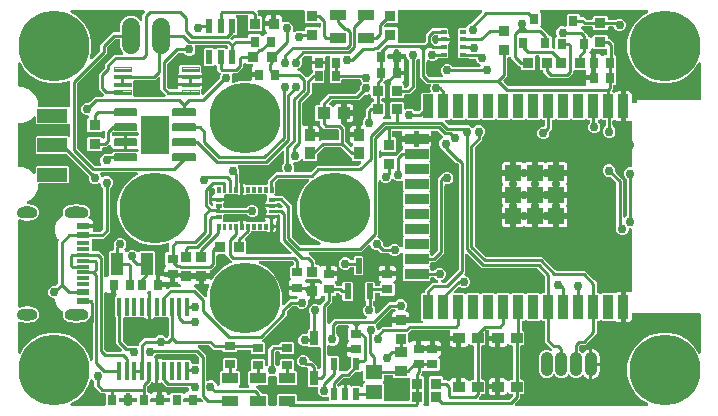
<source format=gbr>
G04 EAGLE Gerber RS-274X export*
G75*
%MOMM*%
%FSLAX34Y34*%
%LPD*%
%INTop Copper*%
%IPPOS*%
%AMOC8*
5,1,8,0,0,1.08239X$1,22.5*%
G01*
%ADD10C,0.060000*%
%ADD11R,0.940000X0.800000*%
%ADD12R,0.950000X0.900000*%
%ADD13R,1.100000X1.900000*%
%ADD14R,0.800000X0.940000*%
%ADD15R,0.500000X0.350000*%
%ADD16R,0.900000X0.950000*%
%ADD17R,0.900000X1.000000*%
%ADD18R,1.100000X1.000000*%
%ADD19R,0.900000X2.000000*%
%ADD20R,2.000000X0.900000*%
%ADD21R,1.330000X1.330000*%
%ADD22C,0.708000*%
%ADD23R,0.900000X0.650000*%
%ADD24R,1.400000X0.900000*%
%ADD25R,0.800000X0.900000*%
%ADD26R,0.435000X1.526000*%
%ADD27R,2.500000X1.200000*%
%ADD28R,0.550000X1.200000*%
%ADD29C,0.100000*%
%ADD30C,0.150000*%
%ADD31R,2.413000X3.302000*%
%ADD32R,1.140000X0.600000*%
%ADD33R,1.140000X0.300000*%
%ADD34C,1.108000*%
%ADD35R,0.730000X1.210000*%
%ADD36R,0.558800X1.320800*%
%ADD37R,0.508000X1.320800*%
%ADD38C,1.524000*%
%ADD39R,0.650000X0.900000*%
%ADD40C,6.000000*%
%ADD41C,1.008000*%
%ADD42R,1.000000X0.900000*%
%ADD43C,1.016000*%
%ADD44R,0.550000X1.050000*%
%ADD45R,1.450000X1.200000*%
%ADD46C,0.254000*%
%ADD47C,0.756400*%

G36*
X683650Y416579D02*
X683650Y416579D01*
X683795Y416594D01*
X683807Y416599D01*
X683821Y416601D01*
X683956Y416654D01*
X684093Y416705D01*
X684104Y416713D01*
X684116Y416718D01*
X684234Y416803D01*
X684354Y416886D01*
X684363Y416897D01*
X684374Y416904D01*
X684467Y417016D01*
X684562Y417127D01*
X684568Y417139D01*
X684577Y417149D01*
X684638Y417281D01*
X684704Y417412D01*
X684706Y417425D01*
X684712Y417437D01*
X684739Y417579D01*
X684770Y417723D01*
X684769Y417736D01*
X684772Y417749D01*
X684763Y417894D01*
X684757Y418040D01*
X684753Y418053D01*
X684752Y418067D01*
X684707Y418205D01*
X684665Y418345D01*
X684658Y418357D01*
X684654Y418369D01*
X684576Y418492D01*
X684501Y418617D01*
X684491Y418627D01*
X684484Y418638D01*
X684378Y418738D01*
X684274Y418840D01*
X684259Y418850D01*
X684252Y418856D01*
X684237Y418864D01*
X684140Y418929D01*
X679143Y421814D01*
X673274Y427683D01*
X669124Y434872D01*
X666975Y442890D01*
X666975Y451190D01*
X669124Y459208D01*
X673274Y466397D01*
X679143Y472266D01*
X686332Y476416D01*
X694350Y478565D01*
X702650Y478565D01*
X710668Y476416D01*
X717857Y472266D01*
X723726Y466397D01*
X726611Y461400D01*
X726699Y461284D01*
X726784Y461166D01*
X726795Y461158D01*
X726803Y461147D01*
X726917Y461056D01*
X727029Y460963D01*
X727042Y460958D01*
X727052Y460949D01*
X727186Y460890D01*
X727317Y460828D01*
X727330Y460825D01*
X727343Y460820D01*
X727487Y460795D01*
X727630Y460768D01*
X727643Y460769D01*
X727656Y460767D01*
X727802Y460779D01*
X727947Y460788D01*
X727960Y460792D01*
X727973Y460793D01*
X728111Y460841D01*
X728249Y460886D01*
X728261Y460893D01*
X728274Y460897D01*
X728395Y460978D01*
X728518Y461056D01*
X728527Y461066D01*
X728539Y461073D01*
X728636Y461181D01*
X728736Y461288D01*
X728743Y461299D01*
X728752Y461309D01*
X728819Y461438D01*
X728890Y461566D01*
X728893Y461579D01*
X728899Y461591D01*
X728933Y461732D01*
X728969Y461874D01*
X728970Y461892D01*
X728972Y461901D01*
X728972Y461918D01*
X728979Y462035D01*
X728979Y494030D01*
X728964Y494148D01*
X728957Y494267D01*
X728944Y494305D01*
X728939Y494346D01*
X728896Y494456D01*
X728859Y494569D01*
X728837Y494604D01*
X728822Y494641D01*
X728753Y494737D01*
X728689Y494838D01*
X728659Y494866D01*
X728636Y494899D01*
X728544Y494975D01*
X728457Y495056D01*
X728422Y495076D01*
X728391Y495101D01*
X728283Y495152D01*
X728179Y495210D01*
X728139Y495220D01*
X728103Y495237D01*
X727986Y495259D01*
X727871Y495289D01*
X727811Y495293D01*
X727791Y495297D01*
X727770Y495295D01*
X727710Y495299D01*
X671780Y495299D01*
X671662Y495284D01*
X671543Y495277D01*
X671505Y495264D01*
X671464Y495259D01*
X671354Y495216D01*
X671241Y495179D01*
X671206Y495157D01*
X671169Y495142D01*
X671073Y495073D01*
X670972Y495009D01*
X670944Y494979D01*
X670911Y494956D01*
X670835Y494864D01*
X670754Y494777D01*
X670734Y494742D01*
X670709Y494711D01*
X670658Y494603D01*
X670600Y494499D01*
X670590Y494459D01*
X670573Y494423D01*
X670551Y494306D01*
X670521Y494191D01*
X670517Y494131D01*
X670513Y494111D01*
X670515Y494090D01*
X670511Y494030D01*
X670511Y490136D01*
X670338Y489489D01*
X670003Y488910D01*
X669530Y488437D01*
X668951Y488102D01*
X668304Y487929D01*
X665719Y487929D01*
X665719Y499490D01*
X665704Y499608D01*
X665697Y499727D01*
X665684Y499765D01*
X665679Y499805D01*
X665636Y499916D01*
X665599Y500029D01*
X665577Y500063D01*
X665562Y500101D01*
X665493Y500197D01*
X665429Y500298D01*
X665399Y500326D01*
X665376Y500358D01*
X665284Y500434D01*
X665250Y500466D01*
X665258Y500471D01*
X665286Y500501D01*
X665319Y500525D01*
X665395Y500616D01*
X665476Y500703D01*
X665496Y500738D01*
X665521Y500770D01*
X665572Y500877D01*
X665630Y500982D01*
X665640Y501021D01*
X665657Y501057D01*
X665679Y501174D01*
X665709Y501290D01*
X665713Y501350D01*
X665717Y501370D01*
X665715Y501390D01*
X665719Y501450D01*
X665719Y513011D01*
X668304Y513011D01*
X668961Y512835D01*
X669086Y512818D01*
X669210Y512794D01*
X669243Y512796D01*
X669277Y512791D01*
X669402Y512806D01*
X669527Y512814D01*
X669559Y512824D01*
X669592Y512828D01*
X669710Y512873D01*
X669829Y512912D01*
X669858Y512930D01*
X669889Y512942D01*
X669992Y513015D01*
X670098Y513082D01*
X670121Y513106D01*
X670149Y513126D01*
X670230Y513222D01*
X670316Y513314D01*
X670332Y513343D01*
X670354Y513369D01*
X670409Y513482D01*
X670470Y513592D01*
X670478Y513625D01*
X670493Y513655D01*
X670518Y513778D01*
X670549Y513900D01*
X670552Y513949D01*
X670556Y513967D01*
X670555Y513988D01*
X670559Y514061D01*
X670559Y566194D01*
X670544Y566312D01*
X670537Y566431D01*
X670524Y566469D01*
X670519Y566510D01*
X670476Y566620D01*
X670439Y566733D01*
X670417Y566768D01*
X670402Y566805D01*
X670333Y566901D01*
X670269Y567002D01*
X670239Y567030D01*
X670216Y567063D01*
X670124Y567139D01*
X670037Y567220D01*
X670002Y567240D01*
X669971Y567265D01*
X669863Y567316D01*
X669759Y567374D01*
X669719Y567384D01*
X669683Y567401D01*
X669566Y567423D01*
X669451Y567453D01*
X669391Y567457D01*
X669371Y567461D01*
X669370Y567461D01*
X669350Y567459D01*
X669290Y567463D01*
X669172Y567448D01*
X669053Y567441D01*
X669015Y567428D01*
X668974Y567423D01*
X668864Y567380D01*
X668751Y567343D01*
X668716Y567321D01*
X668679Y567306D01*
X668583Y567237D01*
X668482Y567173D01*
X668454Y567143D01*
X668421Y567120D01*
X668345Y567028D01*
X668264Y566941D01*
X668244Y566906D01*
X668219Y566875D01*
X668168Y566767D01*
X668110Y566663D01*
X668100Y566623D01*
X668083Y566587D01*
X668061Y566470D01*
X668031Y566355D01*
X668027Y566295D01*
X668023Y566275D01*
X668025Y566254D01*
X668021Y566194D01*
X668021Y565364D01*
X667213Y563414D01*
X665720Y561921D01*
X663770Y561113D01*
X661658Y561113D01*
X659708Y561921D01*
X658215Y563414D01*
X657407Y565364D01*
X657407Y567476D01*
X657509Y567720D01*
X657511Y567729D01*
X657516Y567737D01*
X657553Y567882D01*
X657593Y568027D01*
X657593Y568036D01*
X657595Y568045D01*
X657605Y568206D01*
X657605Y605151D01*
X657593Y605249D01*
X657590Y605348D01*
X657573Y605406D01*
X657565Y605466D01*
X657529Y605558D01*
X657501Y605653D01*
X657471Y605706D01*
X657448Y605762D01*
X657390Y605842D01*
X657340Y605927D01*
X657274Y606003D01*
X657262Y606019D01*
X657252Y606027D01*
X657234Y606048D01*
X653010Y610272D01*
X652932Y610332D01*
X652860Y610400D01*
X652807Y610429D01*
X652759Y610466D01*
X652668Y610506D01*
X652581Y610554D01*
X652523Y610569D01*
X652467Y610593D01*
X652369Y610608D01*
X652273Y610633D01*
X652173Y610639D01*
X652153Y610643D01*
X652141Y610641D01*
X652113Y610643D01*
X650228Y610643D01*
X648278Y611451D01*
X646785Y612944D01*
X645977Y614894D01*
X645977Y617006D01*
X646785Y618956D01*
X648278Y620449D01*
X650228Y621257D01*
X652340Y621257D01*
X654290Y620449D01*
X655783Y618956D01*
X656591Y617006D01*
X656591Y615121D01*
X656603Y615023D01*
X656606Y614924D01*
X656623Y614866D01*
X656631Y614806D01*
X656667Y614714D01*
X656695Y614619D01*
X656725Y614566D01*
X656748Y614510D01*
X656806Y614430D01*
X656856Y614345D01*
X656922Y614269D01*
X656934Y614253D01*
X656944Y614245D01*
X656962Y614224D01*
X663195Y607992D01*
X663195Y577244D01*
X663212Y577106D01*
X663225Y576967D01*
X663232Y576948D01*
X663235Y576928D01*
X663286Y576799D01*
X663333Y576668D01*
X663344Y576651D01*
X663352Y576633D01*
X663433Y576520D01*
X663511Y576405D01*
X663527Y576392D01*
X663538Y576375D01*
X663646Y576286D01*
X663750Y576195D01*
X663768Y576185D01*
X663783Y576172D01*
X663909Y576113D01*
X664033Y576050D01*
X664053Y576046D01*
X664071Y576037D01*
X664208Y576011D01*
X664343Y575980D01*
X664364Y575981D01*
X664383Y575977D01*
X664522Y575986D01*
X664661Y575990D01*
X664681Y575996D01*
X664701Y575997D01*
X664833Y576040D01*
X664967Y576078D01*
X664984Y576089D01*
X665003Y576095D01*
X665121Y576169D01*
X665241Y576240D01*
X665262Y576259D01*
X665272Y576265D01*
X665286Y576280D01*
X665361Y576346D01*
X666124Y577108D01*
X666184Y577186D01*
X666252Y577259D01*
X666281Y577312D01*
X666318Y577360D01*
X666358Y577451D01*
X666406Y577537D01*
X666421Y577596D01*
X666445Y577652D01*
X666460Y577749D01*
X666485Y577845D01*
X666491Y577945D01*
X666495Y577966D01*
X666493Y577978D01*
X666495Y578006D01*
X666495Y608174D01*
X666483Y608272D01*
X666480Y608371D01*
X666463Y608430D01*
X666455Y608490D01*
X666419Y608582D01*
X666391Y608677D01*
X666361Y608729D01*
X666338Y608785D01*
X666280Y608865D01*
X666230Y608951D01*
X666164Y609026D01*
X666152Y609043D01*
X666142Y609050D01*
X666124Y609072D01*
X664791Y610404D01*
X663983Y612354D01*
X663983Y614466D01*
X664791Y616416D01*
X666284Y617909D01*
X668234Y618717D01*
X669290Y618717D01*
X669408Y618732D01*
X669527Y618739D01*
X669565Y618752D01*
X669606Y618757D01*
X669716Y618800D01*
X669829Y618837D01*
X669864Y618859D01*
X669901Y618874D01*
X669997Y618943D01*
X670098Y619007D01*
X670126Y619037D01*
X670159Y619060D01*
X670235Y619152D01*
X670316Y619239D01*
X670336Y619274D01*
X670361Y619305D01*
X670412Y619413D01*
X670470Y619517D01*
X670480Y619557D01*
X670497Y619593D01*
X670519Y619710D01*
X670549Y619825D01*
X670553Y619885D01*
X670557Y619905D01*
X670555Y619926D01*
X670559Y619986D01*
X670559Y656879D01*
X670544Y657004D01*
X670534Y657129D01*
X670524Y657161D01*
X670519Y657195D01*
X670473Y657312D01*
X670433Y657431D01*
X670415Y657459D01*
X670402Y657491D01*
X670329Y657592D01*
X670260Y657698D01*
X670235Y657721D01*
X670216Y657748D01*
X670119Y657828D01*
X670026Y657913D01*
X669997Y657929D01*
X669971Y657951D01*
X669857Y658004D01*
X669746Y658064D01*
X669713Y658072D01*
X669683Y658086D01*
X669559Y658110D01*
X669437Y658140D01*
X669404Y658140D01*
X669371Y658146D01*
X669245Y658138D01*
X669119Y658137D01*
X669071Y658127D01*
X669053Y658126D01*
X669033Y658120D01*
X668961Y658105D01*
X668304Y657929D01*
X665719Y657929D01*
X665719Y669490D01*
X665704Y669608D01*
X665697Y669727D01*
X665684Y669765D01*
X665679Y669805D01*
X665636Y669916D01*
X665599Y670029D01*
X665577Y670063D01*
X665562Y670101D01*
X665493Y670197D01*
X665429Y670298D01*
X665399Y670326D01*
X665376Y670358D01*
X665284Y670434D01*
X665250Y670466D01*
X665258Y670471D01*
X665286Y670501D01*
X665319Y670525D01*
X665395Y670616D01*
X665476Y670703D01*
X665496Y670738D01*
X665521Y670770D01*
X665572Y670877D01*
X665630Y670982D01*
X665640Y671021D01*
X665657Y671057D01*
X665679Y671174D01*
X665709Y671290D01*
X665713Y671350D01*
X665717Y671370D01*
X665715Y671390D01*
X665719Y671450D01*
X665719Y683011D01*
X668304Y683011D01*
X668951Y682838D01*
X669530Y682503D01*
X670003Y682030D01*
X670338Y681451D01*
X670511Y680804D01*
X670511Y674370D01*
X670526Y674252D01*
X670533Y674133D01*
X670546Y674095D01*
X670551Y674054D01*
X670594Y673944D01*
X670631Y673831D01*
X670653Y673796D01*
X670668Y673759D01*
X670737Y673663D01*
X670801Y673562D01*
X670831Y673534D01*
X670854Y673501D01*
X670946Y673426D01*
X671033Y673344D01*
X671068Y673324D01*
X671099Y673299D01*
X671207Y673248D01*
X671311Y673190D01*
X671351Y673180D01*
X671387Y673163D01*
X671504Y673141D01*
X671619Y673111D01*
X671679Y673107D01*
X671699Y673103D01*
X671720Y673105D01*
X671780Y673101D01*
X674100Y673101D01*
X674218Y673116D01*
X674337Y673123D01*
X674375Y673136D01*
X674416Y673141D01*
X674526Y673184D01*
X674639Y673221D01*
X674674Y673243D01*
X674711Y673258D01*
X674807Y673328D01*
X674908Y673391D01*
X674936Y673421D01*
X674969Y673444D01*
X675045Y673536D01*
X675126Y673623D01*
X675146Y673658D01*
X675171Y673689D01*
X675222Y673797D01*
X675280Y673901D01*
X675290Y673941D01*
X675307Y673977D01*
X675329Y674094D01*
X675359Y674209D01*
X675363Y674270D01*
X675367Y674290D01*
X675365Y674310D01*
X675369Y674370D01*
X675369Y675470D01*
X675370Y675471D01*
X727710Y675471D01*
X727828Y675486D01*
X727947Y675493D01*
X727985Y675506D01*
X728026Y675511D01*
X728136Y675554D01*
X728249Y675591D01*
X728284Y675613D01*
X728321Y675628D01*
X728417Y675697D01*
X728518Y675761D01*
X728546Y675791D01*
X728579Y675814D01*
X728655Y675906D01*
X728736Y675993D01*
X728756Y676028D01*
X728781Y676059D01*
X728832Y676167D01*
X728890Y676271D01*
X728900Y676311D01*
X728917Y676347D01*
X728939Y676464D01*
X728969Y676579D01*
X728973Y676639D01*
X728977Y676659D01*
X728976Y676672D01*
X728977Y676676D01*
X728976Y676688D01*
X728979Y676740D01*
X728979Y706365D01*
X728961Y706510D01*
X728946Y706655D01*
X728941Y706667D01*
X728939Y706681D01*
X728886Y706816D01*
X728835Y706953D01*
X728827Y706964D01*
X728822Y706976D01*
X728737Y707094D01*
X728654Y707214D01*
X728643Y707223D01*
X728636Y707234D01*
X728524Y707326D01*
X728413Y707422D01*
X728401Y707428D01*
X728391Y707437D01*
X728259Y707498D01*
X728128Y707564D01*
X728115Y707566D01*
X728103Y707572D01*
X727961Y707599D01*
X727817Y707630D01*
X727804Y707629D01*
X727791Y707632D01*
X727646Y707623D01*
X727500Y707617D01*
X727487Y707613D01*
X727473Y707612D01*
X727335Y707567D01*
X727195Y707525D01*
X727183Y707518D01*
X727171Y707514D01*
X727048Y707436D01*
X726923Y707361D01*
X726913Y707351D01*
X726902Y707344D01*
X726802Y707238D01*
X726700Y707134D01*
X726690Y707119D01*
X726684Y707112D01*
X726676Y707097D01*
X726611Y707000D01*
X723726Y702003D01*
X717857Y696134D01*
X710668Y691984D01*
X702650Y689835D01*
X694350Y689835D01*
X686332Y691984D01*
X679143Y696134D01*
X673274Y702003D01*
X669124Y709192D01*
X666975Y717210D01*
X666975Y725510D01*
X669124Y733528D01*
X673274Y740717D01*
X679143Y746586D01*
X684140Y749471D01*
X684256Y749559D01*
X684374Y749644D01*
X684382Y749655D01*
X684393Y749663D01*
X684484Y749777D01*
X684577Y749889D01*
X684582Y749902D01*
X684591Y749912D01*
X684650Y750046D01*
X684712Y750177D01*
X684715Y750190D01*
X684720Y750203D01*
X684745Y750347D01*
X684772Y750490D01*
X684771Y750503D01*
X684773Y750516D01*
X684761Y750662D01*
X684752Y750807D01*
X684748Y750820D01*
X684747Y750833D01*
X684699Y750971D01*
X684654Y751109D01*
X684647Y751121D01*
X684643Y751134D01*
X684562Y751255D01*
X684484Y751378D01*
X684474Y751387D01*
X684467Y751399D01*
X684359Y751496D01*
X684252Y751596D01*
X684241Y751603D01*
X684231Y751612D01*
X684102Y751679D01*
X683974Y751750D01*
X683961Y751753D01*
X683949Y751759D01*
X683807Y751793D01*
X683666Y751829D01*
X683648Y751830D01*
X683639Y751832D01*
X683622Y751832D01*
X683505Y751839D01*
X593951Y751839D01*
X593813Y751822D01*
X593675Y751809D01*
X593656Y751802D01*
X593636Y751799D01*
X593507Y751748D01*
X593376Y751701D01*
X593359Y751690D01*
X593340Y751682D01*
X593228Y751601D01*
X593112Y751523D01*
X593099Y751507D01*
X593083Y751496D01*
X592994Y751388D01*
X592902Y751284D01*
X592893Y751266D01*
X592880Y751251D01*
X592821Y751125D01*
X592757Y751001D01*
X592753Y750981D01*
X592744Y750963D01*
X592718Y750826D01*
X592688Y750691D01*
X592688Y750670D01*
X592685Y750651D01*
X592693Y750512D01*
X592697Y750373D01*
X592703Y750353D01*
X592704Y750333D01*
X592747Y750201D01*
X592786Y750067D01*
X592796Y750050D01*
X592802Y750031D01*
X592877Y749913D01*
X592947Y749793D01*
X592966Y749772D01*
X592973Y749762D01*
X592987Y749748D01*
X593054Y749673D01*
X593535Y749192D01*
X593535Y738902D01*
X593454Y738805D01*
X593445Y738786D01*
X593433Y738770D01*
X593377Y738642D01*
X593318Y738517D01*
X593315Y738497D01*
X593307Y738478D01*
X593285Y738341D01*
X593259Y738204D01*
X593260Y738184D01*
X593257Y738164D01*
X593270Y738026D01*
X593278Y737887D01*
X593285Y737868D01*
X593286Y737848D01*
X593334Y737716D01*
X593376Y737585D01*
X593387Y737567D01*
X593394Y737548D01*
X593472Y737433D01*
X593547Y737316D01*
X593561Y737302D01*
X593573Y737285D01*
X593677Y737193D01*
X593778Y737098D01*
X593796Y737088D01*
X593811Y737075D01*
X593935Y737011D01*
X594057Y736944D01*
X594076Y736939D01*
X594094Y736930D01*
X594195Y736908D01*
X596256Y734846D01*
X600646Y730456D01*
X600724Y730396D01*
X600796Y730328D01*
X600849Y730299D01*
X600897Y730262D01*
X600988Y730222D01*
X601075Y730174D01*
X601133Y730159D01*
X601189Y730135D01*
X601287Y730120D01*
X601383Y730095D01*
X601483Y730089D01*
X601503Y730085D01*
X601515Y730087D01*
X601543Y730085D01*
X602142Y730085D01*
X603035Y729192D01*
X603035Y720344D01*
X603050Y720226D01*
X603057Y720107D01*
X603070Y720069D01*
X603075Y720028D01*
X603118Y719918D01*
X603155Y719805D01*
X603177Y719770D01*
X603192Y719733D01*
X603261Y719637D01*
X603325Y719536D01*
X603355Y719508D01*
X603378Y719475D01*
X603470Y719399D01*
X603557Y719318D01*
X603592Y719298D01*
X603623Y719273D01*
X603731Y719222D01*
X603835Y719164D01*
X603875Y719154D01*
X603911Y719137D01*
X604028Y719115D01*
X604143Y719085D01*
X604203Y719081D01*
X604223Y719077D01*
X604244Y719079D01*
X604304Y719075D01*
X604736Y719075D01*
X604854Y719090D01*
X604973Y719097D01*
X605011Y719110D01*
X605052Y719115D01*
X605162Y719158D01*
X605275Y719195D01*
X605310Y719217D01*
X605347Y719232D01*
X605443Y719301D01*
X605544Y719365D01*
X605572Y719395D01*
X605605Y719418D01*
X605681Y719510D01*
X605762Y719597D01*
X605782Y719632D01*
X605807Y719663D01*
X605858Y719771D01*
X605916Y719875D01*
X605926Y719915D01*
X605943Y719951D01*
X605965Y720068D01*
X605995Y720183D01*
X605999Y720243D01*
X606003Y720263D01*
X606001Y720284D01*
X606005Y720344D01*
X606005Y727922D01*
X607108Y729024D01*
X607126Y729047D01*
X607148Y729067D01*
X607223Y729173D01*
X607303Y729275D01*
X607314Y729302D01*
X607331Y729327D01*
X607378Y729448D01*
X607429Y729567D01*
X607434Y729596D01*
X607444Y729624D01*
X607459Y729753D01*
X607479Y729881D01*
X607476Y729911D01*
X607479Y729940D01*
X607461Y730069D01*
X607449Y730198D01*
X607439Y730226D01*
X607435Y730255D01*
X607383Y730407D01*
X606833Y731734D01*
X606833Y733846D01*
X607641Y735796D01*
X609134Y737289D01*
X611084Y738097D01*
X613196Y738097D01*
X613750Y737867D01*
X613798Y737854D01*
X613843Y737833D01*
X613951Y737812D01*
X614057Y737783D01*
X614107Y737782D01*
X614156Y737773D01*
X614265Y737780D01*
X614375Y737778D01*
X614423Y737790D01*
X614473Y737793D01*
X614577Y737826D01*
X614684Y737852D01*
X614728Y737875D01*
X614775Y737891D01*
X614868Y737949D01*
X614965Y738001D01*
X615002Y738034D01*
X615044Y738061D01*
X615119Y738141D01*
X615201Y738215D01*
X615228Y738256D01*
X615262Y738292D01*
X615315Y738389D01*
X615375Y738480D01*
X615392Y738528D01*
X615416Y738571D01*
X615443Y738677D01*
X615479Y738781D01*
X615483Y738831D01*
X615495Y738879D01*
X615505Y739040D01*
X615505Y747922D01*
X616398Y748815D01*
X625662Y748815D01*
X626555Y747922D01*
X626555Y746854D01*
X626570Y746736D01*
X626577Y746617D01*
X626590Y746579D01*
X626595Y746538D01*
X626638Y746428D01*
X626675Y746315D01*
X626697Y746280D01*
X626712Y746243D01*
X626781Y746147D01*
X626845Y746046D01*
X626875Y746018D01*
X626898Y745985D01*
X626990Y745909D01*
X627077Y745828D01*
X627112Y745808D01*
X627143Y745783D01*
X627251Y745732D01*
X627355Y745674D01*
X627395Y745664D01*
X627431Y745647D01*
X627548Y745625D01*
X627663Y745595D01*
X627723Y745591D01*
X627743Y745587D01*
X627764Y745589D01*
X627824Y745585D01*
X629968Y745585D01*
X631596Y743956D01*
X631674Y743896D01*
X631746Y743828D01*
X631799Y743799D01*
X631847Y743762D01*
X631938Y743722D01*
X632025Y743674D01*
X632083Y743659D01*
X632139Y743635D01*
X632237Y743620D01*
X632333Y743595D01*
X632433Y743589D01*
X632453Y743585D01*
X632465Y743587D01*
X632493Y743585D01*
X636346Y743585D01*
X636464Y743600D01*
X636583Y743607D01*
X636621Y743620D01*
X636662Y743625D01*
X636772Y743668D01*
X636885Y743705D01*
X636920Y743727D01*
X636957Y743742D01*
X637053Y743811D01*
X637154Y743875D01*
X637182Y743905D01*
X637215Y743928D01*
X637291Y744020D01*
X637372Y744107D01*
X637392Y744142D01*
X637417Y744173D01*
X637468Y744281D01*
X637526Y744385D01*
X637536Y744425D01*
X637553Y744461D01*
X637575Y744578D01*
X637605Y744693D01*
X637609Y744753D01*
X637613Y744773D01*
X637611Y744794D01*
X637615Y744854D01*
X637615Y745922D01*
X638508Y746815D01*
X649272Y746815D01*
X650165Y745922D01*
X650165Y744854D01*
X650180Y744736D01*
X650187Y744617D01*
X650200Y744579D01*
X650205Y744538D01*
X650248Y744428D01*
X650285Y744315D01*
X650307Y744280D01*
X650322Y744243D01*
X650391Y744147D01*
X650455Y744046D01*
X650485Y744018D01*
X650508Y743985D01*
X650600Y743909D01*
X650687Y743828D01*
X650722Y743808D01*
X650753Y743783D01*
X650861Y743732D01*
X650965Y743674D01*
X651005Y743664D01*
X651041Y743647D01*
X651158Y743625D01*
X651273Y743595D01*
X651333Y743591D01*
X651353Y743587D01*
X651374Y743589D01*
X651434Y743585D01*
X657011Y743585D01*
X657020Y743586D01*
X657029Y743585D01*
X657178Y743606D01*
X657326Y743625D01*
X657335Y743628D01*
X657344Y743629D01*
X657497Y743681D01*
X659344Y744447D01*
X661456Y744447D01*
X663406Y743639D01*
X664899Y742146D01*
X665707Y740196D01*
X665707Y738084D01*
X664899Y736134D01*
X663406Y734641D01*
X661456Y733833D01*
X659344Y733833D01*
X657394Y734641D01*
X655901Y736134D01*
X655455Y737212D01*
X655440Y737237D01*
X655431Y737265D01*
X655362Y737375D01*
X655297Y737488D01*
X655277Y737509D01*
X655261Y737534D01*
X655166Y737623D01*
X655076Y737716D01*
X655051Y737732D01*
X655029Y737752D01*
X654915Y737815D01*
X654805Y737883D01*
X654777Y737891D01*
X654751Y737906D01*
X654625Y737938D01*
X654501Y737976D01*
X654471Y737978D01*
X654443Y737985D01*
X654282Y737995D01*
X651434Y737995D01*
X651316Y737980D01*
X651197Y737973D01*
X651159Y737960D01*
X651118Y737955D01*
X651008Y737912D01*
X650895Y737875D01*
X650860Y737853D01*
X650823Y737838D01*
X650727Y737769D01*
X650626Y737705D01*
X650598Y737675D01*
X650565Y737652D01*
X650489Y737560D01*
X650408Y737473D01*
X650388Y737438D01*
X650363Y737407D01*
X650312Y737299D01*
X650254Y737195D01*
X650244Y737155D01*
X650227Y737119D01*
X650205Y737002D01*
X650175Y736887D01*
X650171Y736827D01*
X650167Y736807D01*
X650169Y736786D01*
X650165Y736726D01*
X650165Y735658D01*
X649272Y734765D01*
X638508Y734765D01*
X637615Y735658D01*
X637615Y736726D01*
X637600Y736844D01*
X637593Y736963D01*
X637580Y737001D01*
X637575Y737042D01*
X637532Y737152D01*
X637495Y737265D01*
X637473Y737300D01*
X637458Y737337D01*
X637389Y737433D01*
X637325Y737534D01*
X637295Y737562D01*
X637272Y737595D01*
X637180Y737671D01*
X637093Y737752D01*
X637058Y737772D01*
X637027Y737797D01*
X636919Y737848D01*
X636815Y737906D01*
X636775Y737916D01*
X636739Y737933D01*
X636622Y737955D01*
X636507Y737985D01*
X636447Y737989D01*
X636427Y737993D01*
X636406Y737991D01*
X636346Y737995D01*
X629191Y737995D01*
X629054Y737978D01*
X628915Y737965D01*
X628896Y737958D01*
X628876Y737955D01*
X628747Y737904D01*
X628616Y737857D01*
X628599Y737846D01*
X628580Y737838D01*
X628468Y737757D01*
X628353Y737679D01*
X628339Y737663D01*
X628323Y737652D01*
X628234Y737544D01*
X628142Y737440D01*
X628133Y737422D01*
X628120Y737407D01*
X628061Y737281D01*
X627997Y737157D01*
X627993Y737137D01*
X627984Y737119D01*
X627958Y736983D01*
X627928Y736847D01*
X627928Y736826D01*
X627925Y736807D01*
X627933Y736668D01*
X627937Y736529D01*
X627943Y736509D01*
X627944Y736489D01*
X627987Y736357D01*
X628026Y736223D01*
X628036Y736206D01*
X628042Y736187D01*
X628117Y736069D01*
X628187Y735949D01*
X628206Y735928D01*
X628213Y735918D01*
X628228Y735904D01*
X628294Y735829D01*
X630546Y733576D01*
X631316Y732806D01*
X633325Y730798D01*
X633325Y730084D01*
X633340Y729966D01*
X633347Y729847D01*
X633360Y729809D01*
X633365Y729768D01*
X633408Y729658D01*
X633445Y729545D01*
X633467Y729510D01*
X633482Y729473D01*
X633551Y729377D01*
X633615Y729276D01*
X633645Y729248D01*
X633668Y729215D01*
X633760Y729139D01*
X633847Y729058D01*
X633882Y729038D01*
X633913Y729013D01*
X634021Y728962D01*
X634125Y728904D01*
X634165Y728894D01*
X634201Y728877D01*
X634318Y728855D01*
X634433Y728825D01*
X634493Y728821D01*
X634513Y728817D01*
X634534Y728819D01*
X634594Y728815D01*
X635162Y728815D01*
X635448Y728528D01*
X635558Y728443D01*
X635665Y728354D01*
X635684Y728345D01*
X635700Y728333D01*
X635828Y728277D01*
X635953Y728218D01*
X635973Y728215D01*
X635992Y728206D01*
X636130Y728185D01*
X636266Y728159D01*
X636286Y728160D01*
X636306Y728157D01*
X636445Y728170D01*
X636583Y728178D01*
X636602Y728185D01*
X636622Y728186D01*
X636753Y728234D01*
X636885Y728276D01*
X636903Y728287D01*
X636922Y728294D01*
X637036Y728372D01*
X637154Y728447D01*
X637168Y728461D01*
X637185Y728473D01*
X637277Y728577D01*
X637372Y728678D01*
X637382Y728696D01*
X637395Y728711D01*
X637458Y728835D01*
X637526Y728957D01*
X637531Y728976D01*
X637540Y728994D01*
X637570Y729130D01*
X637605Y729265D01*
X637607Y729293D01*
X637610Y729305D01*
X637609Y729325D01*
X637615Y729425D01*
X637615Y729922D01*
X638508Y730815D01*
X649272Y730815D01*
X650165Y729922D01*
X650165Y728854D01*
X650180Y728736D01*
X650187Y728617D01*
X650200Y728579D01*
X650205Y728538D01*
X650248Y728428D01*
X650285Y728315D01*
X650307Y728280D01*
X650322Y728243D01*
X650391Y728147D01*
X650455Y728046D01*
X650485Y728018D01*
X650508Y727985D01*
X650600Y727909D01*
X650687Y727828D01*
X650722Y727808D01*
X650753Y727783D01*
X650861Y727732D01*
X650965Y727674D01*
X651005Y727664D01*
X651041Y727647D01*
X651158Y727625D01*
X651273Y727595D01*
X651333Y727591D01*
X651353Y727587D01*
X651374Y727589D01*
X651434Y727585D01*
X651778Y727585D01*
X653786Y725576D01*
X655575Y723788D01*
X655575Y714884D01*
X655590Y714766D01*
X655597Y714647D01*
X655610Y714609D01*
X655615Y714568D01*
X655658Y714458D01*
X655695Y714345D01*
X655717Y714310D01*
X655732Y714273D01*
X655801Y714177D01*
X655865Y714076D01*
X655895Y714048D01*
X655918Y714015D01*
X656010Y713939D01*
X656097Y713858D01*
X656132Y713838D01*
X656163Y713813D01*
X656271Y713762D01*
X656375Y713704D01*
X656411Y713695D01*
X657385Y712722D01*
X657385Y702058D01*
X657264Y701938D01*
X657191Y701843D01*
X657112Y701754D01*
X657094Y701718D01*
X657069Y701686D01*
X657022Y701577D01*
X656967Y701471D01*
X656959Y701432D01*
X656943Y701394D01*
X656924Y701277D01*
X656898Y701161D01*
X656899Y701120D01*
X656893Y701080D01*
X656904Y700962D01*
X656907Y700843D01*
X656919Y700804D01*
X656922Y700764D01*
X656963Y700652D01*
X656996Y700537D01*
X657016Y700502D01*
X657030Y700464D01*
X657097Y700366D01*
X657157Y700263D01*
X657197Y700218D01*
X657209Y700201D01*
X657224Y700188D01*
X657264Y700143D01*
X657385Y700022D01*
X657385Y689358D01*
X656492Y688465D01*
X655924Y688465D01*
X655806Y688450D01*
X655687Y688443D01*
X655649Y688430D01*
X655608Y688425D01*
X655498Y688382D01*
X655385Y688345D01*
X655350Y688323D01*
X655313Y688308D01*
X655217Y688239D01*
X655116Y688175D01*
X655088Y688145D01*
X655055Y688122D01*
X654979Y688030D01*
X654898Y687943D01*
X654878Y687908D01*
X654853Y687877D01*
X654802Y687769D01*
X654744Y687665D01*
X654734Y687625D01*
X654717Y687589D01*
X654695Y687472D01*
X654665Y687357D01*
X654661Y687297D01*
X654657Y687277D01*
X654659Y687256D01*
X654655Y687196D01*
X654655Y684992D01*
X653824Y684161D01*
X653739Y684052D01*
X653650Y683945D01*
X653641Y683926D01*
X653629Y683910D01*
X653574Y683783D01*
X653514Y683657D01*
X653511Y683637D01*
X653503Y683618D01*
X653481Y683480D01*
X653455Y683344D01*
X653456Y683324D01*
X653453Y683304D01*
X653466Y683165D01*
X653474Y683027D01*
X653481Y683008D01*
X653482Y682988D01*
X653530Y682856D01*
X653572Y682725D01*
X653583Y682707D01*
X653590Y682688D01*
X653668Y682573D01*
X653743Y682456D01*
X653757Y682442D01*
X653769Y682425D01*
X653873Y682333D01*
X653974Y682238D01*
X653992Y682228D01*
X654007Y682215D01*
X654131Y682152D01*
X654253Y682084D01*
X654272Y682079D01*
X654290Y682070D01*
X654426Y682040D01*
X654561Y682005D01*
X654589Y682003D01*
X654601Y682000D01*
X654621Y682001D01*
X654721Y681995D01*
X656376Y681995D01*
X656474Y682007D01*
X656573Y682010D01*
X656631Y682027D01*
X656691Y682035D01*
X656784Y682071D01*
X656879Y682099D01*
X656931Y682129D01*
X656987Y682152D01*
X657067Y682210D01*
X657153Y682260D01*
X657228Y682326D01*
X657244Y682338D01*
X657252Y682348D01*
X657273Y682367D01*
X657410Y682503D01*
X657989Y682838D01*
X658636Y683011D01*
X661221Y683011D01*
X661221Y671450D01*
X661236Y671332D01*
X661243Y671213D01*
X661255Y671175D01*
X661261Y671135D01*
X661304Y671024D01*
X661341Y670911D01*
X661363Y670877D01*
X661378Y670839D01*
X661447Y670743D01*
X661511Y670642D01*
X661541Y670614D01*
X661564Y670582D01*
X661656Y670506D01*
X661690Y670474D01*
X661682Y670469D01*
X661654Y670439D01*
X661621Y670415D01*
X661545Y670324D01*
X661464Y670237D01*
X661444Y670202D01*
X661419Y670170D01*
X661368Y670063D01*
X661310Y669958D01*
X661300Y669919D01*
X661283Y669883D01*
X661261Y669766D01*
X661231Y669650D01*
X661227Y669590D01*
X661223Y669570D01*
X661225Y669550D01*
X661221Y669490D01*
X661221Y657929D01*
X658636Y657929D01*
X657989Y658102D01*
X657410Y658437D01*
X657273Y658573D01*
X657195Y658634D01*
X657123Y658702D01*
X657070Y658731D01*
X657022Y658768D01*
X656931Y658808D01*
X656845Y658856D01*
X656786Y658871D01*
X656730Y658895D01*
X656633Y658910D01*
X656537Y658935D01*
X656436Y658941D01*
X656416Y658945D01*
X656404Y658943D01*
X656376Y658945D01*
X655574Y658945D01*
X655456Y658930D01*
X655337Y658923D01*
X655299Y658910D01*
X655258Y658905D01*
X655148Y658862D01*
X655035Y658825D01*
X655000Y658803D01*
X654963Y658788D01*
X654867Y658719D01*
X654766Y658655D01*
X654738Y658625D01*
X654705Y658602D01*
X654629Y658510D01*
X654548Y658423D01*
X654528Y658388D01*
X654503Y658357D01*
X654452Y658249D01*
X654394Y658145D01*
X654384Y658105D01*
X654367Y658069D01*
X654345Y657952D01*
X654315Y657837D01*
X654311Y657777D01*
X654307Y657757D01*
X654309Y657736D01*
X654305Y657676D01*
X654305Y654206D01*
X654317Y654108D01*
X654320Y654009D01*
X654337Y653950D01*
X654345Y653890D01*
X654381Y653798D01*
X654409Y653703D01*
X654439Y653651D01*
X654462Y653595D01*
X654520Y653515D01*
X654570Y653429D01*
X654636Y653354D01*
X654648Y653337D01*
X654658Y653330D01*
X654676Y653308D01*
X656009Y651976D01*
X656817Y650026D01*
X656817Y647914D01*
X656009Y645964D01*
X654516Y644471D01*
X652566Y643663D01*
X650454Y643663D01*
X648504Y644471D01*
X647011Y645964D01*
X646203Y647914D01*
X646203Y650026D01*
X647011Y651976D01*
X648344Y653308D01*
X648404Y653387D01*
X648472Y653459D01*
X648501Y653512D01*
X648538Y653560D01*
X648578Y653651D01*
X648626Y653737D01*
X648641Y653796D01*
X648665Y653852D01*
X648680Y653949D01*
X648705Y654045D01*
X648711Y654145D01*
X648715Y654166D01*
X648713Y654178D01*
X648715Y654206D01*
X648715Y657676D01*
X648700Y657794D01*
X648693Y657913D01*
X648680Y657951D01*
X648675Y657992D01*
X648632Y658102D01*
X648595Y658215D01*
X648573Y658250D01*
X648558Y658287D01*
X648489Y658383D01*
X648425Y658484D01*
X648395Y658512D01*
X648372Y658545D01*
X648280Y658621D01*
X648193Y658702D01*
X648158Y658722D01*
X648127Y658747D01*
X648019Y658798D01*
X647915Y658856D01*
X647875Y658866D01*
X647839Y658883D01*
X647722Y658905D01*
X647607Y658935D01*
X647547Y658939D01*
X647527Y658943D01*
X647506Y658941D01*
X647446Y658945D01*
X645638Y658945D01*
X645318Y659266D01*
X645224Y659339D01*
X645134Y659418D01*
X645098Y659436D01*
X645066Y659461D01*
X644957Y659508D01*
X644851Y659563D01*
X644812Y659571D01*
X644774Y659587D01*
X644657Y659606D01*
X644541Y659632D01*
X644500Y659631D01*
X644460Y659637D01*
X644342Y659626D01*
X644223Y659623D01*
X644184Y659611D01*
X644144Y659608D01*
X644032Y659567D01*
X643917Y659534D01*
X643882Y659514D01*
X643844Y659500D01*
X643746Y659433D01*
X643643Y659373D01*
X643598Y659333D01*
X643581Y659321D01*
X643568Y659306D01*
X643523Y659266D01*
X643200Y658943D01*
X643076Y658928D01*
X642937Y658915D01*
X642918Y658908D01*
X642898Y658905D01*
X642769Y658854D01*
X642638Y658807D01*
X642621Y658796D01*
X642603Y658788D01*
X642490Y658707D01*
X642375Y658629D01*
X642362Y658613D01*
X642345Y658602D01*
X642256Y658494D01*
X642165Y658390D01*
X642155Y658372D01*
X642142Y658357D01*
X642083Y658231D01*
X642020Y658107D01*
X642016Y658087D01*
X642007Y658069D01*
X641981Y657932D01*
X641950Y657797D01*
X641951Y657776D01*
X641947Y657757D01*
X641956Y657618D01*
X641960Y657479D01*
X641966Y657459D01*
X641967Y657439D01*
X642010Y657307D01*
X642048Y657173D01*
X642059Y657156D01*
X642065Y657137D01*
X642139Y657019D01*
X642210Y656899D01*
X642228Y656878D01*
X642235Y656868D01*
X642250Y656854D01*
X642316Y656779D01*
X643309Y655786D01*
X644117Y653836D01*
X644117Y651724D01*
X643309Y649774D01*
X641816Y648281D01*
X639866Y647473D01*
X637754Y647473D01*
X635804Y648281D01*
X634311Y649774D01*
X633503Y651724D01*
X633503Y653836D01*
X634311Y655786D01*
X634904Y656378D01*
X634964Y656457D01*
X635032Y656529D01*
X635061Y656582D01*
X635098Y656630D01*
X635138Y656721D01*
X635186Y656807D01*
X635201Y656866D01*
X635225Y656922D01*
X635240Y657019D01*
X635265Y657115D01*
X635271Y657215D01*
X635275Y657236D01*
X635273Y657248D01*
X635275Y657276D01*
X635275Y657676D01*
X635260Y657794D01*
X635253Y657913D01*
X635240Y657951D01*
X635235Y657992D01*
X635192Y658102D01*
X635155Y658215D01*
X635133Y658250D01*
X635118Y658287D01*
X635049Y658383D01*
X634985Y658484D01*
X634955Y658512D01*
X634932Y658545D01*
X634840Y658621D01*
X634753Y658702D01*
X634718Y658722D01*
X634687Y658747D01*
X634579Y658798D01*
X634475Y658856D01*
X634435Y658866D01*
X634399Y658883D01*
X634282Y658905D01*
X634167Y658935D01*
X634107Y658939D01*
X634087Y658943D01*
X634066Y658941D01*
X634006Y658945D01*
X632938Y658945D01*
X632618Y659266D01*
X632524Y659339D01*
X632434Y659418D01*
X632398Y659436D01*
X632366Y659461D01*
X632257Y659508D01*
X632151Y659563D01*
X632112Y659571D01*
X632074Y659587D01*
X631957Y659606D01*
X631841Y659632D01*
X631800Y659631D01*
X631760Y659637D01*
X631642Y659626D01*
X631523Y659623D01*
X631484Y659611D01*
X631444Y659608D01*
X631332Y659567D01*
X631217Y659534D01*
X631182Y659514D01*
X631144Y659500D01*
X631046Y659433D01*
X630943Y659373D01*
X630898Y659333D01*
X630881Y659321D01*
X630868Y659306D01*
X630823Y659266D01*
X630502Y658945D01*
X620238Y658945D01*
X619918Y659266D01*
X619824Y659339D01*
X619734Y659418D01*
X619698Y659436D01*
X619666Y659461D01*
X619557Y659508D01*
X619451Y659563D01*
X619412Y659571D01*
X619374Y659587D01*
X619257Y659606D01*
X619141Y659632D01*
X619100Y659631D01*
X619060Y659637D01*
X618942Y659626D01*
X618823Y659623D01*
X618784Y659611D01*
X618744Y659608D01*
X618632Y659567D01*
X618517Y659534D01*
X618482Y659514D01*
X618444Y659500D01*
X618346Y659433D01*
X618243Y659373D01*
X618198Y659333D01*
X618181Y659321D01*
X618168Y659306D01*
X618123Y659266D01*
X617802Y658945D01*
X607538Y658945D01*
X607218Y659266D01*
X607124Y659339D01*
X607034Y659418D01*
X606998Y659436D01*
X606966Y659461D01*
X606857Y659508D01*
X606751Y659563D01*
X606712Y659571D01*
X606674Y659587D01*
X606557Y659606D01*
X606441Y659632D01*
X606400Y659631D01*
X606360Y659637D01*
X606242Y659626D01*
X606123Y659623D01*
X606084Y659611D01*
X606044Y659608D01*
X605932Y659567D01*
X605817Y659534D01*
X605782Y659514D01*
X605744Y659500D01*
X605646Y659433D01*
X605543Y659373D01*
X605498Y659333D01*
X605481Y659321D01*
X605468Y659306D01*
X605423Y659266D01*
X605102Y658945D01*
X604034Y658945D01*
X603916Y658930D01*
X603797Y658923D01*
X603759Y658910D01*
X603718Y658905D01*
X603608Y658862D01*
X603495Y658825D01*
X603460Y658803D01*
X603423Y658788D01*
X603327Y658719D01*
X603226Y658655D01*
X603198Y658625D01*
X603165Y658602D01*
X603089Y658510D01*
X603008Y658423D01*
X602988Y658388D01*
X602963Y658357D01*
X602912Y658249D01*
X602854Y658145D01*
X602844Y658105D01*
X602827Y658069D01*
X602805Y657952D01*
X602775Y657837D01*
X602771Y657777D01*
X602767Y657757D01*
X602769Y657736D01*
X602765Y657676D01*
X602765Y650882D01*
X601308Y649426D01*
X601248Y649348D01*
X601180Y649276D01*
X601151Y649223D01*
X601114Y649175D01*
X601074Y649084D01*
X601026Y648997D01*
X601011Y648939D01*
X600987Y648883D01*
X600972Y648785D01*
X600947Y648689D01*
X600941Y648589D01*
X600937Y648569D01*
X600939Y648557D01*
X600937Y648529D01*
X600937Y646644D01*
X600129Y644694D01*
X598636Y643201D01*
X596686Y642393D01*
X594574Y642393D01*
X592624Y643201D01*
X591131Y644694D01*
X590323Y646644D01*
X590323Y648756D01*
X591131Y650706D01*
X592624Y652199D01*
X594574Y653007D01*
X595906Y653007D01*
X596024Y653022D01*
X596143Y653029D01*
X596181Y653042D01*
X596222Y653047D01*
X596332Y653090D01*
X596445Y653127D01*
X596480Y653149D01*
X596517Y653164D01*
X596613Y653233D01*
X596714Y653297D01*
X596742Y653327D01*
X596775Y653350D01*
X596851Y653442D01*
X596932Y653529D01*
X596952Y653564D01*
X596977Y653595D01*
X597028Y653703D01*
X597086Y653807D01*
X597096Y653847D01*
X597113Y653883D01*
X597135Y654000D01*
X597165Y654115D01*
X597169Y654175D01*
X597173Y654195D01*
X597171Y654216D01*
X597175Y654276D01*
X597175Y657676D01*
X597160Y657794D01*
X597153Y657913D01*
X597140Y657951D01*
X597135Y657992D01*
X597092Y658102D01*
X597055Y658215D01*
X597033Y658250D01*
X597018Y658287D01*
X596949Y658383D01*
X596885Y658484D01*
X596855Y658512D01*
X596832Y658545D01*
X596740Y658621D01*
X596653Y658702D01*
X596618Y658722D01*
X596587Y658747D01*
X596479Y658798D01*
X596375Y658856D01*
X596335Y658866D01*
X596299Y658883D01*
X596182Y658905D01*
X596067Y658935D01*
X596007Y658939D01*
X595987Y658943D01*
X595966Y658941D01*
X595906Y658945D01*
X594838Y658945D01*
X594518Y659266D01*
X594424Y659339D01*
X594334Y659418D01*
X594298Y659436D01*
X594266Y659461D01*
X594157Y659508D01*
X594051Y659563D01*
X594012Y659571D01*
X593974Y659587D01*
X593857Y659606D01*
X593741Y659632D01*
X593700Y659631D01*
X593660Y659637D01*
X593542Y659626D01*
X593423Y659623D01*
X593384Y659611D01*
X593344Y659608D01*
X593232Y659567D01*
X593117Y659534D01*
X593082Y659514D01*
X593044Y659500D01*
X592946Y659433D01*
X592843Y659373D01*
X592798Y659333D01*
X592781Y659321D01*
X592768Y659306D01*
X592723Y659266D01*
X592402Y658945D01*
X582138Y658945D01*
X581818Y659266D01*
X581724Y659339D01*
X581634Y659418D01*
X581598Y659436D01*
X581566Y659461D01*
X581457Y659508D01*
X581351Y659563D01*
X581312Y659571D01*
X581274Y659587D01*
X581157Y659606D01*
X581041Y659632D01*
X581000Y659631D01*
X580960Y659637D01*
X580842Y659626D01*
X580723Y659623D01*
X580684Y659611D01*
X580644Y659608D01*
X580532Y659567D01*
X580417Y659534D01*
X580382Y659514D01*
X580344Y659500D01*
X580246Y659433D01*
X580143Y659373D01*
X580098Y659333D01*
X580081Y659321D01*
X580068Y659306D01*
X580023Y659266D01*
X579702Y658945D01*
X569438Y658945D01*
X569118Y659266D01*
X569024Y659339D01*
X568934Y659418D01*
X568898Y659436D01*
X568866Y659461D01*
X568757Y659508D01*
X568651Y659563D01*
X568612Y659571D01*
X568574Y659587D01*
X568457Y659606D01*
X568341Y659632D01*
X568300Y659631D01*
X568260Y659637D01*
X568142Y659626D01*
X568023Y659623D01*
X567984Y659611D01*
X567944Y659608D01*
X567832Y659567D01*
X567717Y659534D01*
X567682Y659514D01*
X567644Y659500D01*
X567546Y659433D01*
X567443Y659373D01*
X567398Y659333D01*
X567381Y659321D01*
X567368Y659306D01*
X567323Y659266D01*
X567002Y658945D01*
X556738Y658945D01*
X556418Y659266D01*
X556324Y659339D01*
X556234Y659418D01*
X556198Y659436D01*
X556166Y659461D01*
X556057Y659508D01*
X555951Y659563D01*
X555912Y659571D01*
X555874Y659587D01*
X555757Y659606D01*
X555641Y659632D01*
X555600Y659631D01*
X555560Y659637D01*
X555442Y659626D01*
X555323Y659623D01*
X555284Y659611D01*
X555244Y659608D01*
X555132Y659567D01*
X555017Y659534D01*
X554982Y659514D01*
X554944Y659500D01*
X554846Y659433D01*
X554743Y659373D01*
X554698Y659333D01*
X554681Y659321D01*
X554668Y659306D01*
X554623Y659266D01*
X554302Y658945D01*
X544038Y658945D01*
X543718Y659266D01*
X543624Y659339D01*
X543534Y659418D01*
X543498Y659436D01*
X543466Y659461D01*
X543357Y659508D01*
X543251Y659563D01*
X543212Y659571D01*
X543174Y659587D01*
X543057Y659606D01*
X542941Y659632D01*
X542900Y659631D01*
X542860Y659637D01*
X542742Y659626D01*
X542623Y659623D01*
X542584Y659611D01*
X542544Y659608D01*
X542432Y659567D01*
X542317Y659534D01*
X542282Y659514D01*
X542244Y659500D01*
X542146Y659433D01*
X542043Y659373D01*
X541998Y659333D01*
X541981Y659321D01*
X541968Y659306D01*
X541923Y659266D01*
X541602Y658945D01*
X531338Y658945D01*
X531018Y659266D01*
X530924Y659339D01*
X530834Y659418D01*
X530798Y659436D01*
X530766Y659461D01*
X530657Y659508D01*
X530551Y659563D01*
X530512Y659571D01*
X530474Y659587D01*
X530357Y659606D01*
X530241Y659632D01*
X530200Y659631D01*
X530160Y659637D01*
X530042Y659626D01*
X529923Y659623D01*
X529884Y659611D01*
X529844Y659608D01*
X529732Y659567D01*
X529617Y659534D01*
X529582Y659514D01*
X529544Y659500D01*
X529446Y659433D01*
X529343Y659373D01*
X529298Y659333D01*
X529281Y659321D01*
X529268Y659306D01*
X529223Y659266D01*
X528902Y658945D01*
X518638Y658945D01*
X518318Y659266D01*
X518224Y659339D01*
X518134Y659418D01*
X518098Y659436D01*
X518066Y659461D01*
X517957Y659508D01*
X517851Y659563D01*
X517812Y659571D01*
X517774Y659587D01*
X517657Y659606D01*
X517541Y659632D01*
X517500Y659631D01*
X517460Y659637D01*
X517342Y659626D01*
X517223Y659623D01*
X517184Y659611D01*
X517144Y659608D01*
X517032Y659567D01*
X516917Y659534D01*
X516882Y659514D01*
X516844Y659500D01*
X516746Y659433D01*
X516643Y659373D01*
X516598Y659333D01*
X516581Y659321D01*
X516568Y659306D01*
X516523Y659266D01*
X516202Y658945D01*
X513931Y658945D01*
X513794Y658928D01*
X513655Y658915D01*
X513636Y658908D01*
X513616Y658905D01*
X513487Y658854D01*
X513356Y658807D01*
X513339Y658796D01*
X513320Y658788D01*
X513208Y658707D01*
X513093Y658629D01*
X513079Y658613D01*
X513063Y658602D01*
X512974Y658494D01*
X512882Y658390D01*
X512873Y658372D01*
X512860Y658357D01*
X512801Y658231D01*
X512737Y658107D01*
X512733Y658087D01*
X512724Y658069D01*
X512698Y657933D01*
X512668Y657797D01*
X512668Y657776D01*
X512665Y657757D01*
X512673Y657618D01*
X512677Y657479D01*
X512683Y657459D01*
X512684Y657439D01*
X512727Y657307D01*
X512766Y657173D01*
X512776Y657156D01*
X512782Y657137D01*
X512857Y657019D01*
X512927Y656899D01*
X512946Y656878D01*
X512953Y656868D01*
X512968Y656854D01*
X513034Y656779D01*
X515136Y654676D01*
X515214Y654616D01*
X515286Y654548D01*
X515339Y654519D01*
X515387Y654482D01*
X515478Y654442D01*
X515565Y654394D01*
X515623Y654379D01*
X515679Y654355D01*
X515777Y654340D01*
X515873Y654315D01*
X515973Y654309D01*
X515993Y654305D01*
X516005Y654307D01*
X516033Y654305D01*
X529802Y654305D01*
X529871Y654287D01*
X529971Y654281D01*
X529991Y654277D01*
X530003Y654279D01*
X530031Y654277D01*
X531916Y654277D01*
X533866Y653469D01*
X535042Y652292D01*
X535137Y652219D01*
X535226Y652141D01*
X535262Y652122D01*
X535294Y652097D01*
X535403Y652050D01*
X535509Y651996D01*
X535548Y651987D01*
X535586Y651971D01*
X535703Y651952D01*
X535819Y651926D01*
X535860Y651928D01*
X535900Y651921D01*
X536018Y651932D01*
X536137Y651936D01*
X536176Y651947D01*
X536216Y651951D01*
X536329Y651991D01*
X536443Y652024D01*
X536477Y652045D01*
X536516Y652059D01*
X536614Y652125D01*
X536717Y652186D01*
X536762Y652226D01*
X536779Y652237D01*
X536792Y652252D01*
X536837Y652292D01*
X538014Y653469D01*
X539964Y654277D01*
X542076Y654277D01*
X544026Y653469D01*
X545519Y651976D01*
X546327Y650026D01*
X546327Y647914D01*
X545519Y645964D01*
X544186Y644632D01*
X544126Y644553D01*
X544058Y644481D01*
X544029Y644428D01*
X543992Y644380D01*
X543952Y644289D01*
X543904Y644203D01*
X543889Y644144D01*
X543865Y644088D01*
X543850Y643991D01*
X543825Y643895D01*
X543819Y643795D01*
X543815Y643774D01*
X543817Y643762D01*
X543815Y643734D01*
X543815Y641462D01*
X538090Y635738D01*
X538030Y635660D01*
X537962Y635588D01*
X537933Y635535D01*
X537896Y635487D01*
X537856Y635396D01*
X537808Y635309D01*
X537793Y635251D01*
X537769Y635195D01*
X537754Y635097D01*
X537729Y635001D01*
X537723Y634901D01*
X537719Y634881D01*
X537721Y634869D01*
X537719Y634841D01*
X537719Y553277D01*
X537731Y553179D01*
X537734Y553080D01*
X537751Y553021D01*
X537759Y552961D01*
X537795Y552869D01*
X537823Y552774D01*
X537853Y552722D01*
X537876Y552666D01*
X537934Y552585D01*
X537984Y552500D01*
X538050Y552425D01*
X538062Y552408D01*
X538072Y552400D01*
X538090Y552379D01*
X547299Y543170D01*
X547377Y543110D01*
X547450Y543042D01*
X547503Y543013D01*
X547550Y542976D01*
X547641Y542936D01*
X547728Y542888D01*
X547787Y542873D01*
X547842Y542849D01*
X547940Y542834D01*
X548036Y542809D01*
X548136Y542803D01*
X548156Y542799D01*
X548169Y542801D01*
X548197Y542799D01*
X594661Y542799D01*
X596670Y540790D01*
X605973Y531486D01*
X606051Y531426D01*
X606124Y531358D01*
X606177Y531329D01*
X606224Y531292D01*
X606315Y531252D01*
X606402Y531204D01*
X606461Y531189D01*
X606516Y531165D01*
X606614Y531150D01*
X606710Y531125D01*
X606810Y531119D01*
X606830Y531115D01*
X606843Y531117D01*
X606871Y531115D01*
X631078Y531115D01*
X633086Y529106D01*
X638856Y523336D01*
X640865Y521328D01*
X640865Y513264D01*
X640880Y513146D01*
X640887Y513027D01*
X640900Y512989D01*
X640905Y512948D01*
X640948Y512838D01*
X640985Y512725D01*
X641007Y512690D01*
X641022Y512653D01*
X641091Y512557D01*
X641155Y512456D01*
X641185Y512428D01*
X641208Y512395D01*
X641300Y512319D01*
X641387Y512238D01*
X641422Y512218D01*
X641453Y512193D01*
X641561Y512142D01*
X641665Y512084D01*
X641705Y512074D01*
X641741Y512057D01*
X641858Y512035D01*
X641973Y512005D01*
X642033Y512001D01*
X642053Y511997D01*
X642074Y511999D01*
X642134Y511995D01*
X643202Y511995D01*
X643522Y511674D01*
X643616Y511601D01*
X643706Y511522D01*
X643742Y511504D01*
X643774Y511479D01*
X643883Y511432D01*
X643989Y511377D01*
X644028Y511369D01*
X644066Y511353D01*
X644183Y511334D01*
X644299Y511308D01*
X644340Y511309D01*
X644380Y511303D01*
X644498Y511314D01*
X644617Y511317D01*
X644656Y511329D01*
X644696Y511332D01*
X644808Y511373D01*
X644923Y511406D01*
X644958Y511426D01*
X644996Y511440D01*
X645094Y511507D01*
X645197Y511567D01*
X645242Y511607D01*
X645259Y511619D01*
X645272Y511634D01*
X645317Y511674D01*
X645638Y511995D01*
X656376Y511995D01*
X656474Y512007D01*
X656573Y512010D01*
X656631Y512027D01*
X656691Y512035D01*
X656783Y512071D01*
X656879Y512099D01*
X656931Y512129D01*
X656987Y512152D01*
X657067Y512210D01*
X657153Y512260D01*
X657228Y512326D01*
X657244Y512338D01*
X657252Y512348D01*
X657273Y512366D01*
X657410Y512503D01*
X657989Y512838D01*
X658636Y513011D01*
X661221Y513011D01*
X661221Y501450D01*
X661236Y501332D01*
X661243Y501213D01*
X661255Y501175D01*
X661261Y501135D01*
X661304Y501024D01*
X661341Y500911D01*
X661363Y500877D01*
X661378Y500839D01*
X661447Y500743D01*
X661511Y500642D01*
X661541Y500614D01*
X661564Y500582D01*
X661656Y500506D01*
X661690Y500474D01*
X661682Y500469D01*
X661654Y500439D01*
X661621Y500415D01*
X661545Y500324D01*
X661464Y500237D01*
X661444Y500201D01*
X661419Y500170D01*
X661368Y500063D01*
X661310Y499958D01*
X661300Y499919D01*
X661283Y499883D01*
X661261Y499766D01*
X661231Y499650D01*
X661227Y499590D01*
X661223Y499570D01*
X661225Y499550D01*
X661221Y499490D01*
X661221Y487929D01*
X658636Y487929D01*
X657989Y488102D01*
X657410Y488437D01*
X657273Y488574D01*
X657195Y488634D01*
X657123Y488702D01*
X657070Y488731D01*
X657022Y488768D01*
X656931Y488808D01*
X656844Y488856D01*
X656786Y488871D01*
X656730Y488895D01*
X656632Y488910D01*
X656537Y488935D01*
X656437Y488941D01*
X656416Y488945D01*
X656404Y488943D01*
X656376Y488945D01*
X645638Y488945D01*
X645317Y489266D01*
X645223Y489339D01*
X645134Y489418D01*
X645098Y489436D01*
X645066Y489461D01*
X644957Y489509D01*
X644851Y489563D01*
X644812Y489571D01*
X644774Y489587D01*
X644657Y489606D01*
X644541Y489632D01*
X644500Y489631D01*
X644460Y489637D01*
X644342Y489626D01*
X644223Y489623D01*
X644184Y489611D01*
X644144Y489608D01*
X644032Y489567D01*
X643917Y489534D01*
X643882Y489514D01*
X643844Y489500D01*
X643746Y489433D01*
X643643Y489373D01*
X643598Y489333D01*
X643581Y489321D01*
X643568Y489306D01*
X643522Y489266D01*
X643202Y488945D01*
X642134Y488945D01*
X642016Y488930D01*
X641897Y488923D01*
X641859Y488910D01*
X641818Y488905D01*
X641708Y488862D01*
X641595Y488825D01*
X641560Y488803D01*
X641523Y488788D01*
X641427Y488719D01*
X641326Y488655D01*
X641298Y488625D01*
X641265Y488602D01*
X641189Y488510D01*
X641108Y488423D01*
X641088Y488388D01*
X641063Y488357D01*
X641012Y488249D01*
X640954Y488145D01*
X640944Y488105D01*
X640927Y488069D01*
X640905Y487952D01*
X640875Y487837D01*
X640871Y487776D01*
X640867Y487757D01*
X640869Y487736D01*
X640868Y487721D01*
X640867Y487719D01*
X640867Y487718D01*
X640865Y487676D01*
X640865Y478162D01*
X631078Y468375D01*
X627793Y468375D01*
X627695Y468363D01*
X627596Y468360D01*
X627538Y468343D01*
X627478Y468335D01*
X627386Y468299D01*
X627291Y468271D01*
X627238Y468241D01*
X627182Y468218D01*
X627102Y468160D01*
X627017Y468110D01*
X626941Y468044D01*
X626925Y468032D01*
X626917Y468022D01*
X626896Y468004D01*
X626636Y467744D01*
X626576Y467666D01*
X626508Y467594D01*
X626479Y467541D01*
X626442Y467493D01*
X626402Y467402D01*
X626354Y467315D01*
X626339Y467257D01*
X626315Y467201D01*
X626300Y467103D01*
X626275Y467007D01*
X626269Y466907D01*
X626265Y466887D01*
X626267Y466875D01*
X626265Y466847D01*
X626265Y464039D01*
X626268Y464010D01*
X626266Y463981D01*
X626288Y463853D01*
X626305Y463724D01*
X626315Y463696D01*
X626321Y463667D01*
X626374Y463549D01*
X626422Y463428D01*
X626439Y463404D01*
X626451Y463377D01*
X626532Y463276D01*
X626608Y463171D01*
X626631Y463152D01*
X626650Y463129D01*
X626754Y463051D01*
X626853Y462968D01*
X626880Y462955D01*
X626904Y462938D01*
X627048Y462867D01*
X627211Y462799D01*
X628117Y461894D01*
X628184Y461842D01*
X628244Y461783D01*
X628308Y461745D01*
X628368Y461699D01*
X628446Y461665D01*
X628518Y461623D01*
X628591Y461602D01*
X628660Y461573D01*
X628743Y461559D01*
X628824Y461536D01*
X628900Y461535D01*
X628974Y461523D01*
X629058Y461531D01*
X629142Y461529D01*
X629216Y461545D01*
X629290Y461553D01*
X629370Y461581D01*
X629452Y461600D01*
X629519Y461635D01*
X629590Y461660D01*
X629660Y461708D01*
X629735Y461746D01*
X629791Y461797D01*
X629853Y461839D01*
X629909Y461902D01*
X629972Y461958D01*
X630039Y462046D01*
X631112Y463119D01*
X632360Y463953D01*
X633747Y464528D01*
X634701Y464718D01*
X634701Y452120D01*
X634701Y439522D01*
X633747Y439712D01*
X632360Y440287D01*
X631112Y441121D01*
X630012Y442220D01*
X629967Y442287D01*
X629910Y442337D01*
X629861Y442394D01*
X629792Y442442D01*
X629728Y442498D01*
X629661Y442532D01*
X629600Y442575D01*
X629520Y442604D01*
X629445Y442642D01*
X629372Y442659D01*
X629301Y442685D01*
X629217Y442694D01*
X629135Y442712D01*
X629060Y442710D01*
X628985Y442718D01*
X628901Y442705D01*
X628817Y442702D01*
X628745Y442682D01*
X628670Y442670D01*
X628593Y442638D01*
X628511Y442614D01*
X628447Y442576D01*
X628377Y442547D01*
X628310Y442496D01*
X628237Y442453D01*
X628132Y442359D01*
X628124Y442354D01*
X628122Y442351D01*
X628117Y442346D01*
X627211Y441441D01*
X624784Y440435D01*
X622156Y440435D01*
X619729Y441441D01*
X618117Y443052D01*
X618023Y443125D01*
X617934Y443204D01*
X617898Y443222D01*
X617866Y443247D01*
X617757Y443294D01*
X617651Y443348D01*
X617612Y443357D01*
X617574Y443373D01*
X617457Y443392D01*
X617341Y443418D01*
X617300Y443417D01*
X617260Y443423D01*
X617142Y443412D01*
X617023Y443408D01*
X616984Y443397D01*
X616944Y443393D01*
X616832Y443353D01*
X616717Y443320D01*
X616682Y443299D01*
X616644Y443286D01*
X616546Y443219D01*
X616443Y443158D01*
X616398Y443119D01*
X616381Y443107D01*
X616368Y443092D01*
X616322Y443052D01*
X614711Y441441D01*
X612284Y440435D01*
X609656Y440435D01*
X607229Y441441D01*
X605617Y443052D01*
X605523Y443125D01*
X605434Y443204D01*
X605398Y443222D01*
X605366Y443247D01*
X605257Y443294D01*
X605151Y443348D01*
X605112Y443357D01*
X605074Y443373D01*
X604957Y443392D01*
X604841Y443418D01*
X604800Y443417D01*
X604760Y443423D01*
X604642Y443412D01*
X604523Y443408D01*
X604484Y443397D01*
X604444Y443393D01*
X604332Y443353D01*
X604217Y443320D01*
X604182Y443299D01*
X604144Y443286D01*
X604046Y443219D01*
X603943Y443158D01*
X603898Y443119D01*
X603881Y443107D01*
X603868Y443092D01*
X603822Y443052D01*
X602211Y441441D01*
X599784Y440435D01*
X597156Y440435D01*
X594729Y441441D01*
X592871Y443299D01*
X591865Y445726D01*
X591865Y458514D01*
X592871Y460941D01*
X594729Y462799D01*
X597156Y463805D01*
X599784Y463805D01*
X601296Y463178D01*
X601363Y463160D01*
X601427Y463132D01*
X601516Y463118D01*
X601603Y463094D01*
X601672Y463093D01*
X601741Y463082D01*
X601831Y463091D01*
X601921Y463089D01*
X601989Y463106D01*
X602058Y463112D01*
X602142Y463143D01*
X602230Y463164D01*
X602292Y463196D01*
X602357Y463220D01*
X602432Y463270D01*
X602511Y463312D01*
X602563Y463359D01*
X602620Y463398D01*
X602680Y463466D01*
X602746Y463526D01*
X602785Y463585D01*
X602831Y463637D01*
X602872Y463717D01*
X602921Y463792D01*
X602944Y463858D01*
X602976Y463920D01*
X602995Y464008D01*
X603024Y464093D01*
X603030Y464162D01*
X603045Y464230D01*
X603042Y464320D01*
X603050Y464410D01*
X603038Y464478D01*
X603036Y464548D01*
X603011Y464635D01*
X602995Y464723D01*
X602967Y464787D01*
X602947Y464854D01*
X602901Y464931D01*
X602865Y465013D01*
X602821Y465068D01*
X602786Y465128D01*
X602679Y465248D01*
X601354Y466574D01*
X599184Y468744D01*
X597175Y470752D01*
X597175Y487676D01*
X597160Y487794D01*
X597153Y487913D01*
X597140Y487951D01*
X597135Y487992D01*
X597092Y488102D01*
X597055Y488215D01*
X597033Y488250D01*
X597018Y488287D01*
X596949Y488383D01*
X596885Y488484D01*
X596855Y488512D01*
X596832Y488545D01*
X596740Y488621D01*
X596653Y488702D01*
X596618Y488722D01*
X596587Y488747D01*
X596479Y488798D01*
X596375Y488856D01*
X596335Y488866D01*
X596299Y488883D01*
X596182Y488905D01*
X596067Y488935D01*
X596007Y488939D01*
X595987Y488943D01*
X595966Y488941D01*
X595906Y488945D01*
X594838Y488945D01*
X594517Y489266D01*
X594423Y489339D01*
X594334Y489418D01*
X594298Y489436D01*
X594266Y489461D01*
X594157Y489509D01*
X594051Y489563D01*
X594012Y489571D01*
X593974Y489587D01*
X593857Y489606D01*
X593741Y489632D01*
X593700Y489631D01*
X593660Y489637D01*
X593542Y489626D01*
X593423Y489623D01*
X593384Y489611D01*
X593344Y489608D01*
X593232Y489567D01*
X593117Y489534D01*
X593082Y489514D01*
X593044Y489500D01*
X592946Y489433D01*
X592843Y489373D01*
X592798Y489333D01*
X592781Y489321D01*
X592768Y489306D01*
X592722Y489266D01*
X592402Y488945D01*
X582138Y488945D01*
X581817Y489266D01*
X581723Y489339D01*
X581634Y489418D01*
X581598Y489436D01*
X581566Y489461D01*
X581457Y489509D01*
X581351Y489563D01*
X581312Y489571D01*
X581274Y489587D01*
X581157Y489606D01*
X581041Y489632D01*
X581000Y489631D01*
X580960Y489637D01*
X580842Y489626D01*
X580723Y489623D01*
X580684Y489611D01*
X580644Y489608D01*
X580532Y489567D01*
X580417Y489534D01*
X580382Y489514D01*
X580344Y489500D01*
X580246Y489433D01*
X580143Y489373D01*
X580098Y489333D01*
X580081Y489321D01*
X580068Y489306D01*
X580022Y489266D01*
X579702Y488945D01*
X578634Y488945D01*
X578516Y488930D01*
X578397Y488923D01*
X578359Y488910D01*
X578318Y488905D01*
X578208Y488862D01*
X578095Y488825D01*
X578060Y488803D01*
X578023Y488788D01*
X577927Y488719D01*
X577826Y488655D01*
X577798Y488625D01*
X577765Y488602D01*
X577689Y488510D01*
X577608Y488423D01*
X577588Y488388D01*
X577563Y488357D01*
X577512Y488249D01*
X577454Y488145D01*
X577444Y488105D01*
X577427Y488069D01*
X577405Y487952D01*
X577375Y487837D01*
X577371Y487776D01*
X577367Y487757D01*
X577369Y487736D01*
X577368Y487721D01*
X577367Y487719D01*
X577367Y487718D01*
X577365Y487676D01*
X577365Y481184D01*
X577380Y481066D01*
X577387Y480947D01*
X577400Y480909D01*
X577405Y480868D01*
X577448Y480758D01*
X577485Y480645D01*
X577507Y480610D01*
X577522Y480573D01*
X577591Y480477D01*
X577655Y480376D01*
X577685Y480348D01*
X577708Y480315D01*
X577800Y480239D01*
X577887Y480158D01*
X577922Y480138D01*
X577953Y480113D01*
X578061Y480062D01*
X578165Y480004D01*
X578205Y479994D01*
X578241Y479977D01*
X578358Y479955D01*
X578473Y479925D01*
X578533Y479921D01*
X578553Y479917D01*
X578574Y479919D01*
X578634Y479915D01*
X578782Y479915D01*
X579675Y479022D01*
X579675Y468758D01*
X578782Y467865D01*
X577214Y467865D01*
X577096Y467850D01*
X576977Y467843D01*
X576939Y467830D01*
X576898Y467825D01*
X576788Y467782D01*
X576675Y467745D01*
X576640Y467723D01*
X576603Y467708D01*
X576507Y467639D01*
X576406Y467575D01*
X576378Y467545D01*
X576345Y467522D01*
X576269Y467430D01*
X576188Y467343D01*
X576168Y467308D01*
X576143Y467277D01*
X576092Y467169D01*
X576034Y467065D01*
X576024Y467025D01*
X576007Y466989D01*
X575985Y466872D01*
X575955Y466757D01*
X575951Y466697D01*
X575947Y466677D01*
X575949Y466656D01*
X575945Y466596D01*
X575945Y440184D01*
X575960Y440066D01*
X575967Y439947D01*
X575980Y439909D01*
X575985Y439868D01*
X576028Y439758D01*
X576065Y439645D01*
X576087Y439610D01*
X576102Y439573D01*
X576171Y439477D01*
X576235Y439376D01*
X576265Y439348D01*
X576288Y439315D01*
X576380Y439239D01*
X576467Y439158D01*
X576502Y439138D01*
X576533Y439113D01*
X576641Y439062D01*
X576745Y439004D01*
X576785Y438994D01*
X576821Y438977D01*
X576938Y438955D01*
X577053Y438925D01*
X577113Y438921D01*
X577133Y438917D01*
X577154Y438919D01*
X577214Y438915D01*
X578782Y438915D01*
X579675Y438022D01*
X579675Y427758D01*
X578782Y426865D01*
X577214Y426865D01*
X577096Y426850D01*
X576977Y426843D01*
X576939Y426830D01*
X576898Y426825D01*
X576788Y426782D01*
X576675Y426745D01*
X576640Y426723D01*
X576603Y426708D01*
X576507Y426639D01*
X576406Y426575D01*
X576378Y426545D01*
X576345Y426522D01*
X576269Y426430D01*
X576188Y426343D01*
X576168Y426308D01*
X576143Y426277D01*
X576092Y426169D01*
X576034Y426065D01*
X576024Y426025D01*
X576007Y425989D01*
X575985Y425872D01*
X575955Y425757D01*
X575951Y425697D01*
X575947Y425677D01*
X575949Y425656D01*
X575945Y425596D01*
X575945Y422735D01*
X571937Y418727D01*
X571852Y418618D01*
X571763Y418511D01*
X571755Y418492D01*
X571742Y418476D01*
X571687Y418348D01*
X571628Y418223D01*
X571624Y418203D01*
X571616Y418184D01*
X571594Y418046D01*
X571568Y417910D01*
X571569Y417890D01*
X571566Y417870D01*
X571579Y417731D01*
X571588Y417593D01*
X571594Y417574D01*
X571596Y417554D01*
X571643Y417422D01*
X571686Y417291D01*
X571697Y417273D01*
X571703Y417254D01*
X571782Y417139D01*
X571856Y417022D01*
X571871Y417008D01*
X571882Y416991D01*
X571986Y416899D01*
X572088Y416804D01*
X572105Y416794D01*
X572120Y416781D01*
X572245Y416717D01*
X572366Y416650D01*
X572386Y416645D01*
X572404Y416636D01*
X572540Y416606D01*
X572674Y416571D01*
X572702Y416569D01*
X572714Y416566D01*
X572734Y416567D01*
X572835Y416561D01*
X683505Y416561D01*
X683650Y416579D01*
G37*
G36*
X213191Y454945D02*
X213191Y454945D01*
X213343Y454954D01*
X213349Y454957D01*
X213356Y454957D01*
X213502Y455006D01*
X213645Y455053D01*
X213651Y455056D01*
X213658Y455058D01*
X213786Y455141D01*
X213914Y455223D01*
X213919Y455228D01*
X213924Y455231D01*
X214028Y455343D01*
X214132Y455454D01*
X214135Y455460D01*
X214140Y455465D01*
X214213Y455600D01*
X214286Y455733D01*
X214287Y455739D01*
X214290Y455745D01*
X214327Y455894D01*
X214365Y456041D01*
X214366Y456050D01*
X214367Y456054D01*
X214367Y456065D01*
X214375Y456201D01*
X214375Y492132D01*
X214364Y492220D01*
X214363Y492308D01*
X214344Y492377D01*
X214335Y492448D01*
X214303Y492530D01*
X214280Y492615D01*
X214245Y492677D01*
X214218Y492743D01*
X214167Y492815D01*
X214123Y492892D01*
X214073Y492943D01*
X214032Y493001D01*
X213964Y493057D01*
X213902Y493121D01*
X213841Y493158D01*
X213787Y493203D01*
X213707Y493241D01*
X213631Y493287D01*
X213563Y493309D01*
X213499Y493339D01*
X213412Y493356D01*
X213328Y493382D01*
X213257Y493385D01*
X213187Y493399D01*
X213098Y493393D01*
X213010Y493398D01*
X212940Y493383D01*
X212869Y493379D01*
X212785Y493352D01*
X212699Y493334D01*
X212634Y493303D01*
X212567Y493281D01*
X212492Y493234D01*
X212413Y493195D01*
X212358Y493149D01*
X212298Y493111D01*
X212237Y493046D01*
X212170Y492989D01*
X212129Y492931D01*
X212080Y492879D01*
X212037Y492802D01*
X211986Y492730D01*
X211961Y492663D01*
X211926Y492601D01*
X211904Y492515D01*
X211873Y492433D01*
X211850Y492306D01*
X211847Y492293D01*
X211846Y492283D01*
X211845Y492274D01*
X211804Y491912D01*
X211508Y491441D01*
X211482Y491385D01*
X211448Y491333D01*
X211385Y491185D01*
X211201Y490660D01*
X210808Y490267D01*
X210770Y490218D01*
X210725Y490176D01*
X210631Y490045D01*
X210344Y489589D01*
X210344Y489588D01*
X210335Y489575D01*
X209865Y489279D01*
X209817Y489240D01*
X209763Y489208D01*
X209643Y489102D01*
X209250Y488709D01*
X208725Y488525D01*
X208670Y488497D01*
X208610Y488479D01*
X208469Y488402D01*
X207998Y488106D01*
X207446Y488044D01*
X207386Y488029D01*
X207324Y488024D01*
X207169Y487981D01*
X206806Y487854D01*
X206786Y487861D01*
X206741Y487864D01*
X206697Y487875D01*
X206537Y487885D01*
X206110Y487885D01*
X206096Y487884D01*
X205968Y487877D01*
X205368Y487810D01*
X205296Y487828D01*
X205171Y487867D01*
X205143Y487868D01*
X205116Y487875D01*
X204955Y487885D01*
X204498Y487885D01*
X204489Y487884D01*
X204479Y487885D01*
X204331Y487864D01*
X204182Y487845D01*
X204174Y487842D01*
X204164Y487841D01*
X204012Y487789D01*
X201855Y486895D01*
X199045Y486895D01*
X196888Y487789D01*
X196879Y487791D01*
X196871Y487796D01*
X196726Y487833D01*
X196581Y487873D01*
X196572Y487873D01*
X196563Y487875D01*
X196402Y487885D01*
X195945Y487885D01*
X195917Y487882D01*
X195890Y487884D01*
X195760Y487862D01*
X195630Y487845D01*
X195604Y487835D01*
X195576Y487830D01*
X195530Y487810D01*
X194932Y487877D01*
X194919Y487877D01*
X194790Y487885D01*
X194363Y487885D01*
X194319Y487880D01*
X194274Y487882D01*
X194161Y487860D01*
X194099Y487852D01*
X193731Y487981D01*
X193670Y487994D01*
X193612Y488016D01*
X193454Y488044D01*
X192902Y488106D01*
X192431Y488402D01*
X192375Y488428D01*
X192323Y488462D01*
X192175Y488525D01*
X191650Y488709D01*
X191257Y489102D01*
X191208Y489140D01*
X191166Y489185D01*
X191035Y489279D01*
X190565Y489575D01*
X190269Y490045D01*
X190230Y490093D01*
X190198Y490147D01*
X190092Y490267D01*
X189699Y490660D01*
X189515Y491185D01*
X189487Y491240D01*
X189469Y491300D01*
X189392Y491441D01*
X189096Y491912D01*
X189034Y492464D01*
X189019Y492524D01*
X189014Y492586D01*
X188971Y492741D01*
X188787Y493266D01*
X188849Y493818D01*
X188848Y493880D01*
X188857Y493941D01*
X188849Y494102D01*
X188787Y494654D01*
X188971Y495179D01*
X188984Y495240D01*
X189006Y495298D01*
X189034Y495456D01*
X189068Y495757D01*
X189066Y495857D01*
X189074Y495957D01*
X189064Y496016D01*
X189063Y496075D01*
X189037Y496172D01*
X189020Y496271D01*
X188996Y496325D01*
X188980Y496381D01*
X188931Y496469D01*
X188889Y496561D01*
X188852Y496607D01*
X188823Y496658D01*
X188754Y496730D01*
X188691Y496809D01*
X188644Y496845D01*
X188603Y496887D01*
X188517Y496940D01*
X188437Y497000D01*
X188350Y497043D01*
X188332Y497054D01*
X188319Y497058D01*
X188292Y497071D01*
X188095Y497153D01*
X184393Y500855D01*
X182389Y505692D01*
X182389Y506504D01*
X182374Y506622D01*
X182367Y506741D01*
X182355Y506779D01*
X182349Y506820D01*
X182306Y506930D01*
X182269Y507043D01*
X182247Y507078D01*
X182232Y507115D01*
X182163Y507211D01*
X182099Y507312D01*
X182069Y507340D01*
X182046Y507373D01*
X181954Y507449D01*
X181867Y507530D01*
X181832Y507550D01*
X181801Y507575D01*
X181693Y507626D01*
X181589Y507684D01*
X181549Y507694D01*
X181513Y507711D01*
X181396Y507733D01*
X181281Y507763D01*
X181221Y507767D01*
X181201Y507771D01*
X181180Y507769D01*
X181120Y507773D01*
X180554Y507773D01*
X178604Y508581D01*
X177111Y510074D01*
X176303Y512024D01*
X176303Y514136D01*
X177111Y516086D01*
X178604Y517579D01*
X180554Y518387D01*
X182439Y518387D01*
X182537Y518399D01*
X182636Y518402D01*
X182694Y518419D01*
X182754Y518427D01*
X182846Y518463D01*
X182941Y518491D01*
X182994Y518521D01*
X183050Y518544D01*
X183130Y518602D01*
X183215Y518652D01*
X183291Y518718D01*
X183307Y518730D01*
X183315Y518740D01*
X183336Y518758D01*
X184794Y520216D01*
X184854Y520294D01*
X184922Y520366D01*
X184951Y520419D01*
X184988Y520467D01*
X185028Y520558D01*
X185076Y520645D01*
X185091Y520703D01*
X185115Y520759D01*
X185130Y520857D01*
X185155Y520953D01*
X185161Y521053D01*
X185165Y521073D01*
X185163Y521085D01*
X185165Y521113D01*
X185165Y556156D01*
X185208Y556212D01*
X185287Y556301D01*
X185305Y556337D01*
X185330Y556369D01*
X185378Y556478D01*
X185432Y556584D01*
X185441Y556624D01*
X185457Y556661D01*
X185475Y556778D01*
X185501Y556895D01*
X185500Y556935D01*
X185506Y556975D01*
X185495Y557093D01*
X185492Y557212D01*
X185480Y557251D01*
X185477Y557291D01*
X185436Y557403D01*
X185403Y557518D01*
X185383Y557553D01*
X185369Y557591D01*
X185302Y557689D01*
X185242Y557792D01*
X185202Y557837D01*
X185190Y557854D01*
X185175Y557867D01*
X185135Y557913D01*
X184393Y558655D01*
X182389Y563492D01*
X182389Y568728D01*
X184393Y573565D01*
X188095Y577267D01*
X188292Y577349D01*
X188379Y577399D01*
X188471Y577440D01*
X188517Y577477D01*
X188568Y577506D01*
X188641Y577576D01*
X188719Y577639D01*
X188754Y577687D01*
X188797Y577728D01*
X188849Y577813D01*
X188910Y577894D01*
X188932Y577948D01*
X188963Y577999D01*
X188993Y578095D01*
X189031Y578188D01*
X189039Y578246D01*
X189057Y578303D01*
X189061Y578403D01*
X189076Y578503D01*
X189071Y578599D01*
X189072Y578620D01*
X189069Y578633D01*
X189068Y578663D01*
X189034Y578964D01*
X189019Y579024D01*
X189014Y579086D01*
X188971Y579241D01*
X188787Y579766D01*
X188849Y580318D01*
X188848Y580380D01*
X188857Y580441D01*
X188849Y580602D01*
X188787Y581154D01*
X188971Y581679D01*
X188984Y581740D01*
X189006Y581798D01*
X189034Y581956D01*
X189096Y582508D01*
X189392Y582979D01*
X189418Y583035D01*
X189452Y583087D01*
X189515Y583235D01*
X189699Y583760D01*
X190092Y584153D01*
X190130Y584202D01*
X190175Y584244D01*
X190269Y584375D01*
X190467Y584690D01*
X190467Y584691D01*
X190565Y584845D01*
X191035Y585141D01*
X191083Y585180D01*
X191137Y585212D01*
X191257Y585318D01*
X191650Y585711D01*
X192175Y585895D01*
X192230Y585923D01*
X192290Y585941D01*
X192431Y586018D01*
X192902Y586314D01*
X193454Y586376D01*
X193514Y586391D01*
X193576Y586396D01*
X193731Y586439D01*
X194094Y586566D01*
X194114Y586559D01*
X194159Y586556D01*
X194203Y586545D01*
X194363Y586535D01*
X194790Y586535D01*
X194804Y586536D01*
X194932Y586543D01*
X195532Y586610D01*
X195604Y586592D01*
X195729Y586553D01*
X195757Y586552D01*
X195784Y586545D01*
X195945Y586535D01*
X196402Y586535D01*
X196411Y586536D01*
X196421Y586535D01*
X196569Y586556D01*
X196718Y586575D01*
X196726Y586578D01*
X196736Y586579D01*
X196888Y586631D01*
X199045Y587525D01*
X201855Y587525D01*
X204012Y586631D01*
X204021Y586629D01*
X204029Y586624D01*
X204174Y586587D01*
X204319Y586547D01*
X204328Y586547D01*
X204337Y586545D01*
X204498Y586535D01*
X204955Y586535D01*
X204983Y586538D01*
X205010Y586536D01*
X205140Y586558D01*
X205270Y586575D01*
X205296Y586585D01*
X205324Y586590D01*
X205370Y586610D01*
X205968Y586543D01*
X205981Y586543D01*
X206110Y586535D01*
X206537Y586535D01*
X206581Y586540D01*
X206626Y586538D01*
X206739Y586560D01*
X206801Y586568D01*
X207169Y586439D01*
X207230Y586426D01*
X207288Y586404D01*
X207446Y586376D01*
X207998Y586314D01*
X208469Y586018D01*
X208525Y585992D01*
X208577Y585958D01*
X208725Y585895D01*
X209250Y585711D01*
X209643Y585318D01*
X209692Y585280D01*
X209734Y585235D01*
X209865Y585141D01*
X210335Y584845D01*
X210631Y584375D01*
X210670Y584327D01*
X210702Y584273D01*
X210808Y584153D01*
X211201Y583760D01*
X211385Y583235D01*
X211413Y583180D01*
X211431Y583120D01*
X211508Y582979D01*
X211804Y582508D01*
X211866Y581956D01*
X211881Y581896D01*
X211886Y581834D01*
X211929Y581679D01*
X212113Y581154D01*
X212051Y580602D01*
X212052Y580540D01*
X212043Y580479D01*
X212051Y580318D01*
X212113Y579766D01*
X211929Y579241D01*
X211916Y579180D01*
X211894Y579122D01*
X211866Y578964D01*
X211804Y578412D01*
X211508Y577941D01*
X211482Y577885D01*
X211448Y577833D01*
X211385Y577685D01*
X211201Y577160D01*
X210958Y576918D01*
X210873Y576808D01*
X210785Y576701D01*
X210776Y576682D01*
X210764Y576666D01*
X210708Y576539D01*
X210649Y576413D01*
X210645Y576393D01*
X210637Y576374D01*
X210615Y576237D01*
X210589Y576100D01*
X210590Y576080D01*
X210587Y576060D01*
X210600Y575921D01*
X210609Y575783D01*
X210615Y575764D01*
X210617Y575744D01*
X210664Y575612D01*
X210707Y575481D01*
X210718Y575464D01*
X210725Y575444D01*
X210803Y575329D01*
X210877Y575212D01*
X210892Y575198D01*
X210903Y575181D01*
X211008Y575089D01*
X211109Y574994D01*
X211126Y574984D01*
X211142Y574971D01*
X211266Y574907D01*
X211387Y574840D01*
X211407Y574835D01*
X211425Y574826D01*
X211561Y574796D01*
X211695Y574761D01*
X211723Y574759D01*
X211735Y574756D01*
X211756Y574757D01*
X211856Y574751D01*
X212284Y574751D01*
X212931Y574578D01*
X213510Y574243D01*
X213983Y573770D01*
X214318Y573191D01*
X214491Y572544D01*
X214491Y570709D01*
X209790Y570709D01*
X209740Y570703D01*
X209691Y570705D01*
X209583Y570683D01*
X209474Y570669D01*
X209428Y570651D01*
X209379Y570641D01*
X209280Y570593D01*
X209178Y570552D01*
X209138Y570523D01*
X209093Y570501D01*
X209010Y570430D01*
X208921Y570366D01*
X208889Y570327D01*
X208851Y570295D01*
X208788Y570205D01*
X208718Y570121D01*
X208697Y570076D01*
X208668Y570035D01*
X208629Y569932D01*
X208583Y569833D01*
X208573Y569784D01*
X208556Y569738D01*
X208543Y569628D01*
X208523Y569521D01*
X208526Y569471D01*
X208520Y569421D01*
X208536Y569313D01*
X208543Y569203D01*
X208558Y569156D01*
X208565Y569107D01*
X208617Y568954D01*
X208807Y568495D01*
X208822Y568469D01*
X208831Y568441D01*
X208853Y568406D01*
X208868Y568369D01*
X208921Y568295D01*
X208965Y568218D01*
X208985Y568198D01*
X209001Y568172D01*
X209031Y568144D01*
X209054Y568111D01*
X209126Y568053D01*
X209186Y567990D01*
X209210Y567975D01*
X209233Y567954D01*
X209268Y567934D01*
X209299Y567909D01*
X209383Y567869D01*
X209457Y567824D01*
X209484Y567815D01*
X209511Y567800D01*
X209551Y567790D01*
X209587Y567773D01*
X209678Y567756D01*
X209761Y567730D01*
X209789Y567729D01*
X209819Y567721D01*
X209879Y567717D01*
X209899Y567713D01*
X209920Y567715D01*
X209980Y567711D01*
X214491Y567711D01*
X214491Y565876D01*
X214418Y565603D01*
X214400Y565478D01*
X214377Y565354D01*
X214379Y565321D01*
X214374Y565287D01*
X214389Y565162D01*
X214397Y565037D01*
X214407Y565005D01*
X214411Y564972D01*
X214456Y564854D01*
X214495Y564735D01*
X214513Y564706D01*
X214525Y564675D01*
X214597Y564572D01*
X214665Y564466D01*
X214689Y564443D01*
X214709Y564415D01*
X214805Y564334D01*
X214896Y564248D01*
X214926Y564232D01*
X214952Y564210D01*
X215065Y564155D01*
X215175Y564094D01*
X215208Y564086D01*
X215238Y564071D01*
X215361Y564046D01*
X215483Y564015D01*
X215532Y564012D01*
X215550Y564008D01*
X215571Y564009D01*
X215644Y564005D01*
X220437Y564005D01*
X220535Y564017D01*
X220634Y564020D01*
X220692Y564037D01*
X220752Y564045D01*
X220844Y564081D01*
X220939Y564109D01*
X220992Y564139D01*
X221048Y564162D01*
X221128Y564220D01*
X221213Y564270D01*
X221289Y564336D01*
X221305Y564348D01*
X221313Y564358D01*
X221334Y564376D01*
X222894Y565936D01*
X222954Y566014D01*
X223022Y566086D01*
X223051Y566139D01*
X223088Y566187D01*
X223128Y566278D01*
X223176Y566365D01*
X223191Y566423D01*
X223215Y566479D01*
X223230Y566577D01*
X223255Y566673D01*
X223261Y566773D01*
X223265Y566793D01*
X223263Y566805D01*
X223265Y566833D01*
X223265Y600554D01*
X223253Y600652D01*
X223250Y600751D01*
X223233Y600810D01*
X223225Y600870D01*
X223189Y600962D01*
X223161Y601057D01*
X223131Y601109D01*
X223108Y601165D01*
X223050Y601245D01*
X223000Y601331D01*
X222934Y601406D01*
X222922Y601423D01*
X222912Y601430D01*
X222894Y601452D01*
X221561Y602784D01*
X220876Y604438D01*
X220817Y604541D01*
X220765Y604648D01*
X220738Y604679D01*
X220718Y604714D01*
X220636Y604800D01*
X220558Y604890D01*
X220525Y604914D01*
X220497Y604943D01*
X220396Y605005D01*
X220298Y605074D01*
X220260Y605088D01*
X220226Y605109D01*
X220113Y605144D01*
X220001Y605186D01*
X219961Y605191D01*
X219922Y605203D01*
X219804Y605208D01*
X219685Y605222D01*
X219645Y605216D01*
X219604Y605218D01*
X219488Y605194D01*
X219370Y605177D01*
X219313Y605158D01*
X219293Y605153D01*
X219275Y605144D01*
X219218Y605125D01*
X217210Y604293D01*
X215098Y604293D01*
X213148Y605101D01*
X211655Y606594D01*
X210847Y608544D01*
X210847Y610777D01*
X210835Y610875D01*
X210832Y610974D01*
X210815Y611033D01*
X210807Y611093D01*
X210771Y611185D01*
X210743Y611280D01*
X210713Y611332D01*
X210690Y611388D01*
X210632Y611469D01*
X210582Y611554D01*
X210516Y611629D01*
X210504Y611646D01*
X210494Y611654D01*
X210476Y611675D01*
X192507Y629644D01*
X192429Y629704D01*
X192356Y629772D01*
X192303Y629801D01*
X192256Y629838D01*
X192165Y629878D01*
X192078Y629926D01*
X192019Y629941D01*
X191964Y629965D01*
X191866Y629980D01*
X191770Y630005D01*
X191670Y630011D01*
X191650Y630015D01*
X191637Y630013D01*
X191609Y630015D01*
X166768Y630015D01*
X165875Y630908D01*
X165875Y644172D01*
X166768Y645065D01*
X193032Y645065D01*
X193158Y644938D01*
X193268Y644853D01*
X193375Y644764D01*
X193394Y644755D01*
X193410Y644743D01*
X193538Y644687D01*
X193663Y644628D01*
X193683Y644625D01*
X193702Y644616D01*
X193840Y644595D01*
X193976Y644569D01*
X193996Y644570D01*
X194016Y644567D01*
X194155Y644580D01*
X194293Y644588D01*
X194312Y644595D01*
X194332Y644596D01*
X194463Y644644D01*
X194595Y644686D01*
X194613Y644697D01*
X194632Y644704D01*
X194746Y644782D01*
X194864Y644857D01*
X194878Y644871D01*
X194895Y644883D01*
X194987Y644987D01*
X195082Y645088D01*
X195092Y645106D01*
X195105Y645121D01*
X195169Y645245D01*
X195236Y645367D01*
X195241Y645386D01*
X195250Y645404D01*
X195280Y645540D01*
X195315Y645675D01*
X195317Y645703D01*
X195320Y645715D01*
X195319Y645735D01*
X195325Y645835D01*
X195325Y654245D01*
X195308Y654383D01*
X195295Y654521D01*
X195288Y654540D01*
X195285Y654560D01*
X195234Y654690D01*
X195187Y654820D01*
X195176Y654837D01*
X195168Y654856D01*
X195087Y654969D01*
X195009Y655084D01*
X194993Y655097D01*
X194982Y655113D01*
X194874Y655202D01*
X194770Y655294D01*
X194752Y655303D01*
X194737Y655316D01*
X194611Y655375D01*
X194487Y655439D01*
X194467Y655443D01*
X194449Y655452D01*
X194313Y655478D01*
X194177Y655508D01*
X194156Y655508D01*
X194137Y655511D01*
X193998Y655503D01*
X193859Y655499D01*
X193839Y655493D01*
X193819Y655492D01*
X193687Y655449D01*
X193553Y655410D01*
X193536Y655400D01*
X193517Y655394D01*
X193399Y655319D01*
X193279Y655249D01*
X193258Y655230D01*
X193248Y655223D01*
X193234Y655209D01*
X193158Y655142D01*
X193032Y655015D01*
X166768Y655015D01*
X165875Y655908D01*
X165875Y660511D01*
X165858Y660648D01*
X165845Y660787D01*
X165838Y660806D01*
X165835Y660826D01*
X165784Y660955D01*
X165737Y661086D01*
X165726Y661103D01*
X165718Y661122D01*
X165637Y661234D01*
X165559Y661349D01*
X165543Y661363D01*
X165532Y661379D01*
X165424Y661468D01*
X165320Y661560D01*
X165302Y661569D01*
X165287Y661582D01*
X165161Y661641D01*
X165037Y661704D01*
X165017Y661709D01*
X164999Y661717D01*
X164863Y661744D01*
X164727Y661774D01*
X164706Y661773D01*
X164687Y661777D01*
X164548Y661769D01*
X164409Y661764D01*
X164389Y661759D01*
X164369Y661757D01*
X164237Y661715D01*
X164103Y661676D01*
X164086Y661666D01*
X164067Y661659D01*
X163949Y661585D01*
X163829Y661514D01*
X163808Y661496D01*
X163798Y661489D01*
X163784Y661474D01*
X163709Y661408D01*
X160988Y658687D01*
X155416Y656379D01*
X152400Y656379D01*
X152282Y656364D01*
X152163Y656357D01*
X152125Y656344D01*
X152084Y656339D01*
X151974Y656296D01*
X151861Y656259D01*
X151826Y656237D01*
X151789Y656222D01*
X151693Y656153D01*
X151592Y656089D01*
X151564Y656059D01*
X151531Y656036D01*
X151455Y655944D01*
X151374Y655857D01*
X151354Y655822D01*
X151329Y655791D01*
X151278Y655683D01*
X151220Y655579D01*
X151210Y655539D01*
X151193Y655503D01*
X151171Y655386D01*
X151141Y655271D01*
X151137Y655211D01*
X151133Y655191D01*
X151135Y655170D01*
X151131Y655110D01*
X151131Y619970D01*
X151146Y619852D01*
X151153Y619733D01*
X151166Y619695D01*
X151171Y619654D01*
X151214Y619544D01*
X151251Y619431D01*
X151273Y619396D01*
X151288Y619359D01*
X151357Y619263D01*
X151421Y619162D01*
X151451Y619134D01*
X151474Y619101D01*
X151566Y619025D01*
X151653Y618944D01*
X151688Y618924D01*
X151719Y618899D01*
X151827Y618848D01*
X151931Y618790D01*
X151971Y618780D01*
X152007Y618763D01*
X152124Y618741D01*
X152239Y618711D01*
X152299Y618707D01*
X152319Y618703D01*
X152340Y618705D01*
X152400Y618701D01*
X155416Y618701D01*
X160988Y616393D01*
X163709Y613672D01*
X163818Y613587D01*
X163925Y613498D01*
X163944Y613489D01*
X163960Y613477D01*
X164088Y613422D01*
X164213Y613363D01*
X164233Y613359D01*
X164252Y613351D01*
X164390Y613329D01*
X164526Y613303D01*
X164546Y613304D01*
X164566Y613301D01*
X164705Y613314D01*
X164843Y613323D01*
X164862Y613329D01*
X164882Y613331D01*
X165014Y613378D01*
X165145Y613421D01*
X165163Y613431D01*
X165182Y613438D01*
X165297Y613516D01*
X165414Y613591D01*
X165428Y613606D01*
X165445Y613617D01*
X165537Y613721D01*
X165632Y613822D01*
X165642Y613840D01*
X165655Y613855D01*
X165719Y613979D01*
X165786Y614101D01*
X165791Y614120D01*
X165800Y614139D01*
X165830Y614274D01*
X165865Y614409D01*
X165867Y614437D01*
X165870Y614449D01*
X165869Y614469D01*
X165875Y614569D01*
X165875Y619172D01*
X166768Y620065D01*
X193032Y620065D01*
X193925Y619172D01*
X193925Y605908D01*
X193032Y605015D01*
X168830Y605015D01*
X168712Y605000D01*
X168593Y604993D01*
X168555Y604980D01*
X168514Y604975D01*
X168404Y604932D01*
X168291Y604895D01*
X168256Y604873D01*
X168219Y604858D01*
X168123Y604789D01*
X168022Y604725D01*
X167994Y604695D01*
X167961Y604672D01*
X167885Y604580D01*
X167804Y604493D01*
X167784Y604458D01*
X167759Y604427D01*
X167708Y604319D01*
X167650Y604215D01*
X167640Y604175D01*
X167623Y604139D01*
X167601Y604022D01*
X167571Y603907D01*
X167567Y603847D01*
X167563Y603827D01*
X167565Y603806D01*
X167561Y603746D01*
X167561Y600524D01*
X165253Y594952D01*
X160988Y590687D01*
X159248Y589967D01*
X159187Y589932D01*
X159122Y589906D01*
X159050Y589854D01*
X158972Y589809D01*
X158921Y589761D01*
X158865Y589720D01*
X158808Y589650D01*
X158743Y589588D01*
X158707Y589528D01*
X158662Y589475D01*
X158624Y589393D01*
X158577Y589317D01*
X158556Y589250D01*
X158527Y589187D01*
X158510Y589099D01*
X158483Y589013D01*
X158480Y588943D01*
X158467Y588874D01*
X158472Y588785D01*
X158468Y588695D01*
X158482Y588627D01*
X158487Y588557D01*
X158514Y588472D01*
X158532Y588384D01*
X158563Y588321D01*
X158585Y588255D01*
X158633Y588179D01*
X158672Y588098D01*
X158718Y588045D01*
X158755Y587986D01*
X158820Y587924D01*
X158879Y587856D01*
X158936Y587816D01*
X158986Y587768D01*
X159065Y587725D01*
X159139Y587673D01*
X159204Y587648D01*
X159265Y587614D01*
X159352Y587592D01*
X159436Y587560D01*
X159505Y587552D01*
X159573Y587535D01*
X159734Y587525D01*
X160155Y587525D01*
X162270Y586649D01*
X162364Y586623D01*
X162455Y586588D01*
X162558Y586570D01*
X162577Y586565D01*
X162588Y586565D01*
X162614Y586560D01*
X162768Y586543D01*
X162781Y586543D01*
X162910Y586535D01*
X163337Y586535D01*
X163381Y586540D01*
X163426Y586538D01*
X163539Y586560D01*
X163601Y586568D01*
X163969Y586439D01*
X164030Y586426D01*
X164088Y586404D01*
X164246Y586376D01*
X164798Y586314D01*
X165269Y586018D01*
X165325Y585992D01*
X165377Y585958D01*
X165525Y585895D01*
X166050Y585711D01*
X166443Y585318D01*
X166492Y585280D01*
X166534Y585235D01*
X166665Y585141D01*
X167135Y584845D01*
X167431Y584375D01*
X167470Y584327D01*
X167502Y584273D01*
X167608Y584153D01*
X168001Y583760D01*
X168185Y583235D01*
X168213Y583180D01*
X168231Y583120D01*
X168308Y582979D01*
X168604Y582508D01*
X168666Y581956D01*
X168681Y581896D01*
X168686Y581834D01*
X168729Y581679D01*
X168913Y581154D01*
X168851Y580602D01*
X168852Y580540D01*
X168843Y580479D01*
X168851Y580318D01*
X168913Y579766D01*
X168729Y579241D01*
X168716Y579180D01*
X168694Y579122D01*
X168666Y578964D01*
X168604Y578412D01*
X168308Y577941D01*
X168282Y577885D01*
X168248Y577833D01*
X168185Y577685D01*
X168001Y577160D01*
X167608Y576767D01*
X167570Y576718D01*
X167525Y576676D01*
X167431Y576545D01*
X167135Y576075D01*
X166665Y575779D01*
X166617Y575740D01*
X166563Y575708D01*
X166443Y575602D01*
X166050Y575209D01*
X165525Y575025D01*
X165470Y574997D01*
X165410Y574979D01*
X165269Y574902D01*
X164798Y574606D01*
X164246Y574544D01*
X164186Y574529D01*
X164124Y574524D01*
X163969Y574481D01*
X163606Y574354D01*
X163586Y574361D01*
X163541Y574364D01*
X163497Y574375D01*
X163337Y574385D01*
X162910Y574385D01*
X162896Y574384D01*
X162768Y574377D01*
X162614Y574360D01*
X162519Y574337D01*
X162423Y574323D01*
X162324Y574290D01*
X162305Y574285D01*
X162295Y574280D01*
X162270Y574271D01*
X160155Y573395D01*
X157345Y573395D01*
X155230Y574271D01*
X155136Y574297D01*
X155045Y574332D01*
X154942Y574350D01*
X154923Y574355D01*
X154912Y574355D01*
X154886Y574360D01*
X154732Y574377D01*
X154719Y574377D01*
X154590Y574385D01*
X154163Y574385D01*
X154119Y574380D01*
X154074Y574382D01*
X153961Y574360D01*
X153899Y574352D01*
X153531Y574481D01*
X153471Y574494D01*
X153412Y574516D01*
X153254Y574544D01*
X152542Y574624D01*
X152511Y574624D01*
X152480Y574629D01*
X152353Y574621D01*
X152224Y574620D01*
X152194Y574612D01*
X152163Y574610D01*
X152041Y574570D01*
X151917Y574537D01*
X151890Y574521D01*
X151861Y574512D01*
X151752Y574443D01*
X151640Y574380D01*
X151618Y574358D01*
X151592Y574342D01*
X151504Y574248D01*
X151412Y574159D01*
X151395Y574133D01*
X151374Y574110D01*
X151312Y573998D01*
X151245Y573888D01*
X151235Y573858D01*
X151220Y573831D01*
X151188Y573707D01*
X151150Y573585D01*
X151149Y573554D01*
X151141Y573523D01*
X151131Y573363D01*
X151131Y501057D01*
X151135Y501026D01*
X151132Y500995D01*
X151155Y500869D01*
X151171Y500742D01*
X151182Y500713D01*
X151187Y500682D01*
X151240Y500565D01*
X151288Y500446D01*
X151306Y500421D01*
X151319Y500393D01*
X151399Y500293D01*
X151474Y500189D01*
X151498Y500169D01*
X151518Y500145D01*
X151621Y500068D01*
X151719Y499986D01*
X151747Y499973D01*
X151772Y499954D01*
X151892Y499905D01*
X152007Y499850D01*
X152038Y499845D01*
X152066Y499833D01*
X152194Y499815D01*
X152319Y499791D01*
X152350Y499792D01*
X152381Y499788D01*
X152542Y499796D01*
X153254Y499876D01*
X153314Y499891D01*
X153376Y499896D01*
X153531Y499939D01*
X153894Y500066D01*
X153914Y500059D01*
X153959Y500056D01*
X154003Y500045D01*
X154163Y500035D01*
X154590Y500035D01*
X154604Y500036D01*
X154732Y500043D01*
X154886Y500060D01*
X154981Y500083D01*
X155077Y500097D01*
X155176Y500130D01*
X155195Y500135D01*
X155205Y500140D01*
X155230Y500149D01*
X157345Y501025D01*
X160155Y501025D01*
X162270Y500149D01*
X162364Y500123D01*
X162455Y500088D01*
X162558Y500070D01*
X162577Y500065D01*
X162588Y500065D01*
X162614Y500060D01*
X162768Y500043D01*
X162781Y500043D01*
X162910Y500035D01*
X163337Y500035D01*
X163381Y500040D01*
X163426Y500038D01*
X163539Y500060D01*
X163601Y500068D01*
X163969Y499939D01*
X164030Y499926D01*
X164087Y499904D01*
X164246Y499876D01*
X164798Y499814D01*
X165269Y499518D01*
X165325Y499492D01*
X165377Y499458D01*
X165525Y499395D01*
X166050Y499211D01*
X166443Y498818D01*
X166492Y498780D01*
X166534Y498735D01*
X166665Y498641D01*
X167135Y498345D01*
X167431Y497875D01*
X167470Y497827D01*
X167502Y497773D01*
X167608Y497653D01*
X168001Y497260D01*
X168185Y496735D01*
X168213Y496680D01*
X168231Y496620D01*
X168308Y496479D01*
X168604Y496008D01*
X168666Y495456D01*
X168681Y495396D01*
X168686Y495334D01*
X168729Y495179D01*
X168913Y494654D01*
X168851Y494102D01*
X168851Y494081D01*
X168848Y494065D01*
X168850Y494031D01*
X168843Y493979D01*
X168851Y493818D01*
X168913Y493266D01*
X168729Y492741D01*
X168716Y492680D01*
X168694Y492622D01*
X168666Y492464D01*
X168604Y491912D01*
X168308Y491441D01*
X168282Y491385D01*
X168248Y491333D01*
X168185Y491185D01*
X168001Y490660D01*
X167608Y490267D01*
X167570Y490218D01*
X167525Y490176D01*
X167431Y490045D01*
X167144Y489589D01*
X167144Y489588D01*
X167135Y489575D01*
X166665Y489279D01*
X166617Y489240D01*
X166563Y489208D01*
X166443Y489102D01*
X166050Y488709D01*
X165525Y488525D01*
X165470Y488497D01*
X165410Y488479D01*
X165269Y488402D01*
X164798Y488106D01*
X164246Y488044D01*
X164186Y488029D01*
X164124Y488024D01*
X163969Y487981D01*
X163606Y487854D01*
X163586Y487861D01*
X163541Y487864D01*
X163497Y487875D01*
X163337Y487885D01*
X162910Y487885D01*
X162896Y487884D01*
X162768Y487877D01*
X162614Y487860D01*
X162519Y487837D01*
X162423Y487823D01*
X162324Y487790D01*
X162305Y487785D01*
X162295Y487780D01*
X162270Y487771D01*
X160155Y486895D01*
X157345Y486895D01*
X155230Y487771D01*
X155136Y487797D01*
X155045Y487832D01*
X154942Y487850D01*
X154923Y487855D01*
X154912Y487855D01*
X154886Y487860D01*
X154732Y487877D01*
X154719Y487877D01*
X154590Y487885D01*
X154163Y487885D01*
X154119Y487880D01*
X154074Y487882D01*
X153961Y487860D01*
X153899Y487852D01*
X153531Y487981D01*
X153471Y487994D01*
X153413Y488016D01*
X153254Y488044D01*
X152542Y488124D01*
X152511Y488124D01*
X152480Y488129D01*
X152353Y488122D01*
X152224Y488120D01*
X152194Y488112D01*
X152163Y488110D01*
X152041Y488070D01*
X151917Y488037D01*
X151890Y488021D01*
X151861Y488012D01*
X151752Y487943D01*
X151641Y487880D01*
X151618Y487858D01*
X151592Y487842D01*
X151504Y487748D01*
X151412Y487659D01*
X151395Y487633D01*
X151374Y487610D01*
X151312Y487497D01*
X151245Y487388D01*
X151235Y487359D01*
X151220Y487331D01*
X151188Y487207D01*
X151150Y487085D01*
X151149Y487054D01*
X151141Y487023D01*
X151131Y486863D01*
X151131Y462035D01*
X151149Y461890D01*
X151164Y461745D01*
X151169Y461733D01*
X151171Y461719D01*
X151224Y461584D01*
X151275Y461447D01*
X151283Y461436D01*
X151288Y461423D01*
X151373Y461306D01*
X151456Y461186D01*
X151467Y461177D01*
X151474Y461166D01*
X151586Y461073D01*
X151697Y460978D01*
X151709Y460972D01*
X151719Y460963D01*
X151851Y460901D01*
X151982Y460836D01*
X151995Y460834D01*
X152007Y460828D01*
X152149Y460801D01*
X152293Y460770D01*
X152306Y460771D01*
X152319Y460768D01*
X152464Y460777D01*
X152610Y460783D01*
X152624Y460787D01*
X152637Y460788D01*
X152775Y460832D01*
X152915Y460875D01*
X152927Y460882D01*
X152939Y460886D01*
X153062Y460963D01*
X153187Y461039D01*
X153197Y461049D01*
X153208Y461056D01*
X153308Y461162D01*
X153410Y461266D01*
X153420Y461281D01*
X153426Y461288D01*
X153434Y461302D01*
X153499Y461400D01*
X156384Y466397D01*
X162253Y472266D01*
X169442Y476416D01*
X177460Y478565D01*
X185760Y478565D01*
X193778Y476416D01*
X200967Y472266D01*
X206836Y466397D01*
X210986Y459208D01*
X211880Y455873D01*
X211938Y455731D01*
X211994Y455590D01*
X211998Y455585D01*
X212000Y455578D01*
X212092Y455454D01*
X212180Y455333D01*
X212186Y455329D01*
X212190Y455323D01*
X212308Y455227D01*
X212425Y455130D01*
X212432Y455127D01*
X212437Y455123D01*
X212576Y455059D01*
X212713Y454995D01*
X212720Y454993D01*
X212726Y454990D01*
X212877Y454963D01*
X213026Y454935D01*
X213032Y454935D01*
X213039Y454934D01*
X213191Y454945D01*
G37*
G36*
X456214Y480965D02*
X456214Y480965D01*
X456353Y480970D01*
X456373Y480975D01*
X456393Y480976D01*
X456525Y481019D01*
X456659Y481058D01*
X456676Y481068D01*
X456695Y481074D01*
X456813Y481149D01*
X456933Y481220D01*
X456954Y481238D01*
X456964Y481245D01*
X456978Y481259D01*
X457054Y481326D01*
X457138Y481410D01*
X459146Y483419D01*
X466420Y483419D01*
X466538Y483434D01*
X466657Y483441D01*
X466695Y483454D01*
X466736Y483459D01*
X466846Y483502D01*
X466959Y483539D01*
X466994Y483561D01*
X467031Y483576D01*
X467127Y483645D01*
X467228Y483709D01*
X467256Y483739D01*
X467289Y483762D01*
X467365Y483854D01*
X467446Y483941D01*
X467466Y483976D01*
X467491Y484007D01*
X467542Y484115D01*
X467600Y484219D01*
X467610Y484259D01*
X467627Y484295D01*
X467649Y484412D01*
X467679Y484527D01*
X467683Y484587D01*
X467687Y484607D01*
X467685Y484628D01*
X467689Y484688D01*
X467689Y487081D01*
X474000Y487081D01*
X474118Y487096D01*
X474237Y487103D01*
X474275Y487115D01*
X474315Y487121D01*
X474426Y487164D01*
X474539Y487201D01*
X474573Y487223D01*
X474611Y487238D01*
X474707Y487307D01*
X474808Y487371D01*
X474836Y487401D01*
X474868Y487424D01*
X474944Y487516D01*
X474976Y487550D01*
X474981Y487542D01*
X475011Y487514D01*
X475035Y487481D01*
X475126Y487405D01*
X475213Y487324D01*
X475248Y487304D01*
X475280Y487279D01*
X475387Y487228D01*
X475492Y487170D01*
X475531Y487160D01*
X475567Y487143D01*
X475684Y487121D01*
X475800Y487091D01*
X475860Y487087D01*
X475880Y487083D01*
X475900Y487085D01*
X475960Y487081D01*
X482603Y487081D01*
X482614Y487065D01*
X482706Y486989D01*
X482793Y486908D01*
X482828Y486888D01*
X482859Y486863D01*
X482967Y486812D01*
X483071Y486754D01*
X483111Y486744D01*
X483147Y486727D01*
X483264Y486705D01*
X483379Y486675D01*
X483439Y486671D01*
X483459Y486667D01*
X483480Y486669D01*
X483540Y486665D01*
X492455Y486665D01*
X492593Y486682D01*
X492731Y486695D01*
X492750Y486702D01*
X492770Y486705D01*
X492899Y486756D01*
X493030Y486803D01*
X493047Y486814D01*
X493066Y486822D01*
X493178Y486903D01*
X493294Y486981D01*
X493307Y486997D01*
X493323Y487008D01*
X493412Y487116D01*
X493504Y487220D01*
X493513Y487238D01*
X493526Y487253D01*
X493585Y487379D01*
X493649Y487503D01*
X493653Y487523D01*
X493662Y487541D01*
X493688Y487678D01*
X493718Y487813D01*
X493718Y487834D01*
X493721Y487853D01*
X493713Y487992D01*
X493709Y488131D01*
X493703Y488151D01*
X493702Y488171D01*
X493659Y488303D01*
X493620Y488437D01*
X493610Y488454D01*
X493604Y488473D01*
X493529Y488591D01*
X493459Y488711D01*
X493440Y488732D01*
X493433Y488742D01*
X493418Y488756D01*
X493352Y488831D01*
X492345Y489838D01*
X492345Y511102D01*
X493238Y511995D01*
X494306Y511995D01*
X494424Y512010D01*
X494543Y512017D01*
X494581Y512030D01*
X494622Y512035D01*
X494732Y512078D01*
X494845Y512115D01*
X494880Y512137D01*
X494917Y512152D01*
X495013Y512221D01*
X495114Y512285D01*
X495142Y512315D01*
X495175Y512338D01*
X495251Y512430D01*
X495332Y512517D01*
X495352Y512552D01*
X495377Y512583D01*
X495428Y512691D01*
X495486Y512795D01*
X495496Y512835D01*
X495513Y512871D01*
X495535Y512988D01*
X495565Y513103D01*
X495569Y513163D01*
X495573Y513183D01*
X495571Y513204D01*
X495575Y513264D01*
X495575Y514768D01*
X501762Y520955D01*
X505533Y520955D01*
X505602Y520963D01*
X505672Y520962D01*
X505760Y520983D01*
X505849Y520995D01*
X505914Y521020D01*
X505982Y521037D01*
X506061Y521079D01*
X506144Y521112D01*
X506201Y521153D01*
X506263Y521185D01*
X506329Y521246D01*
X506402Y521298D01*
X506446Y521352D01*
X506498Y521399D01*
X506547Y521474D01*
X506605Y521543D01*
X506634Y521607D01*
X506673Y521665D01*
X506702Y521750D01*
X506740Y521831D01*
X506753Y521900D01*
X506776Y521966D01*
X506783Y522055D01*
X506800Y522143D01*
X506796Y522213D01*
X506801Y522283D01*
X506786Y522371D01*
X506780Y522461D01*
X506759Y522527D01*
X506747Y522596D01*
X506710Y522678D01*
X506682Y522763D01*
X506645Y522822D01*
X506616Y522886D01*
X506560Y522956D01*
X506512Y523032D01*
X506461Y523080D01*
X506418Y523134D01*
X506346Y523188D01*
X506280Y523250D01*
X506219Y523284D01*
X506163Y523326D01*
X506019Y523397D01*
X504994Y523821D01*
X503662Y525154D01*
X503583Y525214D01*
X503511Y525282D01*
X503458Y525311D01*
X503410Y525348D01*
X503319Y525388D01*
X503233Y525436D01*
X503174Y525451D01*
X503118Y525475D01*
X503021Y525490D01*
X502925Y525515D01*
X502825Y525521D01*
X502804Y525525D01*
X502792Y525523D01*
X502764Y525525D01*
X501164Y525525D01*
X501046Y525510D01*
X500927Y525503D01*
X500889Y525490D01*
X500848Y525485D01*
X500738Y525442D01*
X500625Y525405D01*
X500590Y525383D01*
X500553Y525368D01*
X500457Y525299D01*
X500356Y525235D01*
X500328Y525205D01*
X500295Y525182D01*
X500219Y525090D01*
X500138Y525003D01*
X500118Y524968D01*
X500093Y524937D01*
X500042Y524829D01*
X499984Y524725D01*
X499974Y524685D01*
X499957Y524649D01*
X499935Y524532D01*
X499905Y524417D01*
X499901Y524357D01*
X499897Y524337D01*
X499899Y524316D01*
X499895Y524256D01*
X499895Y523188D01*
X499002Y522295D01*
X477738Y522295D01*
X476845Y523188D01*
X476845Y533452D01*
X477166Y533773D01*
X477239Y533867D01*
X477318Y533956D01*
X477336Y533992D01*
X477361Y534024D01*
X477409Y534133D01*
X477463Y534239D01*
X477471Y534278D01*
X477487Y534316D01*
X477506Y534433D01*
X477532Y534549D01*
X477531Y534590D01*
X477537Y534630D01*
X477526Y534748D01*
X477523Y534867D01*
X477511Y534906D01*
X477508Y534946D01*
X477467Y535058D01*
X477434Y535173D01*
X477414Y535208D01*
X477400Y535246D01*
X477333Y535344D01*
X477273Y535447D01*
X477233Y535492D01*
X477221Y535509D01*
X477206Y535522D01*
X477166Y535568D01*
X476845Y535888D01*
X476845Y545159D01*
X476837Y545229D01*
X476838Y545298D01*
X476817Y545386D01*
X476805Y545475D01*
X476780Y545540D01*
X476763Y545608D01*
X476721Y545687D01*
X476688Y545770D01*
X476647Y545827D01*
X476615Y545889D01*
X476554Y545955D01*
X476502Y546028D01*
X476448Y546072D01*
X476401Y546124D01*
X476326Y546173D01*
X476257Y546231D01*
X476193Y546260D01*
X476135Y546299D01*
X476050Y546328D01*
X475969Y546366D01*
X475900Y546379D01*
X475834Y546402D01*
X475745Y546409D01*
X475657Y546426D01*
X475587Y546422D01*
X475517Y546427D01*
X475429Y546412D01*
X475339Y546406D01*
X475273Y546385D01*
X475204Y546373D01*
X475122Y546336D01*
X475037Y546308D01*
X474978Y546271D01*
X474914Y546242D01*
X474844Y546186D01*
X474768Y546138D01*
X474720Y546087D01*
X474665Y546044D01*
X474612Y545972D01*
X474550Y545906D01*
X474516Y545845D01*
X474474Y545789D01*
X474403Y545645D01*
X474399Y545634D01*
X472906Y544141D01*
X470956Y543333D01*
X468844Y543333D01*
X466894Y544141D01*
X465562Y545474D01*
X465483Y545534D01*
X465411Y545602D01*
X465358Y545631D01*
X465310Y545668D01*
X465219Y545708D01*
X465133Y545756D01*
X465074Y545771D01*
X465018Y545795D01*
X464921Y545810D01*
X464825Y545835D01*
X464725Y545841D01*
X464704Y545845D01*
X464692Y545843D01*
X464664Y545845D01*
X458582Y545845D01*
X456386Y548042D01*
X456308Y548102D01*
X456236Y548170D01*
X456183Y548199D01*
X456135Y548236D01*
X456044Y548276D01*
X455957Y548324D01*
X455899Y548339D01*
X455843Y548363D01*
X455745Y548378D01*
X455649Y548403D01*
X455549Y548409D01*
X455529Y548413D01*
X455517Y548411D01*
X455489Y548413D01*
X453604Y548413D01*
X451654Y549221D01*
X450161Y550714D01*
X449507Y552293D01*
X449483Y552336D01*
X449466Y552383D01*
X449404Y552474D01*
X449350Y552569D01*
X449315Y552605D01*
X449287Y552646D01*
X449205Y552719D01*
X449128Y552798D01*
X449086Y552824D01*
X449049Y552856D01*
X448951Y552906D01*
X448857Y552964D01*
X448810Y552978D01*
X448765Y553001D01*
X448658Y553025D01*
X448553Y553057D01*
X448504Y553060D01*
X448455Y553071D01*
X448345Y553067D01*
X448236Y553073D01*
X448187Y553063D01*
X448137Y553061D01*
X448032Y553031D01*
X447924Y553008D01*
X447879Y552986D01*
X447832Y552973D01*
X447737Y552917D01*
X447638Y552869D01*
X447601Y552836D01*
X447558Y552811D01*
X447437Y552705D01*
X441848Y547115D01*
X398431Y547115D01*
X398294Y547098D01*
X398155Y547085D01*
X398136Y547078D01*
X398116Y547075D01*
X397987Y547024D01*
X397856Y546977D01*
X397839Y546966D01*
X397820Y546958D01*
X397707Y546877D01*
X397593Y546799D01*
X397579Y546783D01*
X397563Y546772D01*
X397474Y546664D01*
X397382Y546560D01*
X397373Y546542D01*
X397360Y546527D01*
X397301Y546401D01*
X397237Y546277D01*
X397233Y546257D01*
X397224Y546239D01*
X397198Y546103D01*
X397168Y545967D01*
X397168Y545946D01*
X397165Y545927D01*
X397173Y545788D01*
X397177Y545649D01*
X397183Y545629D01*
X397184Y545609D01*
X397227Y545477D01*
X397266Y545343D01*
X397276Y545326D01*
X397282Y545307D01*
X397357Y545189D01*
X397427Y545069D01*
X397446Y545048D01*
X397453Y545038D01*
X397468Y545024D01*
X397534Y544949D01*
X400836Y541646D01*
X402845Y539638D01*
X402845Y537264D01*
X402860Y537146D01*
X402867Y537027D01*
X402880Y536989D01*
X402885Y536948D01*
X402928Y536838D01*
X402965Y536725D01*
X402987Y536690D01*
X403002Y536653D01*
X403071Y536557D01*
X403135Y536456D01*
X403165Y536428D01*
X403188Y536395D01*
X403280Y536319D01*
X403367Y536238D01*
X403402Y536218D01*
X403433Y536193D01*
X403541Y536142D01*
X403645Y536084D01*
X403685Y536074D01*
X403721Y536057D01*
X403838Y536035D01*
X403953Y536005D01*
X404013Y536001D01*
X404033Y535997D01*
X404054Y535999D01*
X404114Y535995D01*
X405432Y535995D01*
X406414Y535012D01*
X406503Y534943D01*
X406586Y534868D01*
X406628Y534846D01*
X406665Y534817D01*
X406768Y534773D01*
X406868Y534721D01*
X406914Y534710D01*
X406957Y534691D01*
X407068Y534673D01*
X407178Y534648D01*
X407225Y534649D01*
X407271Y534641D01*
X407383Y534652D01*
X407496Y534654D01*
X407541Y534667D01*
X407588Y534671D01*
X407694Y534709D01*
X407802Y534739D01*
X407867Y534771D01*
X407887Y534779D01*
X407902Y534789D01*
X407946Y534811D01*
X408339Y535038D01*
X408986Y535211D01*
X412021Y535211D01*
X412021Y529400D01*
X412036Y529282D01*
X412043Y529163D01*
X412055Y529125D01*
X412061Y529085D01*
X412104Y528974D01*
X412141Y528861D01*
X412163Y528827D01*
X412178Y528789D01*
X412247Y528693D01*
X412311Y528592D01*
X412341Y528564D01*
X412364Y528532D01*
X412456Y528456D01*
X412543Y528374D01*
X412578Y528355D01*
X412609Y528329D01*
X412717Y528278D01*
X412821Y528221D01*
X412861Y528211D01*
X412897Y528193D01*
X413014Y528171D01*
X413129Y528141D01*
X413189Y528137D01*
X413209Y528134D01*
X413230Y528135D01*
X413290Y528131D01*
X413481Y528131D01*
X413481Y527940D01*
X413496Y527822D01*
X413503Y527703D01*
X413516Y527665D01*
X413521Y527624D01*
X413565Y527514D01*
X413601Y527401D01*
X413623Y527366D01*
X413638Y527329D01*
X413708Y527232D01*
X413771Y527132D01*
X413801Y527104D01*
X413825Y527071D01*
X413916Y526995D01*
X414003Y526914D01*
X414038Y526894D01*
X414070Y526869D01*
X414177Y526818D01*
X414282Y526760D01*
X414321Y526750D01*
X414357Y526733D01*
X414474Y526711D01*
X414590Y526681D01*
X414650Y526677D01*
X414670Y526673D01*
X414690Y526675D01*
X414750Y526671D01*
X421261Y526671D01*
X421261Y524336D01*
X421088Y523689D01*
X420753Y523110D01*
X420280Y522637D01*
X419956Y522450D01*
X419856Y522374D01*
X419752Y522303D01*
X419730Y522278D01*
X419703Y522258D01*
X419625Y522159D01*
X419541Y522065D01*
X419526Y522035D01*
X419505Y522008D01*
X419454Y521893D01*
X419397Y521782D01*
X419389Y521749D01*
X419376Y521718D01*
X419355Y521594D01*
X419327Y521471D01*
X419328Y521438D01*
X419323Y521404D01*
X419333Y521279D01*
X419337Y521153D01*
X419346Y521121D01*
X419349Y521087D01*
X419390Y520969D01*
X419425Y520848D01*
X419442Y520819D01*
X419453Y520787D01*
X419523Y520682D01*
X419587Y520574D01*
X419619Y520537D01*
X419629Y520522D01*
X419645Y520508D01*
X419693Y520453D01*
X420245Y519902D01*
X420245Y519334D01*
X420260Y519216D01*
X420267Y519097D01*
X420280Y519059D01*
X420285Y519018D01*
X420328Y518908D01*
X420365Y518795D01*
X420387Y518760D01*
X420402Y518723D01*
X420471Y518627D01*
X420535Y518526D01*
X420565Y518498D01*
X420588Y518465D01*
X420680Y518389D01*
X420767Y518308D01*
X420802Y518288D01*
X420833Y518263D01*
X420941Y518212D01*
X421045Y518154D01*
X421085Y518144D01*
X421121Y518127D01*
X421238Y518105D01*
X421353Y518075D01*
X421413Y518071D01*
X421433Y518067D01*
X421454Y518069D01*
X421514Y518065D01*
X424434Y518065D01*
X424552Y518080D01*
X424671Y518087D01*
X424709Y518100D01*
X424750Y518105D01*
X424860Y518148D01*
X424973Y518185D01*
X425008Y518207D01*
X425045Y518222D01*
X425141Y518291D01*
X425242Y518355D01*
X425270Y518385D01*
X425303Y518408D01*
X425379Y518500D01*
X425460Y518587D01*
X425480Y518622D01*
X425505Y518653D01*
X425556Y518761D01*
X425614Y518865D01*
X425624Y518905D01*
X425641Y518941D01*
X425663Y519058D01*
X425693Y519173D01*
X425697Y519233D01*
X425701Y519253D01*
X425699Y519274D01*
X425700Y519287D01*
X425701Y519289D01*
X425701Y519292D01*
X425703Y519334D01*
X425703Y520824D01*
X426596Y521717D01*
X433448Y521717D01*
X434341Y520824D01*
X434341Y506352D01*
X433448Y505459D01*
X426596Y505459D01*
X425703Y506352D01*
X425703Y509524D01*
X425688Y509642D01*
X425681Y509761D01*
X425668Y509799D01*
X425663Y509840D01*
X425620Y509950D01*
X425583Y510063D01*
X425561Y510098D01*
X425546Y510135D01*
X425477Y510231D01*
X425413Y510332D01*
X425383Y510360D01*
X425360Y510393D01*
X425268Y510469D01*
X425181Y510550D01*
X425146Y510570D01*
X425115Y510595D01*
X425007Y510646D01*
X424903Y510704D01*
X424863Y510714D01*
X424827Y510731D01*
X424710Y510753D01*
X424595Y510783D01*
X424535Y510787D01*
X424515Y510791D01*
X424494Y510789D01*
X424434Y510793D01*
X423784Y510793D01*
X422474Y512104D01*
X422396Y512164D01*
X422324Y512232D01*
X422271Y512261D01*
X422223Y512298D01*
X422132Y512338D01*
X422045Y512386D01*
X421987Y512401D01*
X421931Y512425D01*
X421833Y512440D01*
X421737Y512465D01*
X421637Y512471D01*
X421617Y512475D01*
X421605Y512473D01*
X421577Y512475D01*
X421514Y512475D01*
X421396Y512460D01*
X421277Y512453D01*
X421239Y512440D01*
X421198Y512435D01*
X421088Y512392D01*
X420975Y512355D01*
X420940Y512333D01*
X420903Y512318D01*
X420807Y512249D01*
X420706Y512185D01*
X420678Y512155D01*
X420645Y512132D01*
X420569Y512040D01*
X420488Y511953D01*
X420468Y511918D01*
X420443Y511887D01*
X420392Y511779D01*
X420334Y511675D01*
X420324Y511635D01*
X420307Y511599D01*
X420285Y511482D01*
X420255Y511367D01*
X420251Y511307D01*
X420247Y511287D01*
X420249Y511266D01*
X420245Y511206D01*
X420245Y510638D01*
X419352Y509745D01*
X418084Y509745D01*
X417966Y509730D01*
X417847Y509723D01*
X417809Y509710D01*
X417768Y509705D01*
X417658Y509662D01*
X417545Y509625D01*
X417510Y509603D01*
X417473Y509588D01*
X417377Y509519D01*
X417276Y509455D01*
X417248Y509425D01*
X417215Y509402D01*
X417139Y509310D01*
X417058Y509223D01*
X417038Y509188D01*
X417013Y509157D01*
X416962Y509049D01*
X416904Y508945D01*
X416894Y508905D01*
X416877Y508869D01*
X416855Y508752D01*
X416825Y508637D01*
X416821Y508577D01*
X416817Y508557D01*
X416819Y508536D01*
X416815Y508476D01*
X416815Y504302D01*
X413376Y500864D01*
X413316Y500786D01*
X413248Y500714D01*
X413219Y500661D01*
X413182Y500613D01*
X413142Y500522D01*
X413094Y500435D01*
X413079Y500377D01*
X413055Y500321D01*
X413040Y500223D01*
X413015Y500127D01*
X413009Y500027D01*
X413005Y500007D01*
X413007Y499995D01*
X413005Y499967D01*
X413005Y487331D01*
X413022Y487194D01*
X413035Y487055D01*
X413042Y487036D01*
X413045Y487016D01*
X413096Y486887D01*
X413143Y486756D01*
X413154Y486739D01*
X413162Y486720D01*
X413243Y486608D01*
X413321Y486493D01*
X413337Y486479D01*
X413348Y486463D01*
X413456Y486374D01*
X413560Y486282D01*
X413578Y486273D01*
X413593Y486260D01*
X413719Y486201D01*
X413843Y486137D01*
X413863Y486133D01*
X413881Y486124D01*
X414017Y486098D01*
X414153Y486068D01*
X414174Y486068D01*
X414193Y486065D01*
X414332Y486073D01*
X414471Y486077D01*
X414491Y486083D01*
X414511Y486084D01*
X414643Y486127D01*
X414777Y486166D01*
X414794Y486176D01*
X414813Y486182D01*
X414931Y486257D01*
X415051Y486327D01*
X415072Y486346D01*
X415082Y486353D01*
X415096Y486368D01*
X415171Y486434D01*
X417204Y488466D01*
X419212Y490475D01*
X445298Y490475D01*
X445367Y490483D01*
X445437Y490482D01*
X445524Y490503D01*
X445613Y490515D01*
X445678Y490540D01*
X445746Y490557D01*
X445825Y490599D01*
X445909Y490632D01*
X445965Y490673D01*
X446027Y490705D01*
X446093Y490766D01*
X446166Y490818D01*
X446211Y490872D01*
X446262Y490919D01*
X446312Y490994D01*
X446369Y491063D01*
X446399Y491127D01*
X446437Y491185D01*
X446466Y491270D01*
X446505Y491351D01*
X446518Y491420D01*
X446540Y491486D01*
X446547Y491575D01*
X446564Y491663D01*
X446560Y491733D01*
X446565Y491803D01*
X446550Y491891D01*
X446545Y491981D01*
X446523Y492047D01*
X446511Y492116D01*
X446474Y492198D01*
X446447Y492283D01*
X446409Y492342D01*
X446381Y492406D01*
X446324Y492476D01*
X446276Y492552D01*
X446225Y492600D01*
X446182Y492654D01*
X446110Y492708D01*
X446045Y492770D01*
X445984Y492804D01*
X445928Y492846D01*
X445783Y492917D01*
X445304Y493115D01*
X443811Y494608D01*
X443003Y496558D01*
X443003Y498670D01*
X443811Y500620D01*
X445314Y502123D01*
X445403Y502180D01*
X445516Y502244D01*
X445537Y502264D01*
X445562Y502280D01*
X445651Y502375D01*
X445744Y502465D01*
X445760Y502490D01*
X445780Y502512D01*
X445843Y502625D01*
X445911Y502736D01*
X445919Y502764D01*
X445934Y502790D01*
X445966Y502916D01*
X446004Y503040D01*
X446006Y503070D01*
X446013Y503098D01*
X446023Y503259D01*
X446023Y504303D01*
X446011Y504401D01*
X446008Y504500D01*
X445991Y504558D01*
X445983Y504618D01*
X445947Y504710D01*
X445919Y504805D01*
X445889Y504858D01*
X445866Y504914D01*
X445808Y504994D01*
X445758Y505079D01*
X445692Y505155D01*
X445680Y505171D01*
X445670Y505179D01*
X445652Y505200D01*
X444499Y506352D01*
X444499Y520824D01*
X445392Y521717D01*
X452244Y521717D01*
X453137Y520824D01*
X453137Y519334D01*
X453152Y519216D01*
X453159Y519097D01*
X453172Y519059D01*
X453177Y519018D01*
X453220Y518908D01*
X453257Y518795D01*
X453279Y518760D01*
X453294Y518723D01*
X453363Y518627D01*
X453427Y518526D01*
X453457Y518498D01*
X453480Y518465D01*
X453572Y518389D01*
X453659Y518308D01*
X453694Y518288D01*
X453725Y518263D01*
X453833Y518212D01*
X453937Y518154D01*
X453977Y518144D01*
X454013Y518127D01*
X454130Y518105D01*
X454245Y518075D01*
X454305Y518071D01*
X454325Y518067D01*
X454346Y518069D01*
X454406Y518065D01*
X456056Y518065D01*
X456174Y518080D01*
X456293Y518087D01*
X456331Y518100D01*
X456372Y518105D01*
X456482Y518148D01*
X456595Y518185D01*
X456630Y518207D01*
X456667Y518222D01*
X456763Y518291D01*
X456864Y518355D01*
X456892Y518385D01*
X456925Y518408D01*
X457001Y518500D01*
X457082Y518587D01*
X457102Y518622D01*
X457127Y518653D01*
X457178Y518761D01*
X457236Y518865D01*
X457246Y518905D01*
X457263Y518941D01*
X457285Y519058D01*
X457315Y519173D01*
X457319Y519233D01*
X457323Y519253D01*
X457321Y519274D01*
X457322Y519287D01*
X457323Y519289D01*
X457323Y519292D01*
X457325Y519334D01*
X457325Y519902D01*
X457877Y520453D01*
X457954Y520552D01*
X458036Y520648D01*
X458051Y520678D01*
X458072Y520704D01*
X458122Y520820D01*
X458178Y520932D01*
X458185Y520965D01*
X458198Y520996D01*
X458218Y521121D01*
X458244Y521243D01*
X458243Y521277D01*
X458248Y521310D01*
X458236Y521436D01*
X458231Y521561D01*
X458221Y521593D01*
X458218Y521627D01*
X458176Y521745D01*
X458139Y521866D01*
X458122Y521895D01*
X458111Y521926D01*
X458040Y522030D01*
X457975Y522138D01*
X457951Y522162D01*
X457932Y522189D01*
X457838Y522272D01*
X457748Y522361D01*
X457707Y522388D01*
X457694Y522400D01*
X457674Y522410D01*
X457614Y522450D01*
X457290Y522637D01*
X456817Y523110D01*
X456482Y523689D01*
X456309Y524336D01*
X456309Y526671D01*
X462820Y526671D01*
X462938Y526686D01*
X463057Y526693D01*
X463095Y526705D01*
X463135Y526711D01*
X463246Y526754D01*
X463359Y526791D01*
X463393Y526813D01*
X463431Y526828D01*
X463527Y526897D01*
X463544Y526908D01*
X463568Y526894D01*
X463600Y526869D01*
X463707Y526818D01*
X463812Y526760D01*
X463851Y526750D01*
X463887Y526733D01*
X464004Y526711D01*
X464120Y526681D01*
X464180Y526677D01*
X464200Y526673D01*
X464220Y526675D01*
X464280Y526671D01*
X470791Y526671D01*
X470791Y524336D01*
X470618Y523689D01*
X470283Y523110D01*
X469810Y522637D01*
X469486Y522450D01*
X469386Y522374D01*
X469282Y522303D01*
X469260Y522278D01*
X469233Y522258D01*
X469155Y522159D01*
X469071Y522065D01*
X469056Y522035D01*
X469035Y522008D01*
X468984Y521893D01*
X468927Y521782D01*
X468919Y521749D01*
X468906Y521718D01*
X468885Y521594D01*
X468857Y521471D01*
X468858Y521438D01*
X468853Y521404D01*
X468863Y521279D01*
X468867Y521153D01*
X468876Y521121D01*
X468879Y521087D01*
X468920Y520969D01*
X468955Y520848D01*
X468972Y520819D01*
X468983Y520787D01*
X469053Y520682D01*
X469117Y520574D01*
X469149Y520537D01*
X469159Y520522D01*
X469175Y520508D01*
X469223Y520453D01*
X469775Y519902D01*
X469775Y510638D01*
X468882Y509745D01*
X458218Y509745D01*
X457325Y510638D01*
X457325Y511206D01*
X457310Y511324D01*
X457303Y511443D01*
X457290Y511481D01*
X457285Y511522D01*
X457242Y511632D01*
X457205Y511745D01*
X457183Y511780D01*
X457168Y511817D01*
X457099Y511913D01*
X457035Y512014D01*
X457005Y512042D01*
X456982Y512075D01*
X456890Y512151D01*
X456803Y512232D01*
X456768Y512252D01*
X456737Y512277D01*
X456629Y512328D01*
X456525Y512386D01*
X456485Y512396D01*
X456449Y512413D01*
X456332Y512435D01*
X456217Y512465D01*
X456157Y512469D01*
X456137Y512473D01*
X456116Y512471D01*
X456056Y512475D01*
X454406Y512475D01*
X454288Y512460D01*
X454169Y512453D01*
X454131Y512440D01*
X454090Y512435D01*
X453980Y512392D01*
X453867Y512355D01*
X453832Y512333D01*
X453795Y512318D01*
X453699Y512249D01*
X453598Y512185D01*
X453570Y512155D01*
X453537Y512132D01*
X453461Y512040D01*
X453380Y511953D01*
X453360Y511918D01*
X453335Y511887D01*
X453284Y511779D01*
X453226Y511675D01*
X453216Y511635D01*
X453199Y511599D01*
X453177Y511482D01*
X453147Y511367D01*
X453143Y511307D01*
X453139Y511287D01*
X453141Y511266D01*
X453137Y511206D01*
X453137Y506352D01*
X451984Y505200D01*
X451924Y505122D01*
X451856Y505050D01*
X451827Y504997D01*
X451790Y504949D01*
X451750Y504858D01*
X451702Y504771D01*
X451687Y504713D01*
X451663Y504657D01*
X451648Y504559D01*
X451623Y504463D01*
X451617Y504363D01*
X451613Y504343D01*
X451615Y504331D01*
X451613Y504303D01*
X451613Y502342D01*
X451625Y502244D01*
X451628Y502145D01*
X451645Y502086D01*
X451653Y502026D01*
X451689Y501934D01*
X451717Y501839D01*
X451747Y501787D01*
X451770Y501731D01*
X451828Y501651D01*
X451878Y501565D01*
X451944Y501490D01*
X451956Y501473D01*
X451966Y501466D01*
X451984Y501444D01*
X452809Y500620D01*
X453617Y498670D01*
X453617Y496537D01*
X453615Y496532D01*
X453588Y496468D01*
X453573Y496379D01*
X453550Y496293D01*
X453549Y496223D01*
X453538Y496154D01*
X453546Y496064D01*
X453545Y495975D01*
X453561Y495907D01*
X453568Y495837D01*
X453598Y495753D01*
X453619Y495665D01*
X453651Y495604D01*
X453675Y495538D01*
X453726Y495464D01*
X453768Y495384D01*
X453815Y495333D01*
X453854Y495275D01*
X453921Y495215D01*
X453982Y495149D01*
X454040Y495111D01*
X454092Y495064D01*
X454172Y495024D01*
X454247Y494974D01*
X454313Y494952D01*
X454375Y494920D01*
X454463Y494900D01*
X454548Y494871D01*
X454618Y494865D01*
X454686Y494850D01*
X454776Y494853D01*
X454865Y494846D01*
X454934Y494858D01*
X455004Y494860D01*
X455090Y494885D01*
X455178Y494900D01*
X455242Y494929D01*
X455309Y494948D01*
X455386Y494994D01*
X455468Y495031D01*
X455523Y495074D01*
X455583Y495110D01*
X455704Y495216D01*
X464932Y504445D01*
X469744Y504445D01*
X469842Y504457D01*
X469941Y504460D01*
X470000Y504477D01*
X470060Y504485D01*
X470152Y504521D01*
X470247Y504549D01*
X470299Y504579D01*
X470355Y504602D01*
X470435Y504660D01*
X470521Y504710D01*
X470596Y504776D01*
X470613Y504788D01*
X470620Y504798D01*
X470642Y504816D01*
X471974Y506149D01*
X473924Y506957D01*
X476036Y506957D01*
X477986Y506149D01*
X479479Y504656D01*
X480287Y502706D01*
X480287Y500594D01*
X479479Y498644D01*
X479364Y498529D01*
X479283Y498425D01*
X479198Y498324D01*
X479186Y498299D01*
X479169Y498278D01*
X479117Y498156D01*
X479059Y498037D01*
X479054Y498011D01*
X479043Y497986D01*
X479022Y497856D01*
X478996Y497726D01*
X478997Y497699D01*
X478993Y497672D01*
X479006Y497541D01*
X479012Y497408D01*
X479020Y497382D01*
X479023Y497356D01*
X479068Y497231D01*
X479107Y497105D01*
X479121Y497082D01*
X479130Y497056D01*
X479205Y496946D01*
X479275Y496834D01*
X479294Y496816D01*
X479309Y496793D01*
X479409Y496705D01*
X479504Y496614D01*
X479527Y496601D01*
X479547Y496583D01*
X479665Y496522D01*
X479781Y496457D01*
X479817Y496445D01*
X479831Y496438D01*
X479852Y496433D01*
X479933Y496406D01*
X480711Y496198D01*
X481290Y495863D01*
X481763Y495390D01*
X482098Y494811D01*
X482271Y494164D01*
X482271Y491579D01*
X475960Y491579D01*
X475842Y491564D01*
X475723Y491557D01*
X475685Y491544D01*
X475645Y491539D01*
X475534Y491496D01*
X475421Y491459D01*
X475387Y491437D01*
X475349Y491422D01*
X475253Y491353D01*
X475152Y491289D01*
X475124Y491259D01*
X475092Y491236D01*
X475016Y491144D01*
X474984Y491110D01*
X474979Y491118D01*
X474949Y491146D01*
X474925Y491179D01*
X474834Y491255D01*
X474747Y491336D01*
X474712Y491356D01*
X474680Y491381D01*
X474573Y491432D01*
X474468Y491490D01*
X474429Y491500D01*
X474393Y491517D01*
X474276Y491539D01*
X474160Y491569D01*
X474100Y491573D01*
X474080Y491577D01*
X474060Y491575D01*
X474000Y491579D01*
X467689Y491579D01*
X467689Y494164D01*
X467862Y494811D01*
X468197Y495390D01*
X468670Y495863D01*
X469249Y496198D01*
X469856Y496360D01*
X469997Y496418D01*
X470138Y496474D01*
X470144Y496478D01*
X470150Y496480D01*
X470272Y496571D01*
X470396Y496660D01*
X470400Y496666D01*
X470405Y496670D01*
X470500Y496787D01*
X470598Y496905D01*
X470601Y496912D01*
X470606Y496917D01*
X470669Y497055D01*
X470734Y497193D01*
X470735Y497200D01*
X470738Y497206D01*
X470765Y497357D01*
X470794Y497506D01*
X470793Y497512D01*
X470795Y497519D01*
X470784Y497669D01*
X470774Y497823D01*
X470772Y497829D01*
X470771Y497836D01*
X470723Y497981D01*
X470676Y498125D01*
X470672Y498131D01*
X470670Y498138D01*
X470587Y498266D01*
X470506Y498394D01*
X470501Y498399D01*
X470497Y498404D01*
X470386Y498507D01*
X470274Y498612D01*
X470268Y498615D01*
X470263Y498620D01*
X470129Y498692D01*
X469996Y498766D01*
X469989Y498767D01*
X469983Y498770D01*
X469835Y498807D01*
X469688Y498845D01*
X469679Y498846D01*
X469674Y498847D01*
X469664Y498847D01*
X469527Y498855D01*
X467773Y498855D01*
X467675Y498843D01*
X467576Y498840D01*
X467518Y498823D01*
X467458Y498815D01*
X467366Y498779D01*
X467271Y498751D01*
X467218Y498721D01*
X467162Y498698D01*
X467082Y498640D01*
X466997Y498590D01*
X466921Y498524D01*
X466905Y498512D01*
X466897Y498502D01*
X466876Y498484D01*
X455286Y486894D01*
X454188Y485796D01*
X454115Y485702D01*
X454036Y485612D01*
X454018Y485576D01*
X453993Y485544D01*
X453946Y485435D01*
X453892Y485329D01*
X453883Y485290D01*
X453867Y485253D01*
X453848Y485135D01*
X453822Y485019D01*
X453823Y484978D01*
X453817Y484939D01*
X453828Y484820D01*
X453832Y484701D01*
X453843Y484662D01*
X453847Y484622D01*
X453887Y484510D01*
X453920Y484395D01*
X453941Y484361D01*
X453954Y484323D01*
X454021Y484224D01*
X454056Y484165D01*
X454898Y482132D01*
X454904Y482085D01*
X454917Y481947D01*
X454924Y481928D01*
X454927Y481908D01*
X454978Y481778D01*
X455025Y481647D01*
X455036Y481631D01*
X455044Y481612D01*
X455125Y481500D01*
X455204Y481384D01*
X455219Y481371D01*
X455230Y481355D01*
X455338Y481266D01*
X455442Y481174D01*
X455460Y481165D01*
X455475Y481152D01*
X455601Y481093D01*
X455725Y481029D01*
X455745Y481025D01*
X455763Y481016D01*
X455899Y480990D01*
X456036Y480960D01*
X456056Y480960D01*
X456075Y480957D01*
X456214Y480965D01*
G37*
G36*
X368784Y416576D02*
X368784Y416576D01*
X368903Y416583D01*
X368941Y416596D01*
X368982Y416601D01*
X369092Y416644D01*
X369205Y416681D01*
X369240Y416703D01*
X369277Y416718D01*
X369373Y416787D01*
X369474Y416851D01*
X369502Y416881D01*
X369535Y416904D01*
X369611Y416996D01*
X369692Y417083D01*
X369712Y417118D01*
X369737Y417149D01*
X369788Y417257D01*
X369846Y417361D01*
X369856Y417401D01*
X369873Y417437D01*
X369895Y417554D01*
X369925Y417669D01*
X369929Y417729D01*
X369933Y417749D01*
X369931Y417770D01*
X369935Y417830D01*
X369935Y426162D01*
X370828Y427055D01*
X386092Y427055D01*
X386985Y426162D01*
X386985Y421894D01*
X387000Y421776D01*
X387007Y421657D01*
X387020Y421619D01*
X387025Y421578D01*
X387068Y421468D01*
X387105Y421355D01*
X387127Y421320D01*
X387142Y421283D01*
X387211Y421187D01*
X387275Y421086D01*
X387305Y421058D01*
X387328Y421025D01*
X387420Y420949D01*
X387507Y420868D01*
X387542Y420848D01*
X387573Y420823D01*
X387681Y420772D01*
X387785Y420714D01*
X387825Y420704D01*
X387861Y420687D01*
X387978Y420665D01*
X388093Y420635D01*
X388153Y420631D01*
X388173Y420627D01*
X388194Y420629D01*
X388254Y420625D01*
X412946Y420625D01*
X413064Y420640D01*
X413183Y420647D01*
X413221Y420660D01*
X413262Y420665D01*
X413372Y420708D01*
X413485Y420745D01*
X413520Y420767D01*
X413557Y420782D01*
X413653Y420851D01*
X413754Y420915D01*
X413782Y420945D01*
X413815Y420968D01*
X413891Y421060D01*
X413972Y421147D01*
X413992Y421182D01*
X414017Y421213D01*
X414068Y421321D01*
X414126Y421425D01*
X414136Y421465D01*
X414153Y421501D01*
X414175Y421618D01*
X414205Y421733D01*
X414209Y421793D01*
X414213Y421813D01*
X414211Y421834D01*
X414215Y421894D01*
X414215Y423276D01*
X414209Y423325D01*
X414211Y423374D01*
X414189Y423482D01*
X414175Y423591D01*
X414157Y423637D01*
X414147Y423686D01*
X414099Y423784D01*
X414058Y423887D01*
X414029Y423927D01*
X414007Y423972D01*
X413936Y424055D01*
X413872Y424144D01*
X413833Y424176D01*
X413801Y424214D01*
X413711Y424277D01*
X413627Y424347D01*
X413582Y424368D01*
X413541Y424397D01*
X413438Y424436D01*
X413339Y424482D01*
X413290Y424492D01*
X413244Y424509D01*
X413134Y424522D01*
X413027Y424542D01*
X412977Y424539D01*
X412928Y424545D01*
X412819Y424529D01*
X412709Y424522D01*
X412662Y424507D01*
X412613Y424500D01*
X412460Y424448D01*
X411266Y423953D01*
X409154Y423953D01*
X407204Y424761D01*
X405711Y426254D01*
X404903Y428204D01*
X404903Y430316D01*
X405216Y431070D01*
X405229Y431118D01*
X405250Y431163D01*
X405271Y431271D01*
X405300Y431377D01*
X405301Y431427D01*
X405310Y431476D01*
X405303Y431585D01*
X405305Y431695D01*
X405293Y431743D01*
X405290Y431793D01*
X405256Y431897D01*
X405231Y432004D01*
X405207Y432048D01*
X405192Y432095D01*
X405133Y432188D01*
X405082Y432285D01*
X405049Y432322D01*
X405022Y432364D01*
X404942Y432439D01*
X404868Y432521D01*
X404827Y432548D01*
X404790Y432582D01*
X404694Y432635D01*
X404602Y432695D01*
X404555Y432712D01*
X404512Y432736D01*
X404406Y432763D01*
X404302Y432799D01*
X404252Y432803D01*
X404204Y432815D01*
X404043Y432825D01*
X397038Y432825D01*
X396145Y433718D01*
X396145Y447082D01*
X396222Y447158D01*
X396307Y447268D01*
X396396Y447375D01*
X396405Y447394D01*
X396417Y447410D01*
X396472Y447537D01*
X396532Y447663D01*
X396535Y447683D01*
X396543Y447702D01*
X396565Y447839D01*
X396591Y447976D01*
X396590Y447996D01*
X396593Y448016D01*
X396580Y448155D01*
X396572Y448293D01*
X396565Y448312D01*
X396564Y448332D01*
X396516Y448464D01*
X396474Y448595D01*
X396463Y448612D01*
X396456Y448632D01*
X396378Y448747D01*
X396303Y448864D01*
X396289Y448878D01*
X396277Y448895D01*
X396173Y448987D01*
X396072Y449082D01*
X396054Y449092D01*
X396039Y449105D01*
X395915Y449169D01*
X395793Y449236D01*
X395774Y449241D01*
X395756Y449250D01*
X395620Y449280D01*
X395485Y449315D01*
X395457Y449317D01*
X395445Y449320D01*
X395425Y449319D01*
X395325Y449325D01*
X393488Y449325D01*
X393419Y449343D01*
X393319Y449349D01*
X393299Y449353D01*
X393287Y449351D01*
X393259Y449353D01*
X391374Y449353D01*
X389424Y450161D01*
X387931Y451654D01*
X387123Y453604D01*
X387123Y455716D01*
X387931Y457666D01*
X389424Y459159D01*
X391374Y459967D01*
X393486Y459967D01*
X395436Y459159D01*
X396929Y457666D01*
X397744Y455698D01*
X397759Y455673D01*
X397768Y455645D01*
X397837Y455535D01*
X397901Y455422D01*
X397922Y455401D01*
X397938Y455376D01*
X398032Y455287D01*
X398123Y455194D01*
X398148Y455178D01*
X398169Y455158D01*
X398283Y455095D01*
X398394Y455027D01*
X398422Y455019D01*
X398448Y455004D01*
X398574Y454972D01*
X398698Y454934D01*
X398727Y454932D01*
X398756Y454925D01*
X398917Y454915D01*
X399938Y454915D01*
X404115Y450738D01*
X404115Y449244D01*
X404130Y449126D01*
X404137Y449007D01*
X404150Y448969D01*
X404155Y448928D01*
X404198Y448818D01*
X404235Y448705D01*
X404257Y448670D01*
X404272Y448633D01*
X404341Y448537D01*
X404405Y448436D01*
X404435Y448408D01*
X404458Y448375D01*
X404550Y448299D01*
X404637Y448218D01*
X404672Y448198D01*
X404703Y448173D01*
X404811Y448122D01*
X404915Y448064D01*
X404955Y448054D01*
X404991Y448037D01*
X405108Y448015D01*
X405223Y447985D01*
X405283Y447981D01*
X405303Y447977D01*
X405324Y447979D01*
X405384Y447975D01*
X405981Y447975D01*
X406066Y447959D01*
X406085Y447960D01*
X406105Y447957D01*
X406244Y447970D01*
X406383Y447978D01*
X406402Y447984D01*
X406421Y447986D01*
X406553Y448033D01*
X406685Y448076D01*
X406702Y448087D01*
X406721Y448094D01*
X406836Y448172D01*
X406954Y448247D01*
X406968Y448261D01*
X406984Y448272D01*
X407076Y448376D01*
X407172Y448478D01*
X407182Y448495D01*
X407195Y448510D01*
X407258Y448635D01*
X407326Y448757D01*
X407330Y448776D01*
X407340Y448793D01*
X407370Y448930D01*
X407405Y449065D01*
X407407Y449092D01*
X407409Y449104D01*
X407409Y449124D01*
X407415Y449225D01*
X407415Y465175D01*
X407398Y465313D01*
X407385Y465452D01*
X407378Y465471D01*
X407375Y465490D01*
X407324Y465620D01*
X407277Y465751D01*
X407266Y465768D01*
X407258Y465786D01*
X407176Y465899D01*
X407098Y466014D01*
X407083Y466027D01*
X407072Y466043D01*
X406964Y466132D01*
X406859Y466225D01*
X406842Y466234D01*
X406827Y466246D01*
X406701Y466305D01*
X406576Y466369D01*
X406557Y466373D01*
X406539Y466382D01*
X406402Y466408D01*
X406266Y466438D01*
X406246Y466438D01*
X406227Y466441D01*
X406087Y466433D01*
X405948Y466428D01*
X405937Y466425D01*
X397038Y466425D01*
X396469Y466995D01*
X396446Y467013D01*
X396426Y467035D01*
X396360Y467082D01*
X396354Y467088D01*
X396345Y467093D01*
X396320Y467110D01*
X396218Y467190D01*
X396190Y467202D01*
X396166Y467219D01*
X396045Y467265D01*
X395926Y467316D01*
X395897Y467321D01*
X395869Y467331D01*
X395740Y467346D01*
X395612Y467366D01*
X395582Y467363D01*
X395553Y467366D01*
X395424Y467348D01*
X395295Y467336D01*
X395267Y467326D01*
X395238Y467322D01*
X395086Y467270D01*
X394756Y467133D01*
X392644Y467133D01*
X390694Y467941D01*
X389201Y469434D01*
X388393Y471384D01*
X388393Y473496D01*
X389201Y475446D01*
X390694Y476939D01*
X392644Y477747D01*
X394876Y477747D01*
X394994Y477762D01*
X395113Y477769D01*
X395151Y477782D01*
X395192Y477787D01*
X395302Y477830D01*
X395415Y477867D01*
X395450Y477889D01*
X395487Y477904D01*
X395583Y477973D01*
X395684Y478037D01*
X395712Y478067D01*
X395745Y478090D01*
X395821Y478182D01*
X395902Y478269D01*
X395922Y478304D01*
X395947Y478335D01*
X395998Y478443D01*
X396056Y478547D01*
X396066Y478587D01*
X396083Y478623D01*
X396105Y478740D01*
X396135Y478855D01*
X396139Y478915D01*
X396143Y478935D01*
X396141Y478956D01*
X396145Y479016D01*
X396145Y480682D01*
X397038Y481575D01*
X397256Y481575D01*
X397374Y481590D01*
X397493Y481597D01*
X397531Y481610D01*
X397572Y481615D01*
X397682Y481658D01*
X397795Y481695D01*
X397830Y481717D01*
X397867Y481732D01*
X397963Y481801D01*
X398064Y481865D01*
X398092Y481895D01*
X398125Y481918D01*
X398201Y482010D01*
X398282Y482097D01*
X398302Y482132D01*
X398327Y482163D01*
X398378Y482271D01*
X398436Y482375D01*
X398446Y482415D01*
X398463Y482451D01*
X398485Y482568D01*
X398515Y482683D01*
X398519Y482743D01*
X398523Y482763D01*
X398521Y482784D01*
X398525Y482844D01*
X398525Y493648D01*
X398513Y493746D01*
X398510Y493845D01*
X398493Y493904D01*
X398485Y493964D01*
X398449Y494056D01*
X398421Y494151D01*
X398391Y494203D01*
X398368Y494259D01*
X398310Y494339D01*
X398260Y494425D01*
X398194Y494500D01*
X398182Y494517D01*
X398172Y494524D01*
X398154Y494546D01*
X398091Y494608D01*
X397283Y496558D01*
X397283Y498670D01*
X397768Y499840D01*
X397786Y499907D01*
X397814Y499971D01*
X397828Y500060D01*
X397852Y500147D01*
X397853Y500216D01*
X397864Y500285D01*
X397856Y500375D01*
X397856Y500427D01*
X397871Y500439D01*
X397931Y500475D01*
X398052Y500581D01*
X399584Y502113D01*
X401534Y502921D01*
X403646Y502921D01*
X405660Y502086D01*
X405708Y502073D01*
X405753Y502052D01*
X405861Y502031D01*
X405967Y502002D01*
X406017Y502002D01*
X406066Y501992D01*
X406175Y501999D01*
X406285Y501997D01*
X406333Y502009D01*
X406383Y502012D01*
X406487Y502046D01*
X406594Y502071D01*
X406638Y502095D01*
X406685Y502110D01*
X406778Y502169D01*
X406875Y502220D01*
X406912Y502254D01*
X406954Y502280D01*
X407029Y502360D01*
X407111Y502434D01*
X407138Y502476D01*
X407172Y502512D01*
X407225Y502608D01*
X407243Y502636D01*
X410854Y506246D01*
X410914Y506324D01*
X410982Y506396D01*
X411011Y506449D01*
X411048Y506497D01*
X411088Y506588D01*
X411136Y506675D01*
X411151Y506733D01*
X411175Y506789D01*
X411190Y506887D01*
X411215Y506983D01*
X411221Y507083D01*
X411225Y507103D01*
X411223Y507115D01*
X411225Y507143D01*
X411225Y508476D01*
X411210Y508594D01*
X411203Y508713D01*
X411190Y508751D01*
X411185Y508792D01*
X411142Y508902D01*
X411105Y509015D01*
X411083Y509050D01*
X411068Y509087D01*
X410999Y509183D01*
X410935Y509284D01*
X410905Y509312D01*
X410882Y509345D01*
X410790Y509421D01*
X410703Y509502D01*
X410668Y509522D01*
X410637Y509547D01*
X410529Y509598D01*
X410425Y509656D01*
X410385Y509666D01*
X410349Y509683D01*
X410232Y509705D01*
X410117Y509735D01*
X410057Y509739D01*
X410037Y509743D01*
X410016Y509741D01*
X409956Y509745D01*
X408478Y509745D01*
X408367Y509731D01*
X408254Y509725D01*
X408209Y509711D01*
X408163Y509705D01*
X408058Y509664D01*
X407951Y509631D01*
X407911Y509606D01*
X407867Y509588D01*
X407776Y509522D01*
X407680Y509463D01*
X407648Y509429D01*
X407609Y509402D01*
X407538Y509315D01*
X407460Y509234D01*
X407437Y509193D01*
X407407Y509157D01*
X407359Y509055D01*
X407304Y508957D01*
X407280Y508888D01*
X407271Y508869D01*
X407268Y508851D01*
X407252Y508805D01*
X407168Y508489D01*
X406833Y507910D01*
X406360Y507437D01*
X405781Y507102D01*
X405134Y506929D01*
X402299Y506929D01*
X402299Y512990D01*
X402284Y513108D01*
X402277Y513227D01*
X402264Y513265D01*
X402259Y513305D01*
X402216Y513416D01*
X402179Y513529D01*
X402157Y513563D01*
X402142Y513601D01*
X402073Y513697D01*
X402009Y513798D01*
X401979Y513826D01*
X401956Y513858D01*
X401864Y513934D01*
X401830Y513966D01*
X401838Y513971D01*
X401866Y514001D01*
X401899Y514025D01*
X401975Y514116D01*
X402056Y514203D01*
X402076Y514238D01*
X402101Y514270D01*
X402152Y514377D01*
X402210Y514482D01*
X402220Y514521D01*
X402237Y514557D01*
X402259Y514674D01*
X402289Y514790D01*
X402293Y514850D01*
X402297Y514870D01*
X402295Y514890D01*
X402299Y514950D01*
X402299Y521011D01*
X405134Y521011D01*
X405781Y520838D01*
X406360Y520503D01*
X406481Y520382D01*
X406575Y520309D01*
X406664Y520231D01*
X406700Y520212D01*
X406732Y520187D01*
X406841Y520140D01*
X406947Y520086D01*
X406987Y520077D01*
X407024Y520061D01*
X407141Y520042D01*
X407257Y520016D01*
X407298Y520017D01*
X407338Y520011D01*
X407456Y520022D01*
X407575Y520026D01*
X407614Y520037D01*
X407655Y520041D01*
X407767Y520081D01*
X407881Y520114D01*
X407916Y520135D01*
X407954Y520148D01*
X408052Y520215D01*
X408155Y520276D01*
X408200Y520316D01*
X408217Y520327D01*
X408231Y520342D01*
X408276Y520382D01*
X408347Y520453D01*
X408424Y520552D01*
X408506Y520648D01*
X408521Y520678D01*
X408542Y520704D01*
X408592Y520820D01*
X408648Y520932D01*
X408655Y520965D01*
X408668Y520996D01*
X408688Y521120D01*
X408714Y521243D01*
X408713Y521277D01*
X408718Y521310D01*
X408706Y521435D01*
X408701Y521561D01*
X408691Y521593D01*
X408688Y521627D01*
X408646Y521745D01*
X408609Y521866D01*
X408592Y521894D01*
X408581Y521926D01*
X408510Y522030D01*
X408445Y522138D01*
X408421Y522161D01*
X408402Y522189D01*
X408308Y522272D01*
X408218Y522361D01*
X408177Y522388D01*
X408164Y522400D01*
X408145Y522410D01*
X408084Y522450D01*
X407760Y522637D01*
X407287Y523110D01*
X407129Y523383D01*
X407053Y523484D01*
X406982Y523588D01*
X406957Y523610D01*
X406937Y523637D01*
X406838Y523715D01*
X406744Y523798D01*
X406714Y523813D01*
X406688Y523834D01*
X406573Y523885D01*
X406461Y523943D01*
X406428Y523950D01*
X406397Y523964D01*
X406273Y523985D01*
X406150Y524012D01*
X406117Y524011D01*
X406084Y524017D01*
X405958Y524006D01*
X405832Y524002D01*
X405800Y523993D01*
X405767Y523990D01*
X405648Y523949D01*
X405635Y523945D01*
X395216Y523945D01*
X395085Y523929D01*
X394953Y523918D01*
X394927Y523909D01*
X394901Y523905D01*
X394778Y523857D01*
X394652Y523813D01*
X394630Y523798D01*
X394605Y523788D01*
X394498Y523711D01*
X394387Y523637D01*
X394369Y523617D01*
X394348Y523602D01*
X394263Y523499D01*
X394175Y523401D01*
X394162Y523377D01*
X394145Y523357D01*
X394088Y523237D01*
X394027Y523120D01*
X394021Y523093D01*
X394009Y523069D01*
X393984Y522939D01*
X393954Y522810D01*
X393955Y522783D01*
X393949Y522757D01*
X393958Y522624D01*
X393960Y522492D01*
X393968Y522466D01*
X393969Y522439D01*
X394010Y522313D01*
X394045Y522186D01*
X394062Y522151D01*
X394067Y522137D01*
X394079Y522118D01*
X394117Y522041D01*
X394346Y521645D01*
X394410Y521561D01*
X394466Y521472D01*
X394505Y521435D01*
X394538Y521392D01*
X394621Y521326D01*
X394698Y521254D01*
X394745Y521228D01*
X394787Y521194D01*
X394884Y521151D01*
X394976Y521100D01*
X395028Y521087D01*
X395078Y521065D01*
X395182Y521047D01*
X395284Y521021D01*
X395370Y521016D01*
X395391Y521012D01*
X395407Y521013D01*
X395445Y521011D01*
X397801Y521011D01*
X397801Y516219D01*
X395860Y516219D01*
X395742Y516204D01*
X395623Y516197D01*
X395585Y516184D01*
X395544Y516179D01*
X395434Y516136D01*
X395320Y516099D01*
X395286Y516077D01*
X395249Y516062D01*
X395152Y515992D01*
X395052Y515929D01*
X395024Y515899D01*
X394991Y515876D01*
X394915Y515784D01*
X394834Y515697D01*
X394814Y515662D01*
X394789Y515631D01*
X394738Y515523D01*
X394680Y515419D01*
X394670Y515379D01*
X394653Y515343D01*
X394631Y515226D01*
X394601Y515111D01*
X394597Y515051D01*
X394593Y515031D01*
X394595Y515010D01*
X394591Y514950D01*
X394591Y512990D01*
X394606Y512872D01*
X394613Y512753D01*
X394626Y512715D01*
X394631Y512674D01*
X394674Y512564D01*
X394711Y512451D01*
X394733Y512416D01*
X394748Y512379D01*
X394818Y512282D01*
X394881Y512182D01*
X394911Y512154D01*
X394934Y512121D01*
X395026Y512046D01*
X395113Y511964D01*
X395148Y511944D01*
X395179Y511919D01*
X395287Y511868D01*
X395391Y511810D01*
X395430Y511800D01*
X395467Y511783D01*
X395584Y511761D01*
X395699Y511731D01*
X395760Y511727D01*
X395780Y511723D01*
X395800Y511725D01*
X395860Y511721D01*
X397801Y511721D01*
X397801Y506929D01*
X397669Y506929D01*
X397620Y506923D01*
X397570Y506925D01*
X397463Y506903D01*
X397353Y506889D01*
X397307Y506871D01*
X397258Y506861D01*
X397160Y506813D01*
X397058Y506772D01*
X397017Y506743D01*
X396973Y506721D01*
X396889Y506650D01*
X396800Y506586D01*
X396769Y506547D01*
X396731Y506515D01*
X396668Y506425D01*
X396598Y506341D01*
X396576Y506296D01*
X396548Y506255D01*
X396509Y506152D01*
X396462Y506053D01*
X396453Y506004D01*
X396435Y505958D01*
X396423Y505848D01*
X396402Y505741D01*
X396405Y505691D01*
X396400Y505642D01*
X396415Y505533D01*
X396422Y505423D01*
X396437Y505376D01*
X396444Y505327D01*
X396467Y505261D01*
X396467Y503134D01*
X395982Y501964D01*
X395964Y501897D01*
X395936Y501833D01*
X395922Y501744D01*
X395898Y501657D01*
X395897Y501588D01*
X395886Y501519D01*
X395894Y501429D01*
X395894Y501377D01*
X395879Y501365D01*
X395819Y501329D01*
X395698Y501223D01*
X394166Y499691D01*
X392216Y498883D01*
X390104Y498883D01*
X388154Y499691D01*
X386822Y501024D01*
X386743Y501084D01*
X386671Y501152D01*
X386618Y501181D01*
X386570Y501218D01*
X386479Y501258D01*
X386393Y501306D01*
X386334Y501321D01*
X386278Y501345D01*
X386181Y501360D01*
X386085Y501385D01*
X385985Y501391D01*
X385964Y501395D01*
X385952Y501393D01*
X385924Y501395D01*
X383953Y501395D01*
X383855Y501383D01*
X383756Y501380D01*
X383698Y501363D01*
X383638Y501355D01*
X383546Y501319D01*
X383451Y501291D01*
X383398Y501261D01*
X383342Y501238D01*
X383262Y501180D01*
X383177Y501130D01*
X383101Y501064D01*
X383085Y501052D01*
X383077Y501042D01*
X383056Y501024D01*
X378860Y496828D01*
X378800Y496750D01*
X378732Y496678D01*
X378703Y496625D01*
X378666Y496577D01*
X378626Y496486D01*
X378578Y496399D01*
X378563Y496341D01*
X378539Y496285D01*
X378524Y496187D01*
X378499Y496091D01*
X378493Y495991D01*
X378489Y495971D01*
X378491Y495959D01*
X378489Y495931D01*
X378489Y493259D01*
X376480Y491250D01*
X357892Y472661D01*
X357806Y472552D01*
X357718Y472445D01*
X357709Y472426D01*
X357697Y472410D01*
X357641Y472282D01*
X357582Y472157D01*
X357578Y472137D01*
X357570Y472118D01*
X357548Y471980D01*
X357522Y471844D01*
X357524Y471824D01*
X357520Y471804D01*
X357534Y471665D01*
X357542Y471527D01*
X357548Y471508D01*
X357550Y471488D01*
X357597Y471356D01*
X357640Y471225D01*
X357651Y471207D01*
X357658Y471188D01*
X357736Y471073D01*
X357810Y470956D01*
X357825Y470942D01*
X357836Y470925D01*
X357940Y470833D01*
X358042Y470738D01*
X358060Y470728D01*
X358075Y470715D01*
X358199Y470651D01*
X358320Y470584D01*
X358340Y470579D01*
X358358Y470570D01*
X358494Y470540D01*
X358628Y470505D01*
X358656Y470503D01*
X358668Y470500D01*
X358689Y470501D01*
X358789Y470495D01*
X359462Y470495D01*
X360355Y469602D01*
X360355Y461838D01*
X359462Y460945D01*
X349198Y460945D01*
X348305Y461838D01*
X348305Y462926D01*
X348290Y463044D01*
X348283Y463163D01*
X348270Y463201D01*
X348265Y463242D01*
X348222Y463352D01*
X348185Y463465D01*
X348163Y463500D01*
X348148Y463537D01*
X348079Y463633D01*
X348015Y463734D01*
X347985Y463762D01*
X347962Y463795D01*
X347870Y463871D01*
X347783Y463952D01*
X347748Y463972D01*
X347717Y463997D01*
X347609Y464048D01*
X347505Y464106D01*
X347465Y464116D01*
X347429Y464133D01*
X347312Y464155D01*
X347197Y464185D01*
X347137Y464189D01*
X347117Y464193D01*
X347096Y464191D01*
X347036Y464195D01*
X337494Y464195D01*
X337376Y464180D01*
X337257Y464173D01*
X337219Y464160D01*
X337178Y464155D01*
X337068Y464112D01*
X336955Y464075D01*
X336920Y464053D01*
X336883Y464038D01*
X336787Y463969D01*
X336686Y463905D01*
X336658Y463875D01*
X336625Y463852D01*
X336549Y463760D01*
X336468Y463673D01*
X336448Y463638D01*
X336423Y463607D01*
X336372Y463499D01*
X336314Y463395D01*
X336304Y463355D01*
X336287Y463319D01*
X336265Y463202D01*
X336246Y463130D01*
X335332Y462215D01*
X325068Y462215D01*
X324155Y463129D01*
X324153Y463163D01*
X324140Y463201D01*
X324135Y463242D01*
X324092Y463352D01*
X324055Y463465D01*
X324033Y463500D01*
X324018Y463537D01*
X323949Y463633D01*
X323885Y463734D01*
X323855Y463762D01*
X323832Y463795D01*
X323740Y463871D01*
X323653Y463952D01*
X323618Y463972D01*
X323587Y463997D01*
X323479Y464048D01*
X323375Y464106D01*
X323335Y464116D01*
X323299Y464133D01*
X323182Y464155D01*
X323067Y464185D01*
X323007Y464189D01*
X322987Y464193D01*
X322966Y464191D01*
X322906Y464195D01*
X316712Y464195D01*
X312904Y468004D01*
X312826Y468064D01*
X312754Y468132D01*
X312701Y468161D01*
X312653Y468198D01*
X312562Y468238D01*
X312475Y468286D01*
X312417Y468301D01*
X312361Y468325D01*
X312263Y468340D01*
X312167Y468365D01*
X312067Y468371D01*
X312047Y468375D01*
X312035Y468373D01*
X312007Y468375D01*
X304451Y468375D01*
X304314Y468358D01*
X304175Y468345D01*
X304156Y468338D01*
X304136Y468335D01*
X304007Y468284D01*
X303876Y468237D01*
X303859Y468226D01*
X303840Y468218D01*
X303728Y468137D01*
X303613Y468059D01*
X303599Y468043D01*
X303583Y468032D01*
X303494Y467924D01*
X303402Y467820D01*
X303393Y467802D01*
X303380Y467787D01*
X303321Y467661D01*
X303257Y467537D01*
X303253Y467517D01*
X303244Y467499D01*
X303218Y467362D01*
X303188Y467227D01*
X303188Y467206D01*
X303185Y467187D01*
X303193Y467048D01*
X303197Y466909D01*
X303203Y466889D01*
X303204Y466869D01*
X303247Y466737D01*
X303286Y466603D01*
X303296Y466586D01*
X303302Y466567D01*
X303377Y466449D01*
X303447Y466329D01*
X303466Y466308D01*
X303473Y466298D01*
X303488Y466284D01*
X303554Y466209D01*
X305426Y464336D01*
X310135Y459628D01*
X310135Y439147D01*
X310141Y439098D01*
X310139Y439048D01*
X310161Y438941D01*
X310175Y438832D01*
X310193Y438785D01*
X310203Y438737D01*
X310251Y438638D01*
X310292Y438536D01*
X310321Y438496D01*
X310343Y438451D01*
X310414Y438368D01*
X310478Y438279D01*
X310517Y438247D01*
X310549Y438209D01*
X310639Y438146D01*
X310723Y438076D01*
X310768Y438055D01*
X310809Y438026D01*
X310912Y437987D01*
X311011Y437940D01*
X311060Y437931D01*
X311106Y437913D01*
X311216Y437901D01*
X311323Y437881D01*
X311373Y437884D01*
X311422Y437878D01*
X311531Y437894D01*
X311641Y437900D01*
X311688Y437916D01*
X311737Y437923D01*
X311890Y437975D01*
X312860Y438377D01*
X314972Y438377D01*
X316922Y437569D01*
X318415Y436076D01*
X319233Y434100D01*
X319268Y434039D01*
X319294Y433974D01*
X319346Y433902D01*
X319391Y433824D01*
X319439Y433773D01*
X319480Y433717D01*
X319550Y433660D01*
X319612Y433595D01*
X319672Y433559D01*
X319725Y433514D01*
X319807Y433476D01*
X319883Y433429D01*
X319950Y433408D01*
X320013Y433379D01*
X320101Y433362D01*
X320187Y433335D01*
X320257Y433332D01*
X320326Y433319D01*
X320415Y433324D01*
X320505Y433320D01*
X320573Y433334D01*
X320643Y433339D01*
X320728Y433366D01*
X320816Y433384D01*
X320879Y433415D01*
X320945Y433437D01*
X321021Y433485D01*
X321102Y433524D01*
X321155Y433569D01*
X321214Y433607D01*
X321276Y433672D01*
X321344Y433730D01*
X321384Y433788D01*
X321432Y433838D01*
X321475Y433917D01*
X321527Y433991D01*
X321552Y434056D01*
X321586Y434117D01*
X321608Y434204D01*
X321640Y434288D01*
X321648Y434357D01*
X321665Y434425D01*
X321675Y434586D01*
X321675Y445162D01*
X322568Y446055D01*
X323665Y446055D01*
X323803Y446072D01*
X323941Y446085D01*
X323960Y446092D01*
X323980Y446095D01*
X324110Y446146D01*
X324240Y446193D01*
X324257Y446204D01*
X324276Y446212D01*
X324389Y446293D01*
X324504Y446371D01*
X324517Y446387D01*
X324533Y446398D01*
X324622Y446506D01*
X324714Y446610D01*
X324723Y446628D01*
X324736Y446643D01*
X324795Y446769D01*
X324859Y446893D01*
X324863Y446913D01*
X324872Y446931D01*
X324898Y447068D01*
X324928Y447203D01*
X324928Y447224D01*
X324931Y447243D01*
X324923Y447382D01*
X324919Y447521D01*
X324913Y447541D01*
X324912Y447561D01*
X324869Y447693D01*
X324830Y447827D01*
X324820Y447844D01*
X324814Y447863D01*
X324739Y447981D01*
X324669Y448101D01*
X324650Y448122D01*
X324643Y448132D01*
X324629Y448146D01*
X324562Y448221D01*
X324175Y448608D01*
X324175Y456372D01*
X325068Y457265D01*
X335332Y457265D01*
X336225Y456372D01*
X336225Y448608D01*
X335838Y448221D01*
X335753Y448112D01*
X335664Y448005D01*
X335655Y447986D01*
X335643Y447970D01*
X335587Y447842D01*
X335528Y447717D01*
X335525Y447697D01*
X335516Y447678D01*
X335495Y447540D01*
X335469Y447404D01*
X335470Y447384D01*
X335467Y447364D01*
X335480Y447225D01*
X335488Y447087D01*
X335495Y447068D01*
X335496Y447048D01*
X335544Y446917D01*
X335586Y446785D01*
X335597Y446767D01*
X335604Y446748D01*
X335682Y446634D01*
X335757Y446516D01*
X335771Y446502D01*
X335783Y446485D01*
X335887Y446393D01*
X335988Y446298D01*
X336006Y446288D01*
X336021Y446275D01*
X336145Y446212D01*
X336267Y446144D01*
X336286Y446139D01*
X336304Y446130D01*
X336440Y446100D01*
X336575Y446065D01*
X336603Y446063D01*
X336615Y446060D01*
X336635Y446061D01*
X336735Y446055D01*
X337832Y446055D01*
X338725Y445162D01*
X338725Y434898D01*
X338048Y434221D01*
X337963Y434112D01*
X337874Y434005D01*
X337865Y433986D01*
X337853Y433970D01*
X337798Y433843D01*
X337738Y433717D01*
X337735Y433697D01*
X337726Y433678D01*
X337705Y433540D01*
X337679Y433404D01*
X337680Y433384D01*
X337677Y433364D01*
X337690Y433225D01*
X337698Y433087D01*
X337705Y433068D01*
X337706Y433048D01*
X337754Y432916D01*
X337796Y432785D01*
X337807Y432767D01*
X337814Y432748D01*
X337892Y432633D01*
X337967Y432516D01*
X337981Y432502D01*
X337993Y432485D01*
X338097Y432393D01*
X338198Y432298D01*
X338216Y432288D01*
X338231Y432275D01*
X338355Y432212D01*
X338477Y432144D01*
X338496Y432139D01*
X338514Y432130D01*
X338650Y432100D01*
X338785Y432065D01*
X338813Y432063D01*
X338825Y432060D01*
X338845Y432061D01*
X338945Y432055D01*
X345585Y432055D01*
X345723Y432072D01*
X345861Y432085D01*
X345880Y432092D01*
X345900Y432095D01*
X346029Y432146D01*
X346160Y432193D01*
X346177Y432204D01*
X346196Y432212D01*
X346308Y432293D01*
X346424Y432371D01*
X346437Y432387D01*
X346453Y432398D01*
X346542Y432506D01*
X346634Y432610D01*
X346643Y432628D01*
X346656Y432643D01*
X346715Y432769D01*
X346779Y432893D01*
X346783Y432913D01*
X346792Y432931D01*
X346818Y433068D01*
X346848Y433203D01*
X346848Y433224D01*
X346851Y433243D01*
X346843Y433382D01*
X346839Y433521D01*
X346833Y433541D01*
X346832Y433561D01*
X346789Y433693D01*
X346750Y433827D01*
X346740Y433844D01*
X346734Y433863D01*
X346659Y433981D01*
X346589Y434101D01*
X346570Y434122D01*
X346563Y434132D01*
X346549Y434146D01*
X346482Y434221D01*
X345805Y434898D01*
X345805Y445162D01*
X346698Y446055D01*
X347036Y446055D01*
X347154Y446070D01*
X347273Y446077D01*
X347311Y446090D01*
X347352Y446095D01*
X347462Y446138D01*
X347575Y446175D01*
X347610Y446197D01*
X347647Y446212D01*
X347743Y446281D01*
X347844Y446345D01*
X347872Y446375D01*
X347905Y446398D01*
X347981Y446490D01*
X348062Y446577D01*
X348082Y446612D01*
X348107Y446643D01*
X348158Y446751D01*
X348216Y446855D01*
X348226Y446895D01*
X348243Y446931D01*
X348265Y447048D01*
X348295Y447163D01*
X348299Y447223D01*
X348303Y447243D01*
X348301Y447264D01*
X348305Y447324D01*
X348305Y455102D01*
X349198Y455995D01*
X359462Y455995D01*
X360355Y455102D01*
X360355Y451498D01*
X360372Y451360D01*
X360385Y451221D01*
X360392Y451202D01*
X360395Y451182D01*
X360446Y451053D01*
X360493Y450922D01*
X360504Y450905D01*
X360512Y450886D01*
X360593Y450774D01*
X360672Y450659D01*
X360687Y450645D01*
X360698Y450629D01*
X360806Y450540D01*
X360910Y450448D01*
X360928Y450439D01*
X360943Y450426D01*
X361069Y450367D01*
X361193Y450304D01*
X361213Y450299D01*
X361231Y450291D01*
X361367Y450265D01*
X361504Y450234D01*
X361524Y450235D01*
X361543Y450231D01*
X361682Y450240D01*
X361821Y450244D01*
X361841Y450249D01*
X361861Y450251D01*
X361993Y450294D01*
X362127Y450332D01*
X362144Y450343D01*
X362163Y450349D01*
X362281Y450423D01*
X362401Y450494D01*
X362422Y450512D01*
X362432Y450519D01*
X362446Y450534D01*
X362522Y450600D01*
X362594Y450672D01*
X362654Y450751D01*
X362722Y450823D01*
X362751Y450876D01*
X362789Y450924D01*
X362828Y451014D01*
X362876Y451101D01*
X362891Y451160D01*
X362915Y451216D01*
X362930Y451313D01*
X362955Y451409D01*
X362961Y451509D01*
X362965Y451530D01*
X362963Y451542D01*
X362965Y451570D01*
X362965Y464708D01*
X366772Y468515D01*
X371166Y468515D01*
X371284Y468530D01*
X371403Y468537D01*
X371441Y468550D01*
X371482Y468555D01*
X371592Y468598D01*
X371705Y468635D01*
X371740Y468657D01*
X371777Y468672D01*
X371873Y468741D01*
X371974Y468805D01*
X372002Y468835D01*
X372035Y468858D01*
X372111Y468950D01*
X372192Y469037D01*
X372212Y469072D01*
X372237Y469103D01*
X372288Y469211D01*
X372346Y469315D01*
X372356Y469355D01*
X372373Y469391D01*
X372395Y469508D01*
X372414Y469580D01*
X373328Y470495D01*
X383592Y470495D01*
X384485Y469602D01*
X384485Y461838D01*
X383592Y460945D01*
X373328Y460945D01*
X372415Y461859D01*
X372413Y461893D01*
X372400Y461931D01*
X372395Y461972D01*
X372352Y462082D01*
X372315Y462195D01*
X372293Y462230D01*
X372278Y462267D01*
X372209Y462363D01*
X372145Y462464D01*
X372115Y462492D01*
X372092Y462525D01*
X372000Y462601D01*
X371913Y462682D01*
X371878Y462702D01*
X371847Y462727D01*
X371739Y462778D01*
X371635Y462836D01*
X371595Y462846D01*
X371559Y462863D01*
X371442Y462885D01*
X371327Y462915D01*
X371267Y462919D01*
X371247Y462923D01*
X371226Y462921D01*
X371166Y462925D01*
X369824Y462925D01*
X369706Y462910D01*
X369587Y462903D01*
X369549Y462890D01*
X369508Y462885D01*
X369398Y462842D01*
X369285Y462805D01*
X369250Y462783D01*
X369213Y462768D01*
X369117Y462699D01*
X369016Y462635D01*
X368988Y462605D01*
X368955Y462582D01*
X368879Y462490D01*
X368798Y462403D01*
X368778Y462368D01*
X368753Y462337D01*
X368702Y462229D01*
X368644Y462125D01*
X368634Y462085D01*
X368617Y462049D01*
X368595Y461932D01*
X368565Y461817D01*
X368561Y461757D01*
X368557Y461737D01*
X368559Y461716D01*
X368555Y461656D01*
X368555Y452666D01*
X368558Y452637D01*
X368556Y452608D01*
X368578Y452479D01*
X368595Y452351D01*
X368605Y452323D01*
X368610Y452294D01*
X368664Y452176D01*
X368712Y452055D01*
X368729Y452031D01*
X368741Y452004D01*
X368822Y451903D01*
X368898Y451798D01*
X368921Y451779D01*
X368940Y451756D01*
X369043Y451678D01*
X369143Y451595D01*
X369170Y451582D01*
X369194Y451565D01*
X369338Y451494D01*
X369401Y451468D01*
X370269Y450600D01*
X370378Y450515D01*
X370485Y450426D01*
X370504Y450418D01*
X370520Y450405D01*
X370647Y450350D01*
X370773Y450291D01*
X370793Y450287D01*
X370812Y450279D01*
X370950Y450257D01*
X371086Y450231D01*
X371106Y450232D01*
X371126Y450229D01*
X371265Y450242D01*
X371403Y450251D01*
X371422Y450257D01*
X371442Y450259D01*
X371574Y450306D01*
X371705Y450349D01*
X371723Y450360D01*
X371742Y450366D01*
X371857Y450445D01*
X371974Y450519D01*
X371988Y450534D01*
X372005Y450545D01*
X372097Y450649D01*
X372192Y450751D01*
X372202Y450768D01*
X372215Y450783D01*
X372278Y450907D01*
X372346Y451029D01*
X372351Y451049D01*
X372360Y451067D01*
X372390Y451203D01*
X372425Y451337D01*
X372427Y451365D01*
X372430Y451377D01*
X372429Y451397D01*
X372435Y451498D01*
X372435Y455102D01*
X373328Y455995D01*
X383592Y455995D01*
X384485Y455102D01*
X384485Y447324D01*
X384500Y447206D01*
X384507Y447087D01*
X384520Y447049D01*
X384525Y447008D01*
X384568Y446898D01*
X384605Y446785D01*
X384627Y446750D01*
X384642Y446713D01*
X384711Y446617D01*
X384775Y446516D01*
X384805Y446488D01*
X384828Y446455D01*
X384920Y446379D01*
X385007Y446298D01*
X385042Y446278D01*
X385073Y446253D01*
X385181Y446202D01*
X385285Y446144D01*
X385325Y446134D01*
X385361Y446117D01*
X385478Y446095D01*
X385593Y446065D01*
X385653Y446061D01*
X385673Y446057D01*
X385694Y446059D01*
X385754Y446055D01*
X386092Y446055D01*
X386985Y445162D01*
X386985Y434898D01*
X386092Y434005D01*
X370828Y434005D01*
X369935Y434898D01*
X369935Y440792D01*
X369929Y440841D01*
X369931Y440891D01*
X369909Y440998D01*
X369895Y441107D01*
X369877Y441153D01*
X369867Y441202D01*
X369819Y441301D01*
X369778Y441403D01*
X369749Y441443D01*
X369727Y441488D01*
X369656Y441571D01*
X369592Y441660D01*
X369553Y441692D01*
X369521Y441730D01*
X369431Y441793D01*
X369347Y441863D01*
X369302Y441884D01*
X369261Y441913D01*
X369158Y441952D01*
X369059Y441999D01*
X369010Y442008D01*
X368964Y442026D01*
X368854Y442038D01*
X368747Y442058D01*
X368697Y442055D01*
X368648Y442061D01*
X368539Y442045D01*
X368429Y442039D01*
X368382Y442023D01*
X368333Y442016D01*
X368180Y441964D01*
X367451Y441662D01*
X365339Y441662D01*
X364610Y441964D01*
X364562Y441977D01*
X364517Y441999D01*
X364409Y442019D01*
X364303Y442048D01*
X364253Y442049D01*
X364204Y442058D01*
X364095Y442052D01*
X363985Y442053D01*
X363937Y442042D01*
X363887Y442039D01*
X363783Y442005D01*
X363676Y441979D01*
X363632Y441956D01*
X363585Y441941D01*
X363492Y441882D01*
X363395Y441830D01*
X363358Y441797D01*
X363316Y441770D01*
X363241Y441690D01*
X363159Y441617D01*
X363132Y441575D01*
X363098Y441539D01*
X363045Y441443D01*
X362985Y441351D01*
X362968Y441304D01*
X362944Y441260D01*
X362917Y441154D01*
X362881Y441050D01*
X362877Y441000D01*
X362865Y440952D01*
X362855Y440792D01*
X362855Y434898D01*
X361962Y434005D01*
X354061Y434005D01*
X353924Y433988D01*
X353785Y433975D01*
X353766Y433968D01*
X353746Y433965D01*
X353617Y433914D01*
X353486Y433867D01*
X353469Y433856D01*
X353450Y433848D01*
X353338Y433767D01*
X353223Y433689D01*
X353209Y433673D01*
X353193Y433662D01*
X353104Y433554D01*
X353012Y433450D01*
X353003Y433432D01*
X352990Y433417D01*
X352931Y433291D01*
X352867Y433167D01*
X352863Y433147D01*
X352854Y433129D01*
X352828Y432992D01*
X352798Y432857D01*
X352798Y432836D01*
X352795Y432817D01*
X352803Y432678D01*
X352807Y432539D01*
X352813Y432519D01*
X352814Y432499D01*
X352857Y432367D01*
X352896Y432233D01*
X352906Y432216D01*
X352912Y432197D01*
X352987Y432079D01*
X353057Y431959D01*
X353076Y431938D01*
X353083Y431928D01*
X353098Y431914D01*
X353164Y431839D01*
X354956Y430046D01*
X357276Y427726D01*
X357282Y427713D01*
X357351Y427617D01*
X357415Y427516D01*
X357445Y427488D01*
X357468Y427455D01*
X357560Y427379D01*
X357647Y427298D01*
X357682Y427278D01*
X357713Y427253D01*
X357821Y427202D01*
X357925Y427144D01*
X357965Y427134D01*
X358001Y427117D01*
X358118Y427095D01*
X358233Y427065D01*
X358293Y427061D01*
X358313Y427057D01*
X358334Y427059D01*
X358394Y427055D01*
X361962Y427055D01*
X362855Y426162D01*
X362855Y417830D01*
X362870Y417712D01*
X362877Y417593D01*
X362890Y417555D01*
X362895Y417514D01*
X362938Y417404D01*
X362975Y417291D01*
X362997Y417256D01*
X363012Y417219D01*
X363081Y417123D01*
X363145Y417022D01*
X363175Y416994D01*
X363198Y416961D01*
X363290Y416885D01*
X363377Y416804D01*
X363412Y416784D01*
X363443Y416759D01*
X363551Y416708D01*
X363655Y416650D01*
X363695Y416640D01*
X363731Y416623D01*
X363848Y416601D01*
X363963Y416571D01*
X364023Y416567D01*
X364043Y416563D01*
X364064Y416565D01*
X364124Y416561D01*
X368666Y416561D01*
X368784Y416576D01*
G37*
G36*
X512765Y520967D02*
X512765Y520967D01*
X512864Y520970D01*
X512922Y520987D01*
X512982Y520995D01*
X513074Y521031D01*
X513169Y521059D01*
X513222Y521089D01*
X513278Y521112D01*
X513358Y521170D01*
X513443Y521220D01*
X513519Y521286D01*
X513535Y521298D01*
X513543Y521308D01*
X513564Y521326D01*
X523630Y531392D01*
X523690Y531470D01*
X523758Y531542D01*
X523787Y531595D01*
X523824Y531643D01*
X523864Y531734D01*
X523912Y531821D01*
X523927Y531879D01*
X523951Y531935D01*
X523966Y532033D01*
X523991Y532129D01*
X523997Y532229D01*
X524001Y532249D01*
X523999Y532261D01*
X524001Y532289D01*
X524001Y620776D01*
X523986Y620894D01*
X523979Y621013D01*
X523966Y621051D01*
X523961Y621092D01*
X523918Y621202D01*
X523881Y621315D01*
X523859Y621350D01*
X523844Y621387D01*
X523775Y621483D01*
X523711Y621584D01*
X523681Y621612D01*
X523658Y621645D01*
X523566Y621721D01*
X523479Y621802D01*
X523444Y621822D01*
X523413Y621847D01*
X523305Y621898D01*
X523201Y621956D01*
X523161Y621966D01*
X523125Y621983D01*
X523008Y622005D01*
X522893Y622035D01*
X522833Y622039D01*
X522813Y622043D01*
X522792Y622041D01*
X522732Y622045D01*
X522082Y622045D01*
X510074Y634053D01*
X510052Y634109D01*
X509994Y634189D01*
X509944Y634275D01*
X509877Y634350D01*
X509865Y634367D01*
X509856Y634374D01*
X509837Y634395D01*
X508505Y635728D01*
X507697Y637678D01*
X507697Y639789D01*
X508505Y641740D01*
X509998Y643233D01*
X510315Y643364D01*
X510358Y643388D01*
X510404Y643405D01*
X510496Y643467D01*
X510591Y643521D01*
X510626Y643556D01*
X510668Y643584D01*
X510740Y643666D01*
X510819Y643743D01*
X510845Y643785D01*
X510878Y643822D01*
X510928Y643920D01*
X510985Y644014D01*
X511000Y644061D01*
X511023Y644106D01*
X511047Y644213D01*
X511079Y644318D01*
X511081Y644367D01*
X511092Y644416D01*
X511089Y644526D01*
X511094Y644635D01*
X511084Y644684D01*
X511083Y644734D01*
X511052Y644839D01*
X511030Y644947D01*
X511008Y644991D01*
X510994Y645039D01*
X510938Y645134D01*
X510890Y645233D01*
X510858Y645270D01*
X510833Y645313D01*
X510726Y645434D01*
X509500Y646660D01*
X506801Y649360D01*
X506723Y649420D01*
X506650Y649488D01*
X506597Y649517D01*
X506550Y649554D01*
X506459Y649594D01*
X506372Y649642D01*
X506313Y649657D01*
X506258Y649681D01*
X506160Y649696D01*
X506064Y649721D01*
X505964Y649727D01*
X505944Y649731D01*
X505931Y649729D01*
X505903Y649731D01*
X501955Y649731D01*
X501830Y649715D01*
X501705Y649706D01*
X501673Y649696D01*
X501639Y649691D01*
X501522Y649645D01*
X501403Y649605D01*
X501375Y649587D01*
X501344Y649574D01*
X501242Y649501D01*
X501136Y649432D01*
X501113Y649407D01*
X501086Y649388D01*
X501006Y649291D01*
X500921Y649198D01*
X500905Y649169D01*
X500883Y649143D01*
X500830Y649029D01*
X500770Y648918D01*
X500762Y648885D01*
X500748Y648855D01*
X500724Y648732D01*
X500694Y648609D01*
X500694Y648575D01*
X500688Y648543D01*
X500696Y648417D01*
X500697Y648291D01*
X500707Y648243D01*
X500708Y648225D01*
X500714Y648205D01*
X500729Y648133D01*
X500911Y647454D01*
X500911Y644869D01*
X490619Y644869D01*
X490619Y648462D01*
X490604Y648580D01*
X490597Y648699D01*
X490584Y648737D01*
X490579Y648778D01*
X490536Y648888D01*
X490499Y649001D01*
X490477Y649036D01*
X490462Y649073D01*
X490393Y649169D01*
X490329Y649270D01*
X490299Y649298D01*
X490276Y649331D01*
X490184Y649407D01*
X490097Y649488D01*
X490062Y649508D01*
X490031Y649533D01*
X489923Y649584D01*
X489819Y649642D01*
X489779Y649652D01*
X489743Y649669D01*
X489626Y649691D01*
X489511Y649721D01*
X489451Y649725D01*
X489431Y649729D01*
X489410Y649727D01*
X489350Y649731D01*
X487390Y649731D01*
X487272Y649716D01*
X487153Y649709D01*
X487115Y649696D01*
X487074Y649691D01*
X486964Y649648D01*
X486851Y649611D01*
X486816Y649589D01*
X486779Y649574D01*
X486682Y649505D01*
X486582Y649441D01*
X486554Y649411D01*
X486521Y649388D01*
X486445Y649296D01*
X486364Y649209D01*
X486344Y649174D01*
X486319Y649143D01*
X486268Y649035D01*
X486210Y648931D01*
X486200Y648891D01*
X486183Y648855D01*
X486161Y648738D01*
X486131Y648623D01*
X486127Y648563D01*
X486123Y648543D01*
X486125Y648522D01*
X486121Y648462D01*
X486121Y644869D01*
X475829Y644869D01*
X475829Y647454D01*
X476011Y648133D01*
X476028Y648258D01*
X476052Y648382D01*
X476050Y648415D01*
X476054Y648449D01*
X476040Y648574D01*
X476032Y648699D01*
X476022Y648731D01*
X476018Y648764D01*
X475973Y648882D01*
X475934Y649001D01*
X475916Y649030D01*
X475904Y649061D01*
X475831Y649164D01*
X475764Y649270D01*
X475739Y649293D01*
X475720Y649321D01*
X475624Y649402D01*
X475532Y649488D01*
X475503Y649504D01*
X475477Y649526D01*
X475364Y649581D01*
X475254Y649642D01*
X475221Y649650D01*
X475191Y649665D01*
X475067Y649690D01*
X474946Y649721D01*
X474897Y649724D01*
X474879Y649728D01*
X474857Y649727D01*
X474785Y649731D01*
X468884Y649731D01*
X468766Y649716D01*
X468647Y649709D01*
X468609Y649696D01*
X468568Y649691D01*
X468458Y649648D01*
X468345Y649611D01*
X468310Y649589D01*
X468273Y649574D01*
X468177Y649505D01*
X468076Y649441D01*
X468048Y649411D01*
X468015Y649388D01*
X467939Y649296D01*
X467858Y649209D01*
X467838Y649174D01*
X467813Y649143D01*
X467762Y649035D01*
X467704Y648931D01*
X467694Y648891D01*
X467677Y648855D01*
X467655Y648738D01*
X467625Y648623D01*
X467621Y648563D01*
X467617Y648543D01*
X467619Y648522D01*
X467615Y648462D01*
X467615Y645214D01*
X467630Y645096D01*
X467637Y644977D01*
X467650Y644939D01*
X467655Y644898D01*
X467698Y644788D01*
X467735Y644675D01*
X467757Y644640D01*
X467772Y644603D01*
X467841Y644507D01*
X467905Y644406D01*
X467935Y644378D01*
X467958Y644345D01*
X468050Y644269D01*
X468137Y644188D01*
X468172Y644168D01*
X468203Y644143D01*
X468311Y644092D01*
X468415Y644034D01*
X468455Y644024D01*
X468491Y644007D01*
X468608Y643985D01*
X468723Y643955D01*
X468783Y643951D01*
X468803Y643947D01*
X468824Y643949D01*
X468884Y643945D01*
X470202Y643945D01*
X471095Y643052D01*
X471095Y632788D01*
X470202Y631895D01*
X459438Y631895D01*
X458605Y632728D01*
X458496Y632813D01*
X458389Y632902D01*
X458370Y632911D01*
X458354Y632923D01*
X458227Y632978D01*
X458101Y633038D01*
X458081Y633041D01*
X458062Y633050D01*
X457924Y633071D01*
X457788Y633097D01*
X457768Y633096D01*
X457748Y633099D01*
X457609Y633086D01*
X457471Y633078D01*
X457452Y633071D01*
X457432Y633070D01*
X457300Y633022D01*
X457169Y632980D01*
X457151Y632969D01*
X457132Y632962D01*
X457017Y632884D01*
X456900Y632809D01*
X456886Y632795D01*
X456869Y632783D01*
X456777Y632679D01*
X456682Y632578D01*
X456672Y632560D01*
X456659Y632545D01*
X456596Y632421D01*
X456528Y632299D01*
X456523Y632280D01*
X456514Y632262D01*
X456484Y632126D01*
X456449Y631991D01*
X456447Y631963D01*
X456444Y631951D01*
X456445Y631931D01*
X456439Y631831D01*
X456439Y628009D01*
X456456Y627871D01*
X456469Y627733D01*
X456476Y627714D01*
X456479Y627694D01*
X456530Y627565D01*
X456577Y627434D01*
X456588Y627417D01*
X456596Y627398D01*
X456677Y627286D01*
X456755Y627170D01*
X456771Y627157D01*
X456782Y627141D01*
X456890Y627052D01*
X456994Y626960D01*
X457012Y626951D01*
X457027Y626938D01*
X457153Y626879D01*
X457277Y626815D01*
X457297Y626811D01*
X457315Y626802D01*
X457452Y626776D01*
X457587Y626746D01*
X457608Y626746D01*
X457627Y626743D01*
X457766Y626751D01*
X457905Y626755D01*
X457925Y626761D01*
X457945Y626762D01*
X458077Y626805D01*
X458211Y626844D01*
X458228Y626854D01*
X458247Y626860D01*
X458365Y626935D01*
X458485Y627005D01*
X458506Y627024D01*
X458516Y627031D01*
X458530Y627046D01*
X458605Y627112D01*
X459438Y627945D01*
X469797Y627945D01*
X469895Y627957D01*
X469994Y627960D01*
X470052Y627977D01*
X470112Y627985D01*
X470204Y628021D01*
X470299Y628049D01*
X470352Y628079D01*
X470408Y628102D01*
X470488Y628160D01*
X470573Y628210D01*
X470649Y628276D01*
X470665Y628288D01*
X470673Y628298D01*
X470694Y628316D01*
X475092Y632715D01*
X475576Y632715D01*
X475694Y632730D01*
X475813Y632737D01*
X475851Y632750D01*
X475892Y632755D01*
X476002Y632798D01*
X476115Y632835D01*
X476150Y632857D01*
X476187Y632872D01*
X476283Y632941D01*
X476384Y633005D01*
X476412Y633035D01*
X476445Y633058D01*
X476521Y633150D01*
X476602Y633237D01*
X476622Y633272D01*
X476647Y633303D01*
X476698Y633411D01*
X476756Y633515D01*
X476766Y633555D01*
X476783Y633591D01*
X476805Y633708D01*
X476835Y633823D01*
X476839Y633883D01*
X476843Y633903D01*
X476841Y633924D01*
X476845Y633984D01*
X476845Y635526D01*
X476833Y635624D01*
X476830Y635723D01*
X476813Y635781D01*
X476805Y635841D01*
X476769Y635933D01*
X476741Y636029D01*
X476711Y636081D01*
X476688Y636137D01*
X476630Y636217D01*
X476580Y636303D01*
X476514Y636378D01*
X476502Y636394D01*
X476492Y636402D01*
X476474Y636423D01*
X476337Y636560D01*
X476002Y637139D01*
X475829Y637786D01*
X475829Y640371D01*
X486121Y640371D01*
X486121Y637214D01*
X486136Y637096D01*
X486143Y636977D01*
X486155Y636939D01*
X486161Y636898D01*
X486204Y636788D01*
X486241Y636675D01*
X486263Y636640D01*
X486278Y636603D01*
X486347Y636507D01*
X486411Y636406D01*
X486441Y636378D01*
X486464Y636345D01*
X486556Y636269D01*
X486643Y636188D01*
X486678Y636168D01*
X486709Y636143D01*
X486817Y636092D01*
X486921Y636034D01*
X486961Y636024D01*
X486997Y636007D01*
X487114Y635985D01*
X487229Y635955D01*
X487289Y635951D01*
X487309Y635947D01*
X487330Y635949D01*
X487390Y635945D01*
X489350Y635945D01*
X489468Y635960D01*
X489587Y635967D01*
X489625Y635980D01*
X489666Y635985D01*
X489776Y636028D01*
X489889Y636065D01*
X489924Y636087D01*
X489961Y636102D01*
X490057Y636171D01*
X490158Y636235D01*
X490186Y636265D01*
X490219Y636288D01*
X490295Y636380D01*
X490376Y636467D01*
X490396Y636502D01*
X490421Y636533D01*
X490472Y636641D01*
X490530Y636745D01*
X490540Y636785D01*
X490557Y636821D01*
X490579Y636938D01*
X490609Y637053D01*
X490613Y637113D01*
X490617Y637133D01*
X490615Y637154D01*
X490619Y637214D01*
X490619Y640371D01*
X500911Y640371D01*
X500911Y637786D01*
X500738Y637139D01*
X500403Y636560D01*
X500266Y636423D01*
X500206Y636345D01*
X500138Y636273D01*
X500109Y636220D01*
X500072Y636172D01*
X500032Y636081D01*
X499984Y635994D01*
X499969Y635936D01*
X499945Y635880D01*
X499930Y635782D01*
X499905Y635687D01*
X499899Y635587D01*
X499895Y635566D01*
X499897Y635554D01*
X499895Y635526D01*
X499895Y624788D01*
X499574Y624468D01*
X499501Y624374D01*
X499422Y624284D01*
X499404Y624248D01*
X499379Y624216D01*
X499332Y624107D01*
X499277Y624001D01*
X499269Y623962D01*
X499253Y623924D01*
X499234Y623807D01*
X499208Y623691D01*
X499209Y623650D01*
X499203Y623610D01*
X499214Y623492D01*
X499217Y623373D01*
X499229Y623334D01*
X499232Y623294D01*
X499273Y623182D01*
X499306Y623067D01*
X499326Y623032D01*
X499340Y622994D01*
X499407Y622896D01*
X499467Y622793D01*
X499507Y622748D01*
X499519Y622731D01*
X499534Y622718D01*
X499574Y622673D01*
X499895Y622352D01*
X499895Y612088D01*
X499574Y611768D01*
X499501Y611674D01*
X499422Y611584D01*
X499404Y611548D01*
X499379Y611516D01*
X499332Y611407D01*
X499277Y611301D01*
X499269Y611262D01*
X499253Y611224D01*
X499234Y611107D01*
X499208Y610991D01*
X499209Y610950D01*
X499203Y610910D01*
X499214Y610791D01*
X499217Y610673D01*
X499229Y610634D01*
X499232Y610594D01*
X499273Y610482D01*
X499306Y610367D01*
X499326Y610332D01*
X499340Y610294D01*
X499407Y610196D01*
X499467Y610093D01*
X499507Y610048D01*
X499519Y610031D01*
X499534Y610018D01*
X499574Y609973D01*
X499895Y609652D01*
X499895Y599388D01*
X499574Y599068D01*
X499501Y598974D01*
X499422Y598884D01*
X499404Y598848D01*
X499379Y598816D01*
X499332Y598707D01*
X499277Y598601D01*
X499269Y598562D01*
X499253Y598524D01*
X499234Y598407D01*
X499208Y598291D01*
X499209Y598250D01*
X499203Y598210D01*
X499214Y598092D01*
X499217Y597973D01*
X499229Y597934D01*
X499232Y597894D01*
X499273Y597782D01*
X499306Y597667D01*
X499326Y597632D01*
X499340Y597594D01*
X499407Y597496D01*
X499467Y597393D01*
X499507Y597348D01*
X499519Y597331D01*
X499534Y597318D01*
X499574Y597273D01*
X499895Y596952D01*
X499895Y586688D01*
X499574Y586368D01*
X499501Y586274D01*
X499422Y586184D01*
X499404Y586148D01*
X499379Y586116D01*
X499332Y586007D01*
X499277Y585901D01*
X499269Y585862D01*
X499253Y585824D01*
X499234Y585707D01*
X499208Y585591D01*
X499209Y585550D01*
X499203Y585510D01*
X499214Y585392D01*
X499217Y585273D01*
X499229Y585234D01*
X499232Y585194D01*
X499273Y585082D01*
X499306Y584967D01*
X499326Y584932D01*
X499340Y584894D01*
X499407Y584796D01*
X499467Y584693D01*
X499507Y584648D01*
X499519Y584631D01*
X499534Y584618D01*
X499574Y584573D01*
X499895Y584252D01*
X499895Y573988D01*
X499574Y573668D01*
X499501Y573574D01*
X499422Y573484D01*
X499404Y573448D01*
X499379Y573416D01*
X499332Y573307D01*
X499277Y573201D01*
X499269Y573162D01*
X499253Y573124D01*
X499234Y573007D01*
X499208Y572891D01*
X499209Y572850D01*
X499203Y572810D01*
X499214Y572692D01*
X499217Y572573D01*
X499229Y572534D01*
X499232Y572494D01*
X499273Y572382D01*
X499306Y572267D01*
X499326Y572232D01*
X499340Y572194D01*
X499407Y572096D01*
X499467Y571993D01*
X499507Y571948D01*
X499519Y571931D01*
X499534Y571918D01*
X499574Y571873D01*
X499895Y571552D01*
X499895Y561288D01*
X499574Y560968D01*
X499501Y560874D01*
X499422Y560784D01*
X499404Y560748D01*
X499379Y560716D01*
X499332Y560607D01*
X499277Y560501D01*
X499269Y560462D01*
X499253Y560424D01*
X499234Y560307D01*
X499208Y560191D01*
X499209Y560150D01*
X499203Y560110D01*
X499214Y559992D01*
X499217Y559873D01*
X499229Y559834D01*
X499232Y559794D01*
X499273Y559682D01*
X499306Y559567D01*
X499326Y559532D01*
X499340Y559494D01*
X499407Y559396D01*
X499467Y559293D01*
X499507Y559248D01*
X499519Y559231D01*
X499534Y559218D01*
X499574Y559173D01*
X499895Y558852D01*
X499895Y548588D01*
X499574Y548268D01*
X499501Y548174D01*
X499422Y548084D01*
X499404Y548048D01*
X499379Y548016D01*
X499332Y547907D01*
X499277Y547801D01*
X499269Y547762D01*
X499253Y547724D01*
X499234Y547607D01*
X499208Y547491D01*
X499209Y547450D01*
X499203Y547410D01*
X499214Y547292D01*
X499217Y547173D01*
X499229Y547134D01*
X499232Y547094D01*
X499273Y546982D01*
X499306Y546867D01*
X499326Y546832D01*
X499340Y546794D01*
X499407Y546696D01*
X499467Y546593D01*
X499507Y546548D01*
X499519Y546531D01*
X499534Y546518D01*
X499574Y546473D01*
X499895Y546152D01*
X499895Y545084D01*
X499910Y544966D01*
X499917Y544847D01*
X499930Y544809D01*
X499935Y544768D01*
X499978Y544658D01*
X500015Y544545D01*
X500037Y544510D01*
X500052Y544473D01*
X500121Y544377D01*
X500185Y544276D01*
X500215Y544248D01*
X500238Y544215D01*
X500330Y544139D01*
X500417Y544058D01*
X500452Y544038D01*
X500483Y544013D01*
X500591Y543962D01*
X500695Y543904D01*
X500735Y543894D01*
X500771Y543877D01*
X500888Y543855D01*
X501003Y543825D01*
X501063Y543821D01*
X501083Y543817D01*
X501104Y543819D01*
X501164Y543815D01*
X501237Y543815D01*
X501335Y543827D01*
X501434Y543830D01*
X501492Y543847D01*
X501552Y543855D01*
X501644Y543891D01*
X501739Y543919D01*
X501792Y543949D01*
X501848Y543972D01*
X501928Y544030D01*
X502013Y544080D01*
X502089Y544146D01*
X502105Y544158D01*
X502113Y544168D01*
X502134Y544186D01*
X506104Y548156D01*
X506164Y548234D01*
X506232Y548306D01*
X506261Y548359D01*
X506298Y548407D01*
X506338Y548498D01*
X506386Y548585D01*
X506401Y548643D01*
X506425Y548699D01*
X506440Y548797D01*
X506465Y548893D01*
X506471Y548993D01*
X506475Y549013D01*
X506473Y549025D01*
X506475Y549053D01*
X506475Y609488D01*
X509421Y612434D01*
X509430Y612435D01*
X509522Y612471D01*
X509617Y612499D01*
X509669Y612529D01*
X509725Y612552D01*
X509805Y612610D01*
X509891Y612660D01*
X509966Y612726D01*
X509983Y612738D01*
X509990Y612748D01*
X510012Y612766D01*
X511344Y614099D01*
X513294Y614907D01*
X515406Y614907D01*
X517356Y614099D01*
X518849Y612606D01*
X519657Y610656D01*
X519657Y608544D01*
X518849Y606594D01*
X517356Y605101D01*
X515406Y604293D01*
X513334Y604293D01*
X513216Y604278D01*
X513097Y604271D01*
X513059Y604258D01*
X513018Y604253D01*
X512908Y604210D01*
X512795Y604173D01*
X512760Y604151D01*
X512723Y604136D01*
X512627Y604067D01*
X512526Y604003D01*
X512498Y603973D01*
X512465Y603950D01*
X512389Y603858D01*
X512308Y603771D01*
X512288Y603736D01*
X512263Y603705D01*
X512212Y603597D01*
X512154Y603493D01*
X512144Y603453D01*
X512127Y603417D01*
X512105Y603300D01*
X512075Y603185D01*
X512071Y603125D01*
X512067Y603105D01*
X512069Y603084D01*
X512065Y603024D01*
X512065Y546212D01*
X504078Y538225D01*
X501164Y538225D01*
X501046Y538210D01*
X500927Y538203D01*
X500889Y538190D01*
X500848Y538185D01*
X500738Y538142D01*
X500625Y538105D01*
X500590Y538083D01*
X500553Y538068D01*
X500457Y537999D01*
X500356Y537935D01*
X500328Y537905D01*
X500295Y537882D01*
X500219Y537790D01*
X500138Y537703D01*
X500118Y537668D01*
X500093Y537637D01*
X500042Y537529D01*
X499984Y537425D01*
X499974Y537385D01*
X499957Y537349D01*
X499935Y537232D01*
X499905Y537117D01*
X499901Y537057D01*
X499897Y537037D01*
X499899Y537016D01*
X499895Y536956D01*
X499895Y535888D01*
X499574Y535568D01*
X499501Y535474D01*
X499422Y535384D01*
X499404Y535348D01*
X499379Y535316D01*
X499332Y535207D01*
X499277Y535101D01*
X499269Y535062D01*
X499253Y535024D01*
X499234Y534907D01*
X499208Y534791D01*
X499209Y534750D01*
X499203Y534710D01*
X499214Y534592D01*
X499217Y534473D01*
X499229Y534434D01*
X499232Y534394D01*
X499273Y534282D01*
X499306Y534167D01*
X499326Y534132D01*
X499340Y534094D01*
X499407Y533996D01*
X499467Y533893D01*
X499507Y533848D01*
X499519Y533831D01*
X499534Y533818D01*
X499574Y533773D01*
X499895Y533452D01*
X499895Y532384D01*
X499910Y532266D01*
X499917Y532147D01*
X499930Y532109D01*
X499935Y532068D01*
X499978Y531958D01*
X500015Y531845D01*
X500037Y531810D01*
X500052Y531773D01*
X500121Y531677D01*
X500185Y531576D01*
X500215Y531548D01*
X500238Y531515D01*
X500330Y531439D01*
X500417Y531358D01*
X500452Y531338D01*
X500483Y531313D01*
X500591Y531262D01*
X500695Y531204D01*
X500735Y531194D01*
X500771Y531177D01*
X500888Y531155D01*
X501003Y531125D01*
X501063Y531121D01*
X501083Y531117D01*
X501104Y531119D01*
X501164Y531115D01*
X502764Y531115D01*
X502862Y531127D01*
X502961Y531130D01*
X503020Y531147D01*
X503080Y531155D01*
X503172Y531191D01*
X503267Y531219D01*
X503319Y531249D01*
X503375Y531272D01*
X503455Y531330D01*
X503541Y531380D01*
X503616Y531446D01*
X503633Y531458D01*
X503640Y531468D01*
X503662Y531486D01*
X504994Y532819D01*
X506944Y533627D01*
X509056Y533627D01*
X511006Y532819D01*
X512499Y531326D01*
X513307Y529376D01*
X513307Y527264D01*
X512499Y525314D01*
X511006Y523821D01*
X509981Y523397D01*
X509920Y523362D01*
X509856Y523336D01*
X509783Y523284D01*
X509705Y523239D01*
X509655Y523191D01*
X509598Y523150D01*
X509541Y523080D01*
X509476Y523018D01*
X509440Y522958D01*
X509395Y522905D01*
X509357Y522823D01*
X509310Y522747D01*
X509290Y522680D01*
X509260Y522617D01*
X509243Y522529D01*
X509216Y522443D01*
X509213Y522373D01*
X509200Y522304D01*
X509206Y522215D01*
X509201Y522125D01*
X509215Y522057D01*
X509220Y521987D01*
X509247Y521902D01*
X509266Y521814D01*
X509296Y521751D01*
X509318Y521685D01*
X509366Y521609D01*
X509405Y521528D01*
X509451Y521475D01*
X509488Y521416D01*
X509553Y521354D01*
X509612Y521286D01*
X509669Y521246D01*
X509720Y521198D01*
X509798Y521155D01*
X509872Y521103D01*
X509937Y521078D01*
X509998Y521044D01*
X510085Y521022D01*
X510169Y520990D01*
X510238Y520982D01*
X510306Y520965D01*
X510467Y520955D01*
X512667Y520955D01*
X512765Y520967D01*
G37*
G36*
X381486Y545102D02*
X381486Y545102D01*
X381625Y545115D01*
X381644Y545122D01*
X381664Y545125D01*
X381793Y545176D01*
X381924Y545223D01*
X381941Y545234D01*
X381960Y545242D01*
X382072Y545323D01*
X382187Y545401D01*
X382201Y545417D01*
X382217Y545428D01*
X382306Y545536D01*
X382398Y545640D01*
X382407Y545658D01*
X382420Y545673D01*
X382479Y545799D01*
X382543Y545923D01*
X382547Y545943D01*
X382556Y545961D01*
X382582Y546097D01*
X382612Y546233D01*
X382612Y546254D01*
X382615Y546273D01*
X382607Y546412D01*
X382603Y546551D01*
X382597Y546571D01*
X382596Y546591D01*
X382553Y546723D01*
X382514Y546857D01*
X382504Y546874D01*
X382498Y546893D01*
X382423Y547011D01*
X382353Y547131D01*
X382334Y547152D01*
X382327Y547162D01*
X382312Y547176D01*
X382246Y547251D01*
X373125Y556372D01*
X373125Y577437D01*
X373113Y577535D01*
X373110Y577634D01*
X373093Y577692D01*
X373085Y577752D01*
X373049Y577844D01*
X373022Y577939D01*
X372991Y577992D01*
X372968Y578048D01*
X372910Y578128D01*
X372860Y578213D01*
X372794Y578289D01*
X372782Y578305D01*
X372772Y578313D01*
X372754Y578334D01*
X372608Y578480D01*
X372498Y578565D01*
X372391Y578654D01*
X372372Y578663D01*
X372356Y578675D01*
X372228Y578730D01*
X372103Y578790D01*
X372083Y578793D01*
X372064Y578801D01*
X371927Y578823D01*
X371790Y578849D01*
X371770Y578848D01*
X371750Y578851D01*
X371612Y578838D01*
X371473Y578830D01*
X371454Y578823D01*
X371434Y578822D01*
X371302Y578774D01*
X371171Y578732D01*
X371154Y578721D01*
X371134Y578714D01*
X371020Y578636D01*
X370902Y578561D01*
X370888Y578547D01*
X370871Y578535D01*
X370780Y578432D01*
X370684Y578330D01*
X370674Y578312D01*
X370661Y578297D01*
X370598Y578173D01*
X370530Y578051D01*
X370525Y578032D01*
X370516Y578014D01*
X370506Y577969D01*
X365400Y577969D01*
X360359Y577969D01*
X360359Y578274D01*
X360553Y578996D01*
X360927Y579644D01*
X361004Y579721D01*
X361064Y579799D01*
X361132Y579871D01*
X361161Y579924D01*
X361198Y579972D01*
X361238Y580063D01*
X361286Y580150D01*
X361301Y580208D01*
X361325Y580264D01*
X361340Y580362D01*
X361365Y580458D01*
X361371Y580558D01*
X361375Y580578D01*
X361373Y580590D01*
X361375Y580618D01*
X361375Y582782D01*
X361363Y582880D01*
X361360Y582979D01*
X361343Y583037D01*
X361335Y583097D01*
X361299Y583189D01*
X361271Y583284D01*
X361241Y583337D01*
X361218Y583393D01*
X361160Y583473D01*
X361110Y583558D01*
X361044Y583634D01*
X361032Y583650D01*
X361022Y583658D01*
X361003Y583679D01*
X360927Y583756D01*
X360553Y584404D01*
X360359Y585126D01*
X360359Y585431D01*
X365400Y585431D01*
X370478Y585431D01*
X370481Y585408D01*
X370524Y585298D01*
X370561Y585185D01*
X370583Y585150D01*
X370598Y585113D01*
X370667Y585017D01*
X370731Y584916D01*
X370761Y584888D01*
X370784Y584855D01*
X370876Y584779D01*
X370963Y584698D01*
X370998Y584678D01*
X371029Y584653D01*
X371137Y584602D01*
X371241Y584544D01*
X371281Y584534D01*
X371317Y584517D01*
X371434Y584495D01*
X371549Y584465D01*
X371609Y584461D01*
X371629Y584457D01*
X371650Y584459D01*
X371710Y584455D01*
X373729Y584455D01*
X373866Y584472D01*
X374005Y584485D01*
X374024Y584492D01*
X374044Y584495D01*
X374173Y584546D01*
X374304Y584593D01*
X374321Y584604D01*
X374340Y584612D01*
X374452Y584693D01*
X374567Y584771D01*
X374581Y584787D01*
X374597Y584798D01*
X374686Y584906D01*
X374778Y585010D01*
X374787Y585028D01*
X374800Y585043D01*
X374859Y585169D01*
X374923Y585293D01*
X374927Y585313D01*
X374936Y585331D01*
X374962Y585468D01*
X374992Y585603D01*
X374992Y585624D01*
X374995Y585643D01*
X374987Y585782D01*
X374983Y585921D01*
X374977Y585941D01*
X374976Y585961D01*
X374933Y586093D01*
X374894Y586227D01*
X374884Y586244D01*
X374878Y586263D01*
X374803Y586381D01*
X374733Y586501D01*
X374714Y586522D01*
X374707Y586532D01*
X374692Y586546D01*
X374626Y586621D01*
X372714Y588534D01*
X372636Y588594D01*
X372564Y588662D01*
X372511Y588691D01*
X372463Y588728D01*
X372372Y588768D01*
X372285Y588816D01*
X372227Y588831D01*
X372171Y588855D01*
X372073Y588870D01*
X371977Y588895D01*
X371877Y588901D01*
X371857Y588905D01*
X371845Y588903D01*
X371817Y588905D01*
X371710Y588905D01*
X371592Y588890D01*
X371473Y588883D01*
X371435Y588870D01*
X371394Y588865D01*
X371284Y588822D01*
X371171Y588785D01*
X371136Y588763D01*
X371099Y588748D01*
X371003Y588679D01*
X370902Y588615D01*
X370874Y588585D01*
X370841Y588562D01*
X370765Y588470D01*
X370684Y588383D01*
X370664Y588348D01*
X370639Y588317D01*
X370588Y588209D01*
X370530Y588105D01*
X370520Y588065D01*
X370503Y588029D01*
X370492Y587969D01*
X365400Y587969D01*
X360359Y587969D01*
X360359Y588274D01*
X360553Y588996D01*
X360927Y589644D01*
X361004Y589721D01*
X361064Y589799D01*
X361132Y589871D01*
X361161Y589924D01*
X361198Y589972D01*
X361238Y590063D01*
X361286Y590150D01*
X361301Y590208D01*
X361325Y590264D01*
X361340Y590362D01*
X361365Y590458D01*
X361371Y590558D01*
X361375Y590578D01*
X361373Y590590D01*
X361375Y590618D01*
X361375Y593669D01*
X361413Y593718D01*
X361502Y593825D01*
X361510Y593844D01*
X361523Y593860D01*
X361578Y593988D01*
X361637Y594113D01*
X361641Y594133D01*
X361649Y594152D01*
X361671Y594289D01*
X361697Y594426D01*
X361696Y594446D01*
X361699Y594466D01*
X361686Y594604D01*
X361677Y594743D01*
X361671Y594762D01*
X361669Y594782D01*
X361622Y594913D01*
X361579Y595045D01*
X361569Y595063D01*
X361562Y595082D01*
X361484Y595197D01*
X361409Y595314D01*
X361394Y595328D01*
X361383Y595345D01*
X361279Y595437D01*
X361178Y595532D01*
X361160Y595542D01*
X361145Y595555D01*
X361021Y595618D01*
X360899Y595686D01*
X360879Y595691D01*
X360861Y595700D01*
X360726Y595730D01*
X360591Y595765D01*
X360563Y595767D01*
X360551Y595770D01*
X360531Y595769D01*
X360430Y595775D01*
X358077Y595775D01*
X358020Y595788D01*
X357980Y595787D01*
X357940Y595793D01*
X357821Y595782D01*
X357702Y595778D01*
X357692Y595775D01*
X353077Y595775D01*
X353020Y595788D01*
X352980Y595787D01*
X352940Y595793D01*
X352821Y595782D01*
X352702Y595778D01*
X352692Y595775D01*
X348077Y595775D01*
X348020Y595788D01*
X347980Y595787D01*
X347940Y595793D01*
X347821Y595782D01*
X347702Y595778D01*
X347692Y595775D01*
X344318Y595775D01*
X344220Y595763D01*
X344121Y595760D01*
X344063Y595743D01*
X344003Y595735D01*
X343911Y595699D01*
X343816Y595671D01*
X343764Y595641D01*
X343707Y595618D01*
X343627Y595560D01*
X343542Y595510D01*
X343466Y595444D01*
X343450Y595432D01*
X343442Y595422D01*
X343421Y595404D01*
X343344Y595327D01*
X342696Y594953D01*
X341974Y594759D01*
X341669Y594759D01*
X341669Y599800D01*
X341669Y604841D01*
X341974Y604841D01*
X342696Y604647D01*
X343344Y604273D01*
X343421Y604196D01*
X343499Y604136D01*
X343571Y604068D01*
X343624Y604039D01*
X343672Y604002D01*
X343763Y603962D01*
X343850Y603914D01*
X343908Y603899D01*
X343964Y603875D01*
X344062Y603860D01*
X344158Y603835D01*
X344258Y603829D01*
X344278Y603825D01*
X344290Y603827D01*
X344318Y603825D01*
X347723Y603825D01*
X347779Y603812D01*
X347819Y603813D01*
X347859Y603807D01*
X347977Y603818D01*
X348097Y603822D01*
X348108Y603825D01*
X352723Y603825D01*
X352779Y603812D01*
X352819Y603813D01*
X352859Y603807D01*
X352977Y603818D01*
X353097Y603822D01*
X353108Y603825D01*
X357723Y603825D01*
X357779Y603812D01*
X357819Y603813D01*
X357859Y603807D01*
X357977Y603818D01*
X358097Y603822D01*
X358108Y603825D01*
X361336Y603825D01*
X361454Y603840D01*
X361573Y603847D01*
X361611Y603860D01*
X361652Y603865D01*
X361762Y603908D01*
X361875Y603945D01*
X361910Y603967D01*
X361947Y603982D01*
X362043Y604051D01*
X362144Y604115D01*
X362172Y604145D01*
X362205Y604168D01*
X362281Y604260D01*
X362362Y604347D01*
X362382Y604382D01*
X362407Y604413D01*
X362458Y604521D01*
X362516Y604625D01*
X362526Y604665D01*
X362543Y604701D01*
X362565Y604818D01*
X362595Y604933D01*
X362599Y604993D01*
X362603Y605013D01*
X362601Y605034D01*
X362605Y605094D01*
X362605Y607858D01*
X369174Y614427D01*
X373770Y614427D01*
X373819Y614433D01*
X373868Y614431D01*
X373976Y614453D01*
X374085Y614467D01*
X374131Y614485D01*
X374180Y614495D01*
X374279Y614543D01*
X374381Y614584D01*
X374421Y614613D01*
X374466Y614635D01*
X374549Y614706D01*
X374638Y614770D01*
X374670Y614809D01*
X374708Y614841D01*
X374771Y614931D01*
X374841Y615015D01*
X374862Y615060D01*
X374891Y615101D01*
X374930Y615204D01*
X374976Y615303D01*
X374986Y615352D01*
X375003Y615398D01*
X375016Y615508D01*
X375036Y615615D01*
X375033Y615665D01*
X375039Y615714D01*
X375023Y615823D01*
X375016Y615933D01*
X375001Y615980D01*
X374994Y616029D01*
X374942Y616182D01*
X374423Y617434D01*
X374423Y619546D01*
X375231Y621496D01*
X375961Y622226D01*
X376021Y622304D01*
X376089Y622376D01*
X376119Y622429D01*
X376156Y622477D01*
X376195Y622568D01*
X376243Y622655D01*
X376258Y622713D01*
X376282Y622769D01*
X376298Y622867D01*
X376322Y622963D01*
X376329Y623063D01*
X376332Y623083D01*
X376331Y623095D01*
X376333Y623123D01*
X376333Y631539D01*
X376315Y631675D01*
X376302Y631815D01*
X376295Y631834D01*
X376293Y631854D01*
X376242Y631983D01*
X376195Y632114D01*
X376183Y632131D01*
X376176Y632150D01*
X376094Y632262D01*
X376016Y632377D01*
X376001Y632391D01*
X375989Y632407D01*
X375882Y632496D01*
X375778Y632588D01*
X375760Y632597D01*
X375744Y632610D01*
X375618Y632669D01*
X375494Y632733D01*
X375475Y632737D01*
X375456Y632746D01*
X375320Y632772D01*
X375184Y632802D01*
X375164Y632802D01*
X375144Y632805D01*
X375005Y632797D01*
X374866Y632793D01*
X374847Y632787D01*
X374826Y632786D01*
X374694Y632743D01*
X374561Y632704D01*
X374543Y632694D01*
X374524Y632688D01*
X374406Y632613D01*
X374287Y632543D01*
X374266Y632524D01*
X374255Y632517D01*
X374241Y632502D01*
X374166Y632436D01*
X364260Y622530D01*
X362251Y620521D01*
X338258Y620521D01*
X338120Y620504D01*
X337981Y620491D01*
X337962Y620484D01*
X337942Y620481D01*
X337813Y620430D01*
X337682Y620383D01*
X337665Y620372D01*
X337647Y620364D01*
X337534Y620283D01*
X337419Y620204D01*
X337406Y620189D01*
X337389Y620178D01*
X337300Y620070D01*
X337208Y619966D01*
X337199Y619948D01*
X337186Y619933D01*
X337127Y619807D01*
X337064Y619683D01*
X337059Y619663D01*
X337051Y619645D01*
X337025Y619509D01*
X336994Y619372D01*
X336995Y619352D01*
X336991Y619333D01*
X337000Y619194D01*
X337004Y619054D01*
X337010Y619035D01*
X337011Y619015D01*
X337054Y618883D01*
X337093Y618749D01*
X337103Y618732D01*
X337109Y618713D01*
X337183Y618595D01*
X337204Y618560D01*
X338047Y616526D01*
X338047Y614641D01*
X338059Y614543D01*
X338062Y614444D01*
X338075Y614401D01*
X338075Y606110D01*
X338090Y605992D01*
X338097Y605873D01*
X338110Y605835D01*
X338115Y605794D01*
X338158Y605684D01*
X338195Y605571D01*
X338217Y605536D01*
X338232Y605499D01*
X338301Y605403D01*
X338365Y605302D01*
X338395Y605274D01*
X338418Y605241D01*
X338510Y605165D01*
X338597Y605084D01*
X338632Y605064D01*
X338663Y605039D01*
X338771Y604988D01*
X338875Y604930D01*
X338915Y604920D01*
X338951Y604903D01*
X339068Y604881D01*
X339131Y604865D01*
X339131Y599800D01*
X339131Y594759D01*
X338826Y594759D01*
X338104Y594953D01*
X337456Y595327D01*
X337379Y595404D01*
X337301Y595464D01*
X337229Y595532D01*
X337176Y595561D01*
X337128Y595598D01*
X337037Y595638D01*
X336950Y595686D01*
X336892Y595701D01*
X336836Y595725D01*
X336738Y595740D01*
X336642Y595765D01*
X336542Y595771D01*
X336522Y595775D01*
X336510Y595773D01*
X336482Y595775D01*
X333077Y595775D01*
X333020Y595788D01*
X332980Y595787D01*
X332940Y595793D01*
X332821Y595782D01*
X332702Y595778D01*
X332692Y595775D01*
X328077Y595775D01*
X328020Y595788D01*
X327980Y595787D01*
X327940Y595793D01*
X327821Y595782D01*
X327702Y595778D01*
X327692Y595775D01*
X326419Y595775D01*
X326286Y595759D01*
X326153Y595747D01*
X326129Y595739D01*
X326103Y595735D01*
X325979Y595686D01*
X325853Y595642D01*
X325831Y595628D01*
X325807Y595618D01*
X325700Y595540D01*
X325588Y595466D01*
X325571Y595447D01*
X325550Y595432D01*
X325465Y595329D01*
X325376Y595230D01*
X325364Y595206D01*
X325347Y595187D01*
X325290Y595066D01*
X325229Y594948D01*
X325223Y594922D01*
X325212Y594899D01*
X325187Y594768D01*
X325156Y594638D01*
X325157Y594612D01*
X325152Y594587D01*
X325160Y594453D01*
X325163Y594320D01*
X325170Y594295D01*
X325172Y594269D01*
X325198Y594188D01*
X325204Y594158D01*
X325441Y593274D01*
X325441Y592969D01*
X320400Y592969D01*
X315359Y592969D01*
X315359Y593274D01*
X315553Y593996D01*
X315927Y594644D01*
X316456Y595173D01*
X316741Y595338D01*
X316825Y595402D01*
X316914Y595458D01*
X316951Y595497D01*
X316994Y595530D01*
X317060Y595613D01*
X317132Y595690D01*
X317158Y595737D01*
X317192Y595779D01*
X317235Y595876D01*
X317286Y595968D01*
X317299Y596020D01*
X317321Y596070D01*
X317339Y596174D01*
X317365Y596276D01*
X317370Y596362D01*
X317374Y596383D01*
X317373Y596399D01*
X317375Y596437D01*
X317375Y600369D01*
X317358Y600506D01*
X317345Y600645D01*
X317338Y600664D01*
X317335Y600684D01*
X317284Y600813D01*
X317237Y600945D01*
X317226Y600961D01*
X317218Y600980D01*
X317137Y601093D01*
X317059Y601208D01*
X317043Y601221D01*
X317032Y601238D01*
X316924Y601326D01*
X316820Y601418D01*
X316802Y601427D01*
X316787Y601440D01*
X316661Y601500D01*
X316537Y601563D01*
X316517Y601567D01*
X316499Y601576D01*
X316363Y601602D01*
X316227Y601632D01*
X316206Y601632D01*
X316187Y601636D01*
X316048Y601627D01*
X315909Y601623D01*
X315889Y601617D01*
X315869Y601616D01*
X315737Y601573D01*
X315603Y601534D01*
X315586Y601524D01*
X315567Y601518D01*
X315449Y601443D01*
X315329Y601373D01*
X315308Y601354D01*
X315298Y601348D01*
X315284Y601333D01*
X315209Y601266D01*
X313046Y599104D01*
X312986Y599026D01*
X312918Y598954D01*
X312889Y598901D01*
X312852Y598853D01*
X312812Y598762D01*
X312764Y598676D01*
X312749Y598617D01*
X312725Y598561D01*
X312710Y598463D01*
X312685Y598368D01*
X312679Y598267D01*
X312675Y598247D01*
X312677Y598235D01*
X312675Y598207D01*
X312675Y588423D01*
X312687Y588325D01*
X312690Y588226D01*
X312707Y588168D01*
X312715Y588108D01*
X312751Y588016D01*
X312779Y587921D01*
X312809Y587868D01*
X312832Y587812D01*
X312890Y587732D01*
X312940Y587647D01*
X313006Y587571D01*
X313018Y587555D01*
X313028Y587547D01*
X313046Y587526D01*
X314209Y586364D01*
X314318Y586279D01*
X314425Y586190D01*
X314444Y586181D01*
X314460Y586169D01*
X314587Y586114D01*
X314713Y586054D01*
X314733Y586051D01*
X314752Y586043D01*
X314890Y586021D01*
X315026Y585995D01*
X315046Y585996D01*
X315066Y585993D01*
X315205Y586006D01*
X315343Y586014D01*
X315362Y586021D01*
X315382Y586022D01*
X315514Y586070D01*
X315645Y586112D01*
X315663Y586123D01*
X315682Y586130D01*
X315797Y586208D01*
X315914Y586283D01*
X315928Y586297D01*
X315945Y586309D01*
X316037Y586413D01*
X316132Y586514D01*
X316142Y586532D01*
X316155Y586547D01*
X316218Y586671D01*
X316286Y586793D01*
X316291Y586812D01*
X316300Y586830D01*
X316330Y586966D01*
X316365Y587101D01*
X316367Y587129D01*
X316370Y587141D01*
X316369Y587161D01*
X316375Y587261D01*
X316375Y587782D01*
X316363Y587880D01*
X316360Y587979D01*
X316343Y588037D01*
X316335Y588097D01*
X316299Y588189D01*
X316271Y588284D01*
X316241Y588336D01*
X316218Y588393D01*
X316160Y588473D01*
X316110Y588558D01*
X316044Y588634D01*
X316032Y588650D01*
X316022Y588658D01*
X316004Y588679D01*
X315927Y588756D01*
X315553Y589404D01*
X315359Y590126D01*
X315359Y590431D01*
X320400Y590431D01*
X325441Y590431D01*
X325441Y590126D01*
X325247Y589404D01*
X324873Y588756D01*
X324796Y588679D01*
X324736Y588601D01*
X324668Y588529D01*
X324639Y588476D01*
X324602Y588428D01*
X324562Y588337D01*
X324514Y588250D01*
X324499Y588192D01*
X324475Y588136D01*
X324460Y588038D01*
X324435Y587942D01*
X324429Y587842D01*
X324425Y587822D01*
X324427Y587810D01*
X324425Y587782D01*
X324425Y585764D01*
X324440Y585646D01*
X324447Y585527D01*
X324460Y585489D01*
X324465Y585448D01*
X324508Y585338D01*
X324545Y585225D01*
X324567Y585190D01*
X324582Y585153D01*
X324651Y585057D01*
X324715Y584956D01*
X324745Y584928D01*
X324768Y584895D01*
X324860Y584819D01*
X324947Y584738D01*
X324982Y584718D01*
X325013Y584693D01*
X325121Y584642D01*
X325225Y584584D01*
X325265Y584574D01*
X325301Y584557D01*
X325418Y584535D01*
X325533Y584505D01*
X325593Y584501D01*
X325613Y584497D01*
X325634Y584499D01*
X325694Y584495D01*
X344054Y584495D01*
X344152Y584507D01*
X344251Y584510D01*
X344310Y584527D01*
X344370Y584535D01*
X344462Y584571D01*
X344557Y584599D01*
X344609Y584629D01*
X344665Y584652D01*
X344746Y584710D01*
X344831Y584760D01*
X344906Y584826D01*
X344923Y584838D01*
X344931Y584848D01*
X344952Y584866D01*
X346244Y586159D01*
X348194Y586967D01*
X350306Y586967D01*
X352256Y586159D01*
X353749Y584666D01*
X354557Y582716D01*
X354557Y580604D01*
X353749Y578654D01*
X352256Y577161D01*
X350306Y576353D01*
X348194Y576353D01*
X346244Y577161D01*
X344872Y578534D01*
X344793Y578594D01*
X344721Y578662D01*
X344668Y578691D01*
X344620Y578728D01*
X344529Y578768D01*
X344443Y578816D01*
X344384Y578831D01*
X344329Y578855D01*
X344231Y578870D01*
X344135Y578895D01*
X344035Y578901D01*
X344014Y578905D01*
X344002Y578903D01*
X343974Y578905D01*
X325694Y578905D01*
X325576Y578890D01*
X325457Y578883D01*
X325419Y578870D01*
X325378Y578865D01*
X325268Y578822D01*
X325155Y578785D01*
X325120Y578763D01*
X325083Y578748D01*
X324987Y578679D01*
X324886Y578615D01*
X324858Y578585D01*
X324825Y578562D01*
X324749Y578470D01*
X324668Y578383D01*
X324648Y578348D01*
X324623Y578317D01*
X324572Y578209D01*
X324514Y578105D01*
X324504Y578065D01*
X324487Y578029D01*
X324465Y577912D01*
X324435Y577797D01*
X324431Y577737D01*
X324427Y577717D01*
X324429Y577696D01*
X324425Y577636D01*
X324425Y574731D01*
X324387Y574682D01*
X324298Y574575D01*
X324290Y574556D01*
X324277Y574540D01*
X324222Y574412D01*
X324163Y574287D01*
X324159Y574267D01*
X324151Y574248D01*
X324129Y574111D01*
X324103Y573974D01*
X324104Y573954D01*
X324101Y573934D01*
X324114Y573796D01*
X324123Y573657D01*
X324129Y573638D01*
X324131Y573618D01*
X324178Y573487D01*
X324221Y573355D01*
X324231Y573337D01*
X324238Y573318D01*
X324316Y573203D01*
X324391Y573086D01*
X324406Y573072D01*
X324417Y573055D01*
X324521Y572963D01*
X324622Y572868D01*
X324640Y572858D01*
X324655Y572845D01*
X324779Y572782D01*
X324901Y572714D01*
X324921Y572709D01*
X324939Y572700D01*
X325074Y572670D01*
X325209Y572635D01*
X325237Y572633D01*
X325249Y572630D01*
X325269Y572631D01*
X325370Y572625D01*
X327723Y572625D01*
X327780Y572612D01*
X327820Y572613D01*
X327860Y572607D01*
X327979Y572618D01*
X328098Y572622D01*
X328108Y572625D01*
X332723Y572625D01*
X332780Y572612D01*
X332820Y572613D01*
X332860Y572607D01*
X332979Y572618D01*
X333098Y572622D01*
X333108Y572625D01*
X336482Y572625D01*
X336580Y572637D01*
X336679Y572640D01*
X336737Y572657D01*
X336797Y572665D01*
X336889Y572701D01*
X336984Y572729D01*
X337036Y572759D01*
X337093Y572782D01*
X337173Y572840D01*
X337258Y572890D01*
X337334Y572956D01*
X337350Y572968D01*
X337358Y572978D01*
X337379Y572996D01*
X337456Y573073D01*
X338104Y573447D01*
X338826Y573641D01*
X339131Y573641D01*
X339131Y568600D01*
X339146Y568482D01*
X339153Y568363D01*
X339165Y568325D01*
X339170Y568285D01*
X339214Y568174D01*
X339251Y568061D01*
X339273Y568027D01*
X339287Y567989D01*
X339357Y567893D01*
X339421Y567792D01*
X339451Y567764D01*
X339474Y567732D01*
X339566Y567656D01*
X339653Y567574D01*
X339688Y567555D01*
X339719Y567529D01*
X339827Y567478D01*
X339931Y567421D01*
X339970Y567411D01*
X340007Y567393D01*
X340124Y567371D01*
X340239Y567341D01*
X340299Y567337D01*
X340319Y567334D01*
X340320Y567334D01*
X340340Y567335D01*
X340400Y567331D01*
X340518Y567346D01*
X340637Y567353D01*
X340675Y567366D01*
X340716Y567371D01*
X340826Y567415D01*
X340940Y567451D01*
X340974Y567473D01*
X341011Y567488D01*
X341108Y567558D01*
X341208Y567622D01*
X341236Y567651D01*
X341269Y567675D01*
X341345Y567767D01*
X341426Y567853D01*
X341446Y567889D01*
X341472Y567920D01*
X341522Y568027D01*
X341580Y568132D01*
X341590Y568171D01*
X341607Y568207D01*
X341629Y568324D01*
X341659Y568440D01*
X341663Y568500D01*
X341667Y568520D01*
X341666Y568540D01*
X341669Y568600D01*
X341669Y573641D01*
X341974Y573641D01*
X342696Y573447D01*
X343344Y573073D01*
X343421Y572996D01*
X343499Y572936D01*
X343571Y572868D01*
X343624Y572839D01*
X343672Y572802D01*
X343763Y572762D01*
X343850Y572714D01*
X343908Y572699D01*
X343964Y572675D01*
X344062Y572660D01*
X344158Y572635D01*
X344258Y572629D01*
X344278Y572625D01*
X344290Y572627D01*
X344318Y572625D01*
X347723Y572625D01*
X347780Y572612D01*
X347820Y572613D01*
X347860Y572607D01*
X347979Y572618D01*
X348098Y572622D01*
X348108Y572625D01*
X352723Y572625D01*
X352780Y572612D01*
X352820Y572613D01*
X352860Y572607D01*
X352979Y572618D01*
X353098Y572622D01*
X353108Y572625D01*
X357723Y572625D01*
X357780Y572612D01*
X357820Y572613D01*
X357860Y572607D01*
X357979Y572618D01*
X358098Y572622D01*
X358108Y572625D01*
X359381Y572625D01*
X359513Y572641D01*
X359645Y572652D01*
X359671Y572661D01*
X359697Y572665D01*
X359820Y572713D01*
X359946Y572757D01*
X359968Y572772D01*
X359993Y572782D01*
X360100Y572859D01*
X360211Y572933D01*
X360228Y572953D01*
X360250Y572968D01*
X360335Y573071D01*
X360423Y573169D01*
X360436Y573193D01*
X360453Y573213D01*
X360509Y573333D01*
X360571Y573451D01*
X360577Y573477D01*
X360588Y573501D01*
X360613Y573631D01*
X360644Y573761D01*
X360643Y573787D01*
X360648Y573813D01*
X360640Y573946D01*
X360637Y574079D01*
X360630Y574104D01*
X360628Y574131D01*
X360602Y574212D01*
X360596Y574242D01*
X360359Y575126D01*
X360359Y575431D01*
X364131Y575431D01*
X364131Y568600D01*
X364131Y563559D01*
X363826Y563559D01*
X363104Y563753D01*
X362456Y564127D01*
X362379Y564204D01*
X362301Y564264D01*
X362229Y564332D01*
X362176Y564361D01*
X362128Y564398D01*
X362037Y564438D01*
X361950Y564486D01*
X361892Y564501D01*
X361836Y564525D01*
X361738Y564540D01*
X361642Y564565D01*
X361542Y564571D01*
X361522Y564575D01*
X361510Y564573D01*
X361482Y564575D01*
X358077Y564575D01*
X358021Y564588D01*
X357981Y564587D01*
X357941Y564593D01*
X357823Y564582D01*
X357703Y564578D01*
X357692Y564575D01*
X353077Y564575D01*
X353021Y564588D01*
X352981Y564587D01*
X352941Y564593D01*
X352823Y564582D01*
X352703Y564578D01*
X352692Y564575D01*
X349343Y564575D01*
X349245Y564563D01*
X349146Y564560D01*
X349088Y564543D01*
X349028Y564535D01*
X348936Y564499D01*
X348841Y564471D01*
X348788Y564441D01*
X348732Y564418D01*
X348652Y564360D01*
X348567Y564310D01*
X348491Y564244D01*
X348475Y564232D01*
X348467Y564222D01*
X348446Y564204D01*
X343412Y559169D01*
X343339Y559075D01*
X343260Y558986D01*
X343242Y558950D01*
X343217Y558918D01*
X343169Y558809D01*
X343115Y558703D01*
X343107Y558664D01*
X343091Y558626D01*
X343072Y558509D01*
X343046Y558393D01*
X343047Y558352D01*
X343041Y558312D01*
X343052Y558194D01*
X343055Y558075D01*
X343067Y558036D01*
X343070Y557996D01*
X343111Y557884D01*
X343144Y557769D01*
X343164Y557734D01*
X343178Y557696D01*
X343245Y557598D01*
X343305Y557495D01*
X343345Y557450D01*
X343357Y557433D01*
X343372Y557420D01*
X343412Y557374D01*
X344225Y556562D01*
X344225Y546354D01*
X344240Y546236D01*
X344247Y546117D01*
X344260Y546079D01*
X344265Y546038D01*
X344308Y545928D01*
X344345Y545815D01*
X344367Y545780D01*
X344382Y545743D01*
X344451Y545647D01*
X344515Y545546D01*
X344545Y545518D01*
X344568Y545485D01*
X344660Y545409D01*
X344747Y545328D01*
X344782Y545308D01*
X344813Y545283D01*
X344921Y545232D01*
X345025Y545174D01*
X345065Y545164D01*
X345101Y545147D01*
X345218Y545125D01*
X345333Y545095D01*
X345393Y545091D01*
X345413Y545087D01*
X345434Y545089D01*
X345494Y545085D01*
X381349Y545085D01*
X381486Y545102D01*
G37*
G36*
X510014Y694962D02*
X510014Y694962D01*
X510153Y694975D01*
X510172Y694982D01*
X510192Y694985D01*
X510321Y695036D01*
X510452Y695083D01*
X510469Y695094D01*
X510487Y695102D01*
X510600Y695183D01*
X510715Y695261D01*
X510728Y695277D01*
X510745Y695288D01*
X510834Y695396D01*
X510925Y695500D01*
X510935Y695518D01*
X510948Y695533D01*
X511007Y695659D01*
X511070Y695783D01*
X511074Y695803D01*
X511083Y695821D01*
X511109Y695958D01*
X511140Y696093D01*
X511139Y696114D01*
X511143Y696133D01*
X511134Y696272D01*
X511130Y696411D01*
X511124Y696431D01*
X511123Y696451D01*
X511080Y696583D01*
X511042Y696717D01*
X511031Y696734D01*
X511025Y696753D01*
X510951Y696871D01*
X510880Y696991D01*
X510861Y697012D01*
X510855Y697022D01*
X510840Y697036D01*
X510774Y697111D01*
X509851Y698034D01*
X509043Y699984D01*
X509043Y702096D01*
X509851Y704046D01*
X511344Y705539D01*
X513294Y706347D01*
X515406Y706347D01*
X517356Y705539D01*
X518688Y704206D01*
X518767Y704146D01*
X518839Y704078D01*
X518892Y704049D01*
X518940Y704012D01*
X519031Y703972D01*
X519117Y703924D01*
X519176Y703909D01*
X519232Y703885D01*
X519329Y703870D01*
X519425Y703845D01*
X519525Y703839D01*
X519546Y703835D01*
X519558Y703837D01*
X519586Y703835D01*
X541319Y703835D01*
X541388Y703843D01*
X541458Y703842D01*
X541546Y703863D01*
X541635Y703875D01*
X541700Y703900D01*
X541768Y703917D01*
X541847Y703959D01*
X541930Y703992D01*
X541987Y704033D01*
X542049Y704065D01*
X542115Y704126D01*
X542188Y704178D01*
X542232Y704232D01*
X542284Y704279D01*
X542333Y704354D01*
X542391Y704423D01*
X542420Y704487D01*
X542459Y704545D01*
X542488Y704630D01*
X542526Y704711D01*
X542539Y704780D01*
X542562Y704846D01*
X542569Y704935D01*
X542586Y705023D01*
X542582Y705093D01*
X542587Y705163D01*
X542572Y705251D01*
X542566Y705341D01*
X542545Y705407D01*
X542533Y705476D01*
X542496Y705558D01*
X542468Y705643D01*
X542431Y705702D01*
X542402Y705766D01*
X542346Y705836D01*
X542298Y705912D01*
X542247Y705960D01*
X542204Y706014D01*
X542132Y706069D01*
X542066Y706130D01*
X542005Y706164D01*
X541949Y706206D01*
X541805Y706277D01*
X540780Y706701D01*
X539287Y708194D01*
X538566Y709936D01*
X538551Y709961D01*
X538542Y709989D01*
X538473Y710099D01*
X538408Y710212D01*
X538388Y710233D01*
X538372Y710258D01*
X538277Y710347D01*
X538187Y710440D01*
X538162Y710456D01*
X538140Y710476D01*
X538026Y710539D01*
X537916Y710607D01*
X537888Y710615D01*
X537862Y710630D01*
X537736Y710662D01*
X537612Y710700D01*
X537582Y710702D01*
X537554Y710709D01*
X537393Y710719D01*
X533329Y710719D01*
X533064Y710984D01*
X532986Y711044D01*
X532914Y711112D01*
X532861Y711141D01*
X532813Y711178D01*
X532722Y711218D01*
X532635Y711266D01*
X532577Y711281D01*
X532521Y711305D01*
X532423Y711320D01*
X532327Y711345D01*
X532227Y711351D01*
X532207Y711355D01*
X532195Y711353D01*
X532167Y711355D01*
X531567Y711355D01*
X531469Y711343D01*
X531370Y711340D01*
X531312Y711323D01*
X531252Y711315D01*
X531160Y711279D01*
X531065Y711251D01*
X531012Y711221D01*
X530956Y711198D01*
X530876Y711140D01*
X530791Y711090D01*
X530715Y711024D01*
X530699Y711012D01*
X530691Y711002D01*
X530670Y710984D01*
X530562Y710875D01*
X524298Y710875D01*
X523405Y711768D01*
X523405Y716540D01*
X523449Y716597D01*
X523528Y716686D01*
X523546Y716722D01*
X523571Y716754D01*
X523618Y716863D01*
X523673Y716969D01*
X523681Y717009D01*
X523697Y717046D01*
X523716Y717163D01*
X523742Y717279D01*
X523741Y717320D01*
X523747Y717360D01*
X523736Y717479D01*
X523733Y717597D01*
X523721Y717636D01*
X523718Y717676D01*
X523677Y717788D01*
X523644Y717903D01*
X523624Y717938D01*
X523610Y717976D01*
X523543Y718074D01*
X523483Y718177D01*
X523443Y718222D01*
X523431Y718239D01*
X523416Y718252D01*
X523405Y718265D01*
X523405Y723040D01*
X523449Y723097D01*
X523528Y723186D01*
X523546Y723222D01*
X523571Y723254D01*
X523618Y723363D01*
X523673Y723469D01*
X523681Y723509D01*
X523697Y723546D01*
X523716Y723663D01*
X523742Y723779D01*
X523741Y723820D01*
X523747Y723860D01*
X523736Y723979D01*
X523733Y724097D01*
X523721Y724136D01*
X523718Y724176D01*
X523677Y724288D01*
X523644Y724403D01*
X523624Y724438D01*
X523610Y724476D01*
X523543Y724574D01*
X523483Y724677D01*
X523443Y724722D01*
X523431Y724739D01*
X523416Y724752D01*
X523405Y724765D01*
X523405Y729540D01*
X523449Y729597D01*
X523528Y729686D01*
X523546Y729722D01*
X523571Y729754D01*
X523618Y729863D01*
X523673Y729969D01*
X523681Y730009D01*
X523697Y730046D01*
X523716Y730163D01*
X523742Y730279D01*
X523741Y730320D01*
X523747Y730360D01*
X523736Y730479D01*
X523733Y730597D01*
X523721Y730636D01*
X523718Y730676D01*
X523677Y730788D01*
X523644Y730903D01*
X523624Y730938D01*
X523610Y730976D01*
X523543Y731074D01*
X523483Y731177D01*
X523443Y731222D01*
X523431Y731239D01*
X523416Y731252D01*
X523405Y731265D01*
X523405Y736032D01*
X524298Y736925D01*
X530009Y736925D01*
X530038Y736928D01*
X530067Y736926D01*
X530195Y736948D01*
X530324Y736965D01*
X530351Y736975D01*
X530381Y736980D01*
X530499Y737034D01*
X530620Y737082D01*
X530644Y737099D01*
X530671Y737111D01*
X530772Y737192D01*
X530877Y737268D01*
X530896Y737291D01*
X530919Y737310D01*
X530997Y737413D01*
X531080Y737513D01*
X531093Y737540D01*
X531110Y737564D01*
X531181Y737708D01*
X531441Y738336D01*
X532934Y739829D01*
X534429Y740448D01*
X534437Y740453D01*
X534446Y740455D01*
X534575Y740531D01*
X534705Y740606D01*
X534712Y740612D01*
X534720Y740617D01*
X534841Y740723D01*
X543790Y749673D01*
X543875Y749782D01*
X543964Y749889D01*
X543973Y749908D01*
X543985Y749924D01*
X544041Y750052D01*
X544100Y750177D01*
X544103Y750197D01*
X544111Y750216D01*
X544133Y750354D01*
X544159Y750490D01*
X544158Y750510D01*
X544161Y750530D01*
X544148Y750669D01*
X544140Y750807D01*
X544133Y750826D01*
X544132Y750846D01*
X544084Y750978D01*
X544042Y751109D01*
X544031Y751127D01*
X544024Y751146D01*
X543946Y751261D01*
X543871Y751378D01*
X543857Y751392D01*
X543845Y751409D01*
X543741Y751501D01*
X543640Y751596D01*
X543622Y751606D01*
X543607Y751619D01*
X543483Y751683D01*
X543361Y751750D01*
X543342Y751755D01*
X543324Y751764D01*
X543188Y751794D01*
X543053Y751829D01*
X543025Y751831D01*
X543013Y751834D01*
X542993Y751833D01*
X542893Y751839D01*
X473634Y751839D01*
X473516Y751824D01*
X473397Y751817D01*
X473359Y751804D01*
X473318Y751799D01*
X473208Y751756D01*
X473095Y751719D01*
X473060Y751697D01*
X473023Y751682D01*
X472927Y751613D01*
X472826Y751549D01*
X472798Y751519D01*
X472765Y751496D01*
X472689Y751404D01*
X472608Y751317D01*
X472588Y751282D01*
X472563Y751251D01*
X472512Y751143D01*
X472454Y751039D01*
X472444Y750999D01*
X472427Y750963D01*
X472405Y750846D01*
X472375Y750731D01*
X472371Y750671D01*
X472367Y750651D01*
X472369Y750630D01*
X472365Y750570D01*
X472365Y742008D01*
X471472Y741115D01*
X463653Y741115D01*
X463555Y741103D01*
X463456Y741100D01*
X463398Y741083D01*
X463338Y741075D01*
X463246Y741039D01*
X463151Y741011D01*
X463098Y740981D01*
X463042Y740958D01*
X462962Y740900D01*
X462877Y740850D01*
X462801Y740784D01*
X462785Y740772D01*
X462777Y740762D01*
X462756Y740744D01*
X461344Y739331D01*
X461259Y739222D01*
X461170Y739115D01*
X461161Y739096D01*
X461149Y739080D01*
X461094Y738953D01*
X461034Y738827D01*
X461031Y738807D01*
X461023Y738788D01*
X461001Y738650D01*
X460975Y738514D01*
X460976Y738494D01*
X460973Y738474D01*
X460986Y738335D01*
X460994Y738197D01*
X461001Y738178D01*
X461002Y738158D01*
X461050Y738026D01*
X461092Y737895D01*
X461103Y737877D01*
X461110Y737858D01*
X461188Y737743D01*
X461263Y737626D01*
X461277Y737612D01*
X461289Y737595D01*
X461393Y737503D01*
X461494Y737408D01*
X461512Y737398D01*
X461527Y737385D01*
X461651Y737321D01*
X461773Y737254D01*
X461792Y737249D01*
X461810Y737240D01*
X461946Y737210D01*
X462081Y737175D01*
X462109Y737173D01*
X462121Y737170D01*
X462141Y737171D01*
X462241Y737165D01*
X471472Y737165D01*
X472365Y736272D01*
X472365Y725798D01*
X472365Y725797D01*
X472357Y725779D01*
X472335Y725641D01*
X472309Y725504D01*
X472310Y725484D01*
X472307Y725465D01*
X472320Y725326D01*
X472328Y725187D01*
X472335Y725168D01*
X472336Y725148D01*
X472384Y725017D01*
X472426Y724885D01*
X472437Y724868D01*
X472444Y724849D01*
X472522Y724734D01*
X472597Y724616D01*
X472611Y724602D01*
X472622Y724585D01*
X472727Y724493D01*
X472828Y724398D01*
X472846Y724388D01*
X472861Y724375D01*
X472985Y724312D01*
X473107Y724244D01*
X473126Y724239D01*
X473144Y724230D01*
X473280Y724200D01*
X473415Y724165D01*
X473442Y724163D01*
X473454Y724161D01*
X473475Y724161D01*
X473575Y724155D01*
X494887Y724155D01*
X494985Y724167D01*
X495084Y724170D01*
X495142Y724187D01*
X495202Y724195D01*
X495294Y724231D01*
X495389Y724259D01*
X495442Y724289D01*
X495498Y724312D01*
X495578Y724370D01*
X495663Y724420D01*
X495739Y724486D01*
X495755Y724498D01*
X495763Y724508D01*
X495784Y724526D01*
X495944Y724686D01*
X496004Y724764D01*
X496072Y724836D01*
X496101Y724889D01*
X496138Y724937D01*
X496178Y725028D01*
X496226Y725115D01*
X496241Y725173D01*
X496265Y725229D01*
X496280Y725327D01*
X496305Y725423D01*
X496311Y725523D01*
X496315Y725543D01*
X496313Y725555D01*
X496315Y725583D01*
X496315Y731408D01*
X501352Y736445D01*
X507293Y736445D01*
X507391Y736457D01*
X507490Y736460D01*
X507548Y736477D01*
X507608Y736485D01*
X507700Y736521D01*
X507795Y736549D01*
X507848Y736579D01*
X507904Y736602D01*
X507984Y736660D01*
X508069Y736710D01*
X508145Y736776D01*
X508161Y736788D01*
X508169Y736798D01*
X508190Y736817D01*
X508298Y736925D01*
X514562Y736925D01*
X515455Y736032D01*
X515455Y731494D01*
X515467Y731396D01*
X515470Y731297D01*
X515487Y731239D01*
X515495Y731179D01*
X515531Y731086D01*
X515559Y730991D01*
X515589Y730939D01*
X515612Y730883D01*
X515670Y730803D01*
X515720Y730717D01*
X515786Y730642D01*
X515798Y730626D01*
X515808Y730618D01*
X515827Y730597D01*
X515963Y730460D01*
X516298Y729881D01*
X516471Y729234D01*
X516471Y728419D01*
X511430Y728419D01*
X506389Y728419D01*
X506389Y729234D01*
X506395Y729257D01*
X506413Y729382D01*
X506436Y729506D01*
X506434Y729539D01*
X506439Y729572D01*
X506424Y729698D01*
X506416Y729823D01*
X506406Y729855D01*
X506402Y729888D01*
X506357Y730006D01*
X506318Y730125D01*
X506300Y730154D01*
X506288Y730185D01*
X506215Y730288D01*
X506148Y730394D01*
X506124Y730417D01*
X506104Y730445D01*
X506008Y730526D01*
X505917Y730612D01*
X505887Y730628D01*
X505861Y730650D01*
X505748Y730705D01*
X505638Y730766D01*
X505606Y730774D01*
X505575Y730789D01*
X505452Y730814D01*
X505330Y730845D01*
X505281Y730848D01*
X505264Y730852D01*
X505242Y730851D01*
X505169Y730855D01*
X504193Y730855D01*
X504095Y730843D01*
X503996Y730840D01*
X503938Y730823D01*
X503878Y730815D01*
X503786Y730779D01*
X503691Y730751D01*
X503638Y730721D01*
X503582Y730698D01*
X503502Y730640D01*
X503417Y730590D01*
X503341Y730524D01*
X503325Y730512D01*
X503317Y730502D01*
X503296Y730484D01*
X502276Y729464D01*
X502216Y729386D01*
X502148Y729314D01*
X502119Y729261D01*
X502082Y729213D01*
X502042Y729122D01*
X501994Y729035D01*
X501979Y728977D01*
X501955Y728921D01*
X501940Y728823D01*
X501915Y728727D01*
X501909Y728627D01*
X501905Y728607D01*
X501907Y728595D01*
X501905Y728567D01*
X501905Y725583D01*
X501917Y725485D01*
X501920Y725386D01*
X501937Y725328D01*
X501945Y725268D01*
X501981Y725176D01*
X502009Y725081D01*
X502039Y725028D01*
X502062Y724972D01*
X502120Y724892D01*
X502170Y724807D01*
X502236Y724731D01*
X502248Y724715D01*
X502258Y724707D01*
X502276Y724686D01*
X502436Y724526D01*
X503146Y723816D01*
X503224Y723756D01*
X503296Y723688D01*
X503349Y723659D01*
X503397Y723622D01*
X503488Y723582D01*
X503575Y723534D01*
X503633Y723519D01*
X503689Y723495D01*
X503787Y723480D01*
X503883Y723455D01*
X503983Y723449D01*
X504003Y723445D01*
X504015Y723447D01*
X504043Y723445D01*
X505169Y723445D01*
X505294Y723460D01*
X505420Y723470D01*
X505452Y723480D01*
X505485Y723485D01*
X505602Y723531D01*
X505721Y723571D01*
X505749Y723589D01*
X505781Y723602D01*
X505882Y723675D01*
X505988Y723744D01*
X506011Y723769D01*
X506038Y723788D01*
X506118Y723885D01*
X506203Y723978D01*
X506219Y724007D01*
X506241Y724033D01*
X506294Y724147D01*
X506354Y724258D01*
X506362Y724291D01*
X506376Y724321D01*
X506400Y724444D01*
X506430Y724567D01*
X506430Y724600D01*
X506436Y724633D01*
X506428Y724759D01*
X506427Y724885D01*
X506418Y724933D01*
X506416Y724951D01*
X506410Y724971D01*
X506395Y725043D01*
X506389Y725066D01*
X506389Y725881D01*
X511430Y725881D01*
X516471Y725881D01*
X516471Y725066D01*
X516298Y724419D01*
X515963Y723840D01*
X515826Y723703D01*
X515766Y723625D01*
X515698Y723553D01*
X515669Y723500D01*
X515632Y723452D01*
X515592Y723361D01*
X515544Y723274D01*
X515529Y723216D01*
X515505Y723160D01*
X515490Y723062D01*
X515465Y722967D01*
X515459Y722867D01*
X515455Y722846D01*
X515457Y722834D01*
X515455Y722806D01*
X515455Y718260D01*
X515411Y718203D01*
X515332Y718114D01*
X515314Y718078D01*
X515289Y718046D01*
X515242Y717937D01*
X515187Y717831D01*
X515179Y717791D01*
X515163Y717754D01*
X515144Y717637D01*
X515118Y717521D01*
X515119Y717480D01*
X515113Y717440D01*
X515124Y717321D01*
X515127Y717203D01*
X515139Y717164D01*
X515142Y717124D01*
X515183Y717012D01*
X515216Y716897D01*
X515236Y716862D01*
X515250Y716824D01*
X515317Y716726D01*
X515377Y716623D01*
X515417Y716578D01*
X515429Y716561D01*
X515444Y716548D01*
X515455Y716535D01*
X515455Y711768D01*
X514562Y710875D01*
X508298Y710875D01*
X508190Y710984D01*
X508112Y711044D01*
X508040Y711112D01*
X507987Y711141D01*
X507939Y711178D01*
X507848Y711218D01*
X507761Y711266D01*
X507703Y711281D01*
X507647Y711305D01*
X507549Y711320D01*
X507453Y711345D01*
X507353Y711351D01*
X507333Y711355D01*
X507321Y711353D01*
X507293Y711355D01*
X507254Y711355D01*
X507225Y711352D01*
X507195Y711354D01*
X507067Y711332D01*
X506939Y711315D01*
X506911Y711305D01*
X506882Y711299D01*
X506763Y711246D01*
X506643Y711198D01*
X506619Y711181D01*
X506592Y711169D01*
X506491Y711088D01*
X506386Y711012D01*
X506367Y710989D01*
X506344Y710970D01*
X506266Y710866D01*
X506190Y710775D01*
X504656Y709241D01*
X502706Y708433D01*
X500594Y708433D01*
X498580Y709268D01*
X498532Y709281D01*
X498487Y709302D01*
X498379Y709323D01*
X498273Y709352D01*
X498223Y709352D01*
X498174Y709362D01*
X498065Y709355D01*
X497955Y709357D01*
X497907Y709345D01*
X497857Y709342D01*
X497753Y709308D01*
X497646Y709283D01*
X497602Y709259D01*
X497555Y709244D01*
X497462Y709185D01*
X497365Y709134D01*
X497328Y709100D01*
X497286Y709074D01*
X497211Y708994D01*
X497129Y708920D01*
X497102Y708878D01*
X497068Y708842D01*
X497015Y708746D01*
X496955Y708654D01*
X496938Y708607D01*
X496914Y708564D01*
X496887Y708457D01*
X496851Y708353D01*
X496847Y708304D01*
X496835Y708256D01*
X496825Y708095D01*
X496825Y697643D01*
X496837Y697545D01*
X496840Y697446D01*
X496857Y697388D01*
X496865Y697328D01*
X496901Y697236D01*
X496929Y697141D01*
X496959Y697088D01*
X496982Y697032D01*
X497040Y696952D01*
X497090Y696867D01*
X497157Y696791D01*
X497168Y696775D01*
X497178Y696767D01*
X497196Y696746D01*
X498626Y695316D01*
X498704Y695256D01*
X498776Y695188D01*
X498829Y695159D01*
X498877Y695122D01*
X498968Y695082D01*
X499055Y695034D01*
X499113Y695019D01*
X499169Y694995D01*
X499267Y694980D01*
X499363Y694955D01*
X499463Y694949D01*
X499483Y694945D01*
X499495Y694947D01*
X499523Y694945D01*
X509876Y694945D01*
X510014Y694962D01*
G37*
G36*
X310205Y508456D02*
X310205Y508456D01*
X310343Y508464D01*
X310362Y508471D01*
X310382Y508472D01*
X310514Y508520D01*
X310645Y508562D01*
X310663Y508573D01*
X310682Y50
... [307056 chars truncated]
</source>
